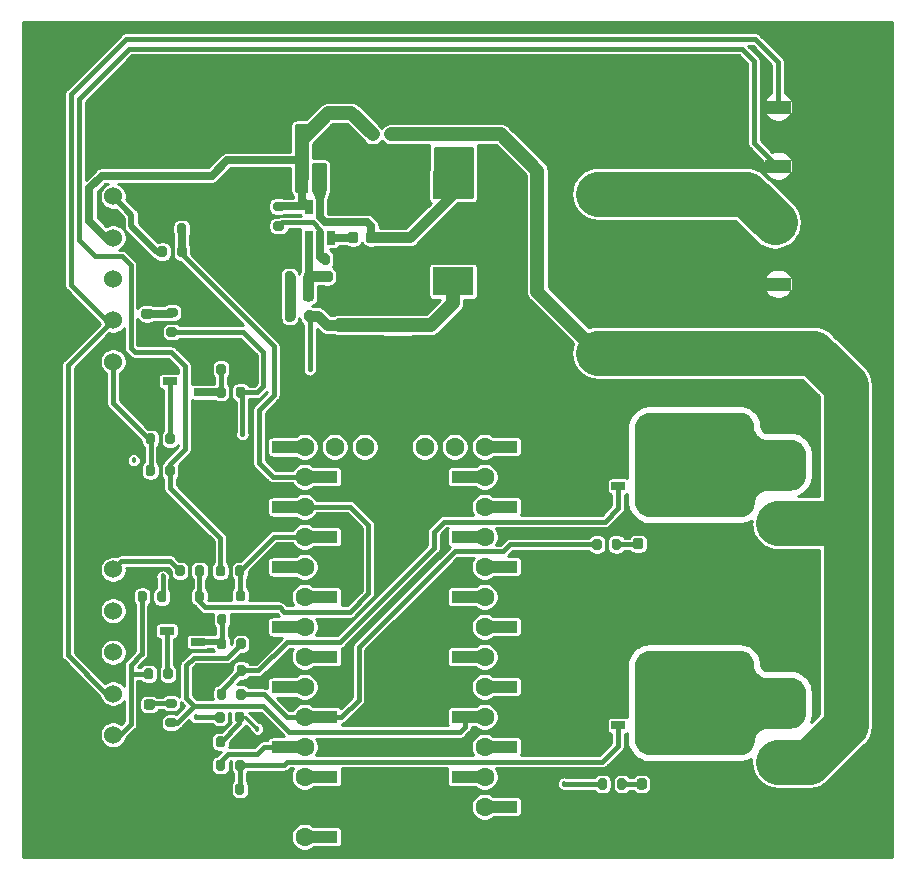
<source format=gbr>
%TF.GenerationSoftware,KiCad,Pcbnew,(5.1.9)-1*%
<<<<<<< HEAD:exports/Gerbers/4runner-Seat-Heat-PCB-Rev02/4runner-seat-heat-F_Cu.gbr
%TF.CreationDate,2022-03-20T14:43:19-04:00*%
=======
%TF.CreationDate,2022-12-24T12:33:20-05:00*%
>>>>>>> better-backligh-control:exports/Gerbers/4runner-Seat-Heat-PCB-Rev03/4runner-seat-heat-F_Cu.gbr
%TF.ProjectId,4runner-seat-heat,3472756e-6e65-4722-9d73-6561742d6865,rev?*%
%TF.SameCoordinates,Original*%
%TF.FileFunction,Copper,L1,Top*%
%TF.FilePolarity,Positive*%
%FSLAX46Y46*%
G04 Gerber Fmt 4.6, Leading zero omitted, Abs format (unit mm)*
<<<<<<< HEAD:exports/Gerbers/4runner-Seat-Heat-PCB-Rev02/4runner-seat-heat-F_Cu.gbr
G04 Created by KiCad (PCBNEW (5.1.9)-1) date 2022-03-20 14:43:19*
=======
G04 Created by KiCad (PCBNEW (5.1.9)-1) date 2022-12-24 12:33:20*
>>>>>>> better-backligh-control:exports/Gerbers/4runner-Seat-Heat-PCB-Rev03/4runner-seat-heat-F_Cu.gbr
%MOMM*%
%LPD*%
G01*
G04 APERTURE LIST*
%TA.AperFunction,ComponentPad*%
%ADD10C,1.800000*%
%TD*%
%TA.AperFunction,SMDPad,CuDef*%
%ADD11R,2.286000X1.016000*%
%TD*%
%TA.AperFunction,ComponentPad*%
%ADD12C,1.600000*%
%TD*%
%TA.AperFunction,ComponentPad*%
%ADD13R,1.600000X1.600000*%
%TD*%
%TA.AperFunction,ComponentPad*%
%ADD14C,2.159000*%
%TD*%
%TA.AperFunction,ComponentPad*%
%ADD15C,1.524000*%
%TD*%
%TA.AperFunction,SMDPad,CuDef*%
%ADD16R,0.650000X1.220000*%
%TD*%
%TA.AperFunction,SMDPad,CuDef*%
%ADD17C,0.100000*%
%TD*%
%TA.AperFunction,SMDPad,CuDef*%
%ADD18R,1.150000X0.700000*%
%TD*%
%TA.AperFunction,SMDPad,CuDef*%
%ADD19R,1.220000X0.650000*%
%TD*%
%TA.AperFunction,SMDPad,CuDef*%
%ADD20R,3.400000X2.400000*%
%TD*%
%TA.AperFunction,ViaPad*%
%ADD21C,0.457200*%
%TD*%
%TA.AperFunction,Conductor*%
%ADD22C,0.660400*%
%TD*%
%TA.AperFunction,Conductor*%
%ADD23C,1.143000*%
%TD*%
%TA.AperFunction,Conductor*%
%ADD24C,0.914400*%
%TD*%
%TA.AperFunction,Conductor*%
%ADD25C,0.381000*%
%TD*%
%TA.AperFunction,Conductor*%
%ADD26C,3.810000*%
%TD*%
%TA.AperFunction,Conductor*%
%ADD27C,0.508000*%
%TD*%
%TA.AperFunction,Conductor*%
%ADD28C,0.254000*%
%TD*%
%TA.AperFunction,Conductor*%
%ADD29C,0.100000*%
%TD*%
G04 APERTURE END LIST*
D10*
<<<<<<< HEAD:exports/Gerbers/4runner-Seat-Heat-PCB-Rev02/4runner-seat-heat-F_Cu.gbr
%TO.P,Mount1,1*%
%TO.N,N/C*%
X13309600Y-61711200D03*
%TD*%
%TO.P,Mount4,1*%
%TO.N,N/C*%
X13309600Y-711200D03*
%TD*%
%TO.P,Mount2,1*%
%TO.N,N/C*%
X58470800Y-61711200D03*
%TD*%
%TO.P,Mount3,1*%
%TO.N,N/C*%
X58470800Y-711200D03*
%TD*%
D11*
%TO.P,J9,4*%
%TO.N,DIMMER-GND*%
X64312800Y-2424400D03*
%TO.P,J9,1*%
%TO.N,GND*%
X64312800Y-17424400D03*
%TO.P,J9,3*%
%TO.N,+12-TAIL*%
X64312800Y-7424400D03*
%TO.P,J9,2*%
%TO.N,/12VDC-IGN*%
X64312800Y-12424400D03*
=======
%TO.P,REF\u002A\u002A,4*%
%TO.N,N/C*%
X64312800Y-2322800D03*
%TO.P,REF\u002A\u002A,1*%
X64312800Y-17322800D03*
%TO.P,REF\u002A\u002A,3*%
X64312800Y-7322800D03*
%TO.P,REF\u002A\u002A,2*%
X64312800Y-12322800D03*
>>>>>>> better-backligh-control:exports/Gerbers/4runner-Seat-Heat-PCB-Rev03/4runner-seat-heat-F_Cu.gbr
%TD*%
%TO.P,R24,2*%
%TO.N,Net-(J8-Pad6)*%
%TA.AperFunction,SMDPad,CuDef*%
G36*
G01*
X10875000Y-43525000D02*
X10875000Y-44075000D01*
G75*
G02*
X10675000Y-44275000I-200000J0D01*
G01*
X10275000Y-44275000D01*
G75*
G02*
X10075000Y-44075000I0J200000D01*
G01*
X10075000Y-43525000D01*
G75*
G02*
X10275000Y-43325000I200000J0D01*
G01*
X10675000Y-43325000D01*
G75*
G02*
X10875000Y-43525000I0J-200000D01*
G01*
G37*
%TD.AperFunction*%
%TO.P,R24,1*%
%TO.N,+12-TAIL*%
%TA.AperFunction,SMDPad,CuDef*%
G36*
G01*
X12525000Y-43525000D02*
X12525000Y-44075000D01*
G75*
G02*
X12325000Y-44275000I-200000J0D01*
G01*
X11925000Y-44275000D01*
G75*
G02*
X11725000Y-44075000I0J200000D01*
G01*
X11725000Y-43525000D01*
G75*
G02*
X11925000Y-43325000I200000J0D01*
G01*
X12325000Y-43325000D01*
G75*
G02*
X12525000Y-43525000I0J-200000D01*
G01*
G37*
%TD.AperFunction*%
%TD*%
%TO.P,R23,2*%
%TO.N,Left-Illum*%
%TA.AperFunction,SMDPad,CuDef*%
G36*
G01*
X12261400Y-50617800D02*
X12261400Y-50067800D01*
G75*
G02*
X12461400Y-49867800I200000J0D01*
G01*
X12861400Y-49867800D01*
G75*
G02*
X13061400Y-50067800I0J-200000D01*
G01*
X13061400Y-50617800D01*
G75*
G02*
X12861400Y-50817800I-200000J0D01*
G01*
X12461400Y-50817800D01*
G75*
G02*
X12261400Y-50617800I0J200000D01*
G01*
G37*
%TD.AperFunction*%
%TO.P,R23,1*%
%TO.N,Net-(J8-Pad6)*%
%TA.AperFunction,SMDPad,CuDef*%
G36*
G01*
X10611400Y-50617800D02*
X10611400Y-50067800D01*
G75*
G02*
X10811400Y-49867800I200000J0D01*
G01*
X11211400Y-49867800D01*
G75*
G02*
X11411400Y-50067800I0J-200000D01*
G01*
X11411400Y-50617800D01*
G75*
G02*
X11211400Y-50817800I-200000J0D01*
G01*
X10811400Y-50817800D01*
G75*
G02*
X10611400Y-50617800I0J200000D01*
G01*
G37*
%TD.AperFunction*%
%TD*%
%TO.P,R22,2*%
%TO.N,Net-(J3-Pad6)*%
%TA.AperFunction,SMDPad,CuDef*%
G36*
G01*
X11563800Y-32846600D02*
X11563800Y-33396600D01*
G75*
G02*
X11363800Y-33596600I-200000J0D01*
G01*
X10963800Y-33596600D01*
G75*
G02*
X10763800Y-33396600I0J200000D01*
G01*
X10763800Y-32846600D01*
G75*
G02*
X10963800Y-32646600I200000J0D01*
G01*
X11363800Y-32646600D01*
G75*
G02*
X11563800Y-32846600I0J-200000D01*
G01*
G37*
%TD.AperFunction*%
%TO.P,R22,1*%
%TO.N,+12-TAIL*%
%TA.AperFunction,SMDPad,CuDef*%
G36*
G01*
X13213800Y-32846600D02*
X13213800Y-33396600D01*
G75*
G02*
X13013800Y-33596600I-200000J0D01*
G01*
X12613800Y-33596600D01*
G75*
G02*
X12413800Y-33396600I0J200000D01*
G01*
X12413800Y-32846600D01*
G75*
G02*
X12613800Y-32646600I200000J0D01*
G01*
X13013800Y-32646600D01*
G75*
G02*
X13213800Y-32846600I0J-200000D01*
G01*
G37*
%TD.AperFunction*%
%TD*%
%TO.P,R21,2*%
%TO.N,Right-Illum*%
%TA.AperFunction,SMDPad,CuDef*%
G36*
G01*
X12413800Y-30704200D02*
X12413800Y-30154200D01*
G75*
G02*
X12613800Y-29954200I200000J0D01*
G01*
X13013800Y-29954200D01*
G75*
G02*
X13213800Y-30154200I0J-200000D01*
G01*
X13213800Y-30704200D01*
G75*
G02*
X13013800Y-30904200I-200000J0D01*
G01*
X12613800Y-30904200D01*
G75*
G02*
X12413800Y-30704200I0J200000D01*
G01*
G37*
%TD.AperFunction*%
%TO.P,R21,1*%
%TO.N,Net-(J3-Pad6)*%
%TA.AperFunction,SMDPad,CuDef*%
G36*
G01*
X10763800Y-30704200D02*
X10763800Y-30154200D01*
G75*
G02*
X10963800Y-29954200I200000J0D01*
G01*
X11363800Y-29954200D01*
G75*
G02*
X11563800Y-30154200I0J-200000D01*
G01*
X11563800Y-30704200D01*
G75*
G02*
X11363800Y-30904200I-200000J0D01*
G01*
X10963800Y-30904200D01*
G75*
G02*
X10763800Y-30704200I0J200000D01*
G01*
G37*
%TD.AperFunction*%
%TD*%
D11*
%TO.P,U2,12*%
%TO.N,Net-(U2-Pad12)*%
X41088900Y-31105000D03*
%TO.P,U2,11*%
%TO.N,Net-(U2-Pad11)*%
X37788900Y-33655000D03*
%TO.P,U2,3*%
%TO.N,Left-Illum-3V3*%
X37788900Y-53975000D03*
%TO.P,U2,10*%
%TO.N,Net-(U2-Pad10)*%
X41088900Y-36185000D03*
%TO.P,U2,GND*%
%TO.N,GND*%
X37788900Y-64135000D03*
%TO.P,U2,5*%
%TO.N,Net-(U2-Pad5)*%
X37788900Y-48895000D03*
%TO.P,U2,0*%
%TO.N,Net-(U2-Pad0)*%
X41088900Y-61585000D03*
%TO.P,U2,4*%
%TO.N,Right-Illum-3V3*%
X41088900Y-51425000D03*
%TO.P,U2,8*%
%TO.N,Net-(U2-Pad8)*%
X41088900Y-41265000D03*
%TO.P,U2,9*%
%TO.N,Net-(U2-Pad9)*%
X37788900Y-38735000D03*
%TO.P,U2,7*%
%TO.N,Net-(U2-Pad7)*%
X37788900Y-43815000D03*
%TO.P,U2,1*%
%TO.N,Net-(U2-Pad1)*%
X37788900Y-59055000D03*
%TO.P,U2,6*%
%TO.N,Net-(U2-Pad6)*%
X41088900Y-46345000D03*
%TO.P,U2,2*%
%TO.N,Net-(U2-Pad2)*%
X41088900Y-56505000D03*
%TO.P,U2,14*%
%TO.N,Right-Pot*%
X25888900Y-33665000D03*
%TO.P,U2,16*%
%TO.N,Net-(R19-Pad1)*%
X25888900Y-38745000D03*
%TO.P,U2,18*%
%TO.N,Net-(U2-Pad18)*%
X25888900Y-43825000D03*
%TO.P,U2,20*%
%TO.N,Net-(U2-Pad20)*%
X25888900Y-48905000D03*
%TO.P,U2,22*%
%TO.N,Right-Heat-3V3*%
X25888900Y-53985000D03*
%TO.P,U2,3V3*%
%TO.N,Net-(U2-Pad3V3)*%
X25888900Y-59065000D03*
%TO.P,U2,13*%
%TO.N,Net-(U2-Pad13)*%
X22588900Y-31135000D03*
%TO.P,U2,15*%
%TO.N,Left-Pot*%
X22588900Y-36215000D03*
%TO.P,U2,17*%
%TO.N,Net-(R17-Pad1)*%
X22588900Y-41295000D03*
%TO.P,U2,19*%
%TO.N,Net-(U2-Pad19)*%
X22588900Y-46375000D03*
%TO.P,U2,21*%
%TO.N,Net-(U2-Pad21)*%
X22588900Y-51455000D03*
%TO.P,U2,23*%
%TO.N,Left-Heat-3V3*%
X22588900Y-56535000D03*
%TO.P,U2,AGND*%
%TO.N,GND*%
X22588900Y-61615000D03*
%TO.P,U2,Vin*%
%TO.N,3V3*%
X25888900Y-64145000D03*
D12*
%TO.P,U2,GND*%
%TO.N,GND*%
X31838900Y-31115000D03*
%TO.P,U2,Program*%
%TO.N,Net-(U2-PadProgram)*%
X29298900Y-31115000D03*
%TO.P,U2,A14*%
%TO.N,Net-(U2-PadA14)*%
X26758900Y-31115000D03*
%TO.P,U2,13*%
%TO.N,Net-(U2-Pad13)*%
X24218900Y-31115000D03*
%TO.P,U2,3.3V*%
%TO.N,Net-(U2-Pad3.3V)*%
X34378900Y-31115000D03*
%TO.P,U2,VBat*%
%TO.N,Net-(U2-PadVBat)*%
X36918900Y-31115000D03*
%TO.P,U2,12*%
%TO.N,Net-(U2-Pad12)*%
X39458900Y-31115000D03*
%TO.P,U2,14*%
%TO.N,Right-Pot*%
X24218900Y-33655000D03*
%TO.P,U2,15*%
%TO.N,Left-Pot*%
X24218900Y-36195000D03*
%TO.P,U2,16*%
%TO.N,Net-(R19-Pad1)*%
X24218900Y-38735000D03*
%TO.P,U2,17*%
%TO.N,Net-(R17-Pad1)*%
X24218900Y-41275000D03*
%TO.P,U2,18*%
%TO.N,Net-(U2-Pad18)*%
X24218900Y-43815000D03*
%TO.P,U2,19*%
%TO.N,Net-(U2-Pad19)*%
X24218900Y-46355000D03*
%TO.P,U2,20*%
%TO.N,Net-(U2-Pad20)*%
X24218900Y-48895000D03*
%TO.P,U2,21*%
%TO.N,Net-(U2-Pad21)*%
X24218900Y-51435000D03*
%TO.P,U2,22*%
%TO.N,Right-Heat-3V3*%
X24218900Y-53975000D03*
%TO.P,U2,23*%
%TO.N,Left-Heat-3V3*%
X24218900Y-56515000D03*
%TO.P,U2,3V3*%
%TO.N,Net-(U2-Pad3V3)*%
X24218900Y-59055000D03*
%TO.P,U2,AGND*%
%TO.N,GND*%
X24218900Y-61595000D03*
%TO.P,U2,Vin*%
%TO.N,3V3*%
X24218900Y-64135000D03*
%TO.P,U2,11*%
%TO.N,Net-(U2-Pad11)*%
X39458900Y-33655000D03*
%TO.P,U2,10*%
%TO.N,Net-(U2-Pad10)*%
X39458900Y-36195000D03*
%TO.P,U2,9*%
%TO.N,Net-(U2-Pad9)*%
X39458900Y-38735000D03*
%TO.P,U2,8*%
%TO.N,Net-(U2-Pad8)*%
X39458900Y-41275000D03*
%TO.P,U2,7*%
%TO.N,Net-(U2-Pad7)*%
X39458900Y-43815000D03*
%TO.P,U2,6*%
%TO.N,Net-(U2-Pad6)*%
X39458900Y-46355000D03*
%TO.P,U2,5*%
%TO.N,Net-(U2-Pad5)*%
X39458900Y-48895000D03*
%TO.P,U2,4*%
%TO.N,Right-Illum-3V3*%
X39458900Y-51435000D03*
%TO.P,U2,3*%
%TO.N,Left-Illum-3V3*%
X39458900Y-53975000D03*
%TO.P,U2,2*%
%TO.N,Net-(U2-Pad2)*%
X39458900Y-56515000D03*
%TO.P,U2,1*%
%TO.N,Net-(U2-Pad1)*%
X39458900Y-59055000D03*
%TO.P,U2,0*%
%TO.N,Net-(U2-Pad0)*%
X39458900Y-61595000D03*
D13*
%TO.P,U2,GND*%
%TO.N,GND*%
X39458900Y-64135000D03*
%TD*%
D10*
%TO.P,Left-Heater1,2*%
%TO.N,Net-(Left-Heater1-Pad2)*%
X64312800Y-52785000D03*
%TO.P,Left-Heater1,1*%
%TO.N,+12VDC*%
X64312800Y-57785000D03*
%TD*%
%TO.P,Right-Heater1,2*%
%TO.N,Net-(Q2-Pad3)*%
X64338200Y-32592000D03*
%TO.P,Right-Heater1,1*%
%TO.N,+12VDC*%
X64338200Y-37592000D03*
%TD*%
%TO.P,C7,2*%
%TO.N,/3V3-Boot*%
%TA.AperFunction,SMDPad,CuDef*%
G36*
G01*
X28758000Y-13148500D02*
X28758000Y-13648500D01*
G75*
G02*
X28533000Y-13873500I-225000J0D01*
G01*
X28083000Y-13873500D01*
G75*
G02*
X27858000Y-13648500I0J225000D01*
G01*
X27858000Y-13148500D01*
G75*
G02*
X28083000Y-12923500I225000J0D01*
G01*
X28533000Y-12923500D01*
G75*
G02*
X28758000Y-13148500I0J-225000D01*
G01*
G37*
%TD.AperFunction*%
%TO.P,C7,1*%
%TO.N,Net-(C7-Pad1)*%
%TA.AperFunction,SMDPad,CuDef*%
G36*
G01*
X30308000Y-13148500D02*
X30308000Y-13648500D01*
G75*
G02*
X30083000Y-13873500I-225000J0D01*
G01*
X29633000Y-13873500D01*
G75*
G02*
X29408000Y-13648500I0J225000D01*
G01*
X29408000Y-13148500D01*
G75*
G02*
X29633000Y-12923500I225000J0D01*
G01*
X30083000Y-12923500D01*
G75*
G02*
X30308000Y-13148500I0J-225000D01*
G01*
G37*
%TD.AperFunction*%
%TD*%
%TO.P,C8,1*%
%TO.N,GND*%
%TA.AperFunction,SMDPad,CuDef*%
G36*
G01*
X33154801Y-24363900D02*
X30954799Y-24363900D01*
G75*
G02*
X30704800Y-24113901I0J249999D01*
G01*
X30704800Y-23463899D01*
G75*
G02*
X30954799Y-23213900I249999J0D01*
G01*
X33154801Y-23213900D01*
G75*
G02*
X33404800Y-23463899I0J-249999D01*
G01*
X33404800Y-24113901D01*
G75*
G02*
X33154801Y-24363900I-249999J0D01*
G01*
G37*
%TD.AperFunction*%
%TO.P,C8,2*%
%TO.N,3V3*%
%TA.AperFunction,SMDPad,CuDef*%
G36*
G01*
X33154801Y-21413900D02*
X30954799Y-21413900D01*
G75*
G02*
X30704800Y-21163901I0J249999D01*
G01*
X30704800Y-20513899D01*
G75*
G02*
X30954799Y-20263900I249999J0D01*
G01*
X33154801Y-20263900D01*
G75*
G02*
X33404800Y-20513899I0J-249999D01*
G01*
X33404800Y-21163901D01*
G75*
G02*
X33154801Y-21413900I-249999J0D01*
G01*
G37*
%TD.AperFunction*%
%TD*%
%TO.P,C9,2*%
%TO.N,3V3*%
%TA.AperFunction,SMDPad,CuDef*%
G36*
G01*
X29243201Y-21388500D02*
X27043199Y-21388500D01*
G75*
G02*
X26793200Y-21138501I0J249999D01*
G01*
X26793200Y-20488499D01*
G75*
G02*
X27043199Y-20238500I249999J0D01*
G01*
X29243201Y-20238500D01*
G75*
G02*
X29493200Y-20488499I0J-249999D01*
G01*
X29493200Y-21138501D01*
G75*
G02*
X29243201Y-21388500I-249999J0D01*
G01*
G37*
%TD.AperFunction*%
%TO.P,C9,1*%
%TO.N,GND*%
%TA.AperFunction,SMDPad,CuDef*%
G36*
G01*
X29243201Y-24338500D02*
X27043199Y-24338500D01*
G75*
G02*
X26793200Y-24088501I0J249999D01*
G01*
X26793200Y-23438499D01*
G75*
G02*
X27043199Y-23188500I249999J0D01*
G01*
X29243201Y-23188500D01*
G75*
G02*
X29493200Y-23438499I0J-249999D01*
G01*
X29493200Y-24088501D01*
G75*
G02*
X29243201Y-24338500I-249999J0D01*
G01*
G37*
%TD.AperFunction*%
%TD*%
%TO.P,C10,1*%
%TO.N,+12-Polyfuse*%
%TA.AperFunction,SMDPad,CuDef*%
G36*
G01*
X23400800Y-9431201D02*
X23400800Y-7231199D01*
G75*
G02*
X23650799Y-6981200I249999J0D01*
G01*
X24300801Y-6981200D01*
G75*
G02*
X24550800Y-7231199I0J-249999D01*
G01*
X24550800Y-9431201D01*
G75*
G02*
X24300801Y-9681200I-249999J0D01*
G01*
X23650799Y-9681200D01*
G75*
G02*
X23400800Y-9431201I0J249999D01*
G01*
G37*
%TD.AperFunction*%
%TO.P,C10,2*%
%TO.N,GND*%
%TA.AperFunction,SMDPad,CuDef*%
G36*
G01*
X26350800Y-9431201D02*
X26350800Y-7231199D01*
G75*
G02*
X26600799Y-6981200I249999J0D01*
G01*
X27250801Y-6981200D01*
G75*
G02*
X27500800Y-7231199I0J-249999D01*
G01*
X27500800Y-9431201D01*
G75*
G02*
X27250801Y-9681200I-249999J0D01*
G01*
X26600799Y-9681200D01*
G75*
G02*
X26350800Y-9431201I0J249999D01*
G01*
G37*
%TD.AperFunction*%
%TD*%
%TO.P,C6,2*%
%TO.N,GND*%
%TA.AperFunction,SMDPad,CuDef*%
G36*
G01*
X26338100Y-6205401D02*
X26338100Y-4005399D01*
G75*
G02*
X26588099Y-3755400I249999J0D01*
G01*
X27238101Y-3755400D01*
G75*
G02*
X27488100Y-4005399I0J-249999D01*
G01*
X27488100Y-6205401D01*
G75*
G02*
X27238101Y-6455400I-249999J0D01*
G01*
X26588099Y-6455400D01*
G75*
G02*
X26338100Y-6205401I0J249999D01*
G01*
G37*
%TD.AperFunction*%
%TO.P,C6,1*%
%TO.N,+12-Polyfuse*%
%TA.AperFunction,SMDPad,CuDef*%
G36*
G01*
X23388100Y-6205401D02*
X23388100Y-4005399D01*
G75*
G02*
X23638099Y-3755400I249999J0D01*
G01*
X24288101Y-3755400D01*
G75*
G02*
X24538100Y-4005399I0J-249999D01*
G01*
X24538100Y-6205401D01*
G75*
G02*
X24288101Y-6455400I-249999J0D01*
G01*
X23638099Y-6455400D01*
G75*
G02*
X23388100Y-6205401I0J249999D01*
G01*
G37*
%TD.AperFunction*%
%TD*%
%TO.P,C12,1*%
%TO.N,/3V3-FB*%
%TA.AperFunction,SMDPad,CuDef*%
G36*
G01*
X24999400Y-18088800D02*
X24999400Y-18588800D01*
G75*
G02*
X24774400Y-18813800I-225000J0D01*
G01*
X24324400Y-18813800D01*
G75*
G02*
X24099400Y-18588800I0J225000D01*
G01*
X24099400Y-18088800D01*
G75*
G02*
X24324400Y-17863800I225000J0D01*
G01*
X24774400Y-17863800D01*
G75*
G02*
X24999400Y-18088800I0J-225000D01*
G01*
G37*
%TD.AperFunction*%
%TO.P,C12,2*%
%TO.N,Net-(C12-Pad2)*%
%TA.AperFunction,SMDPad,CuDef*%
G36*
G01*
X23449400Y-18088800D02*
X23449400Y-18588800D01*
G75*
G02*
X23224400Y-18813800I-225000J0D01*
G01*
X22774400Y-18813800D01*
G75*
G02*
X22549400Y-18588800I0J225000D01*
G01*
X22549400Y-18088800D01*
G75*
G02*
X22774400Y-17863800I225000J0D01*
G01*
X23224400Y-17863800D01*
G75*
G02*
X23449400Y-18088800I0J-225000D01*
G01*
G37*
%TD.AperFunction*%
%TD*%
D14*
%TO.P,F1,1*%
%TO.N,/12VDC-IGN*%
X52489100Y-9690100D03*
%TO.P,F1,2*%
%TO.N,+12VDC*%
X52489100Y-23152100D03*
%TO.P,F1,1*%
%TO.N,/12VDC-IGN*%
X49085500Y-9690100D03*
%TO.P,F1,2*%
%TO.N,+12VDC*%
X49085500Y-23152100D03*
%TD*%
%TO.P,F2,1*%
%TO.N,+12-Polyfuse*%
%TA.AperFunction,SMDPad,CuDef*%
G36*
G01*
X29534400Y-4904450D02*
X29534400Y-4391950D01*
G75*
G02*
X29753150Y-4173200I218750J0D01*
G01*
X30190650Y-4173200D01*
G75*
G02*
X30409400Y-4391950I0J-218750D01*
G01*
X30409400Y-4904450D01*
G75*
G02*
X30190650Y-5123200I-218750J0D01*
G01*
X29753150Y-5123200D01*
G75*
G02*
X29534400Y-4904450I0J218750D01*
G01*
G37*
%TD.AperFunction*%
%TO.P,F2,2*%
%TO.N,+12VDC*%
%TA.AperFunction,SMDPad,CuDef*%
G36*
G01*
X31109400Y-4904450D02*
X31109400Y-4391950D01*
G75*
G02*
X31328150Y-4173200I218750J0D01*
G01*
X31765650Y-4173200D01*
G75*
G02*
X31984400Y-4391950I0J-218750D01*
G01*
X31984400Y-4904450D01*
G75*
G02*
X31765650Y-5123200I-218750J0D01*
G01*
X31328150Y-5123200D01*
G75*
G02*
X31109400Y-4904450I0J218750D01*
G01*
G37*
%TD.AperFunction*%
%TD*%
D15*
%TO.P,J3,6*%
%TO.N,Net-(J3-Pad6)*%
X8001000Y-23910000D03*
%TO.P,J3,5*%
%TO.N,DIMMER-GND*%
X8001000Y-20410000D03*
%TO.P,J3,4*%
%TO.N,Net-(J3-Pad4)*%
X8001000Y-16910000D03*
%TO.P,J3,3*%
%TO.N,+12-Polyfuse*%
X8001000Y-13410000D03*
%TO.P,J3,2*%
%TO.N,Net-(J3-Pad2)*%
X8001000Y-9910000D03*
%TO.P,J3,1*%
%TO.N,GND*%
X8001000Y-6410000D03*
%TD*%
%TO.P,J8,1*%
%TO.N,GND*%
X8001000Y-38007600D03*
%TO.P,J8,2*%
%TO.N,Net-(J8-Pad2)*%
X8001000Y-41507600D03*
%TO.P,J8,3*%
%TO.N,+12-Polyfuse*%
X8001000Y-45007600D03*
%TO.P,J8,4*%
%TO.N,Net-(J8-Pad4)*%
X8001000Y-48507600D03*
%TO.P,J8,5*%
%TO.N,DIMMER-GND*%
X8001000Y-52007600D03*
%TO.P,J8,6*%
%TO.N,Net-(J8-Pad6)*%
X8001000Y-55507600D03*
%TD*%
%TO.P,R1,2*%
%TO.N,Left-Heat-3V3*%
%TA.AperFunction,SMDPad,CuDef*%
G36*
G01*
X17507400Y-57802100D02*
X17507400Y-58352100D01*
G75*
G02*
X17307400Y-58552100I-200000J0D01*
G01*
X16907400Y-58552100D01*
G75*
G02*
X16707400Y-58352100I0J200000D01*
G01*
X16707400Y-57802100D01*
G75*
G02*
X16907400Y-57602100I200000J0D01*
G01*
X17307400Y-57602100D01*
G75*
G02*
X17507400Y-57802100I0J-200000D01*
G01*
G37*
%TD.AperFunction*%
%TO.P,R1,1*%
%TO.N,Net-(Q1-Pad1)*%
%TA.AperFunction,SMDPad,CuDef*%
G36*
G01*
X19157400Y-57802100D02*
X19157400Y-58352100D01*
G75*
G02*
X18957400Y-58552100I-200000J0D01*
G01*
X18557400Y-58552100D01*
G75*
G02*
X18357400Y-58352100I0J200000D01*
G01*
X18357400Y-57802100D01*
G75*
G02*
X18557400Y-57602100I200000J0D01*
G01*
X18957400Y-57602100D01*
G75*
G02*
X19157400Y-57802100I0J-200000D01*
G01*
G37*
%TD.AperFunction*%
%TD*%
%TO.P,R3,1*%
%TO.N,Net-(D1-Pad2)*%
%TA.AperFunction,SMDPad,CuDef*%
G36*
G01*
X51478900Y-59389600D02*
X51478900Y-59939600D01*
G75*
G02*
X51278900Y-60139600I-200000J0D01*
G01*
X50878900Y-60139600D01*
G75*
G02*
X50678900Y-59939600I0J200000D01*
G01*
X50678900Y-59389600D01*
G75*
G02*
X50878900Y-59189600I200000J0D01*
G01*
X51278900Y-59189600D01*
G75*
G02*
X51478900Y-59389600I0J-200000D01*
G01*
G37*
%TD.AperFunction*%
%TO.P,R3,2*%
%TO.N,Left-Heat-3V3*%
%TA.AperFunction,SMDPad,CuDef*%
G36*
G01*
X49828900Y-59389600D02*
X49828900Y-59939600D01*
G75*
G02*
X49628900Y-60139600I-200000J0D01*
G01*
X49228900Y-60139600D01*
G75*
G02*
X49028900Y-59939600I0J200000D01*
G01*
X49028900Y-59389600D01*
G75*
G02*
X49228900Y-59189600I200000J0D01*
G01*
X49628900Y-59189600D01*
G75*
G02*
X49828900Y-59389600I0J-200000D01*
G01*
G37*
%TD.AperFunction*%
%TD*%
%TO.P,R2,2*%
%TO.N,Net-(Q1-Pad1)*%
%TA.AperFunction,SMDPad,CuDef*%
G36*
G01*
X18332000Y-60384100D02*
X18332000Y-59834100D01*
G75*
G02*
X18532000Y-59634100I200000J0D01*
G01*
X18932000Y-59634100D01*
G75*
G02*
X19132000Y-59834100I0J-200000D01*
G01*
X19132000Y-60384100D01*
G75*
G02*
X18932000Y-60584100I-200000J0D01*
G01*
X18532000Y-60584100D01*
G75*
G02*
X18332000Y-60384100I0J200000D01*
G01*
G37*
%TD.AperFunction*%
%TO.P,R2,1*%
%TO.N,GND*%
%TA.AperFunction,SMDPad,CuDef*%
G36*
G01*
X16682000Y-60384100D02*
X16682000Y-59834100D01*
G75*
G02*
X16882000Y-59634100I200000J0D01*
G01*
X17282000Y-59634100D01*
G75*
G02*
X17482000Y-59834100I0J-200000D01*
G01*
X17482000Y-60384100D01*
G75*
G02*
X17282000Y-60584100I-200000J0D01*
G01*
X16882000Y-60584100D01*
G75*
G02*
X16682000Y-60384100I0J200000D01*
G01*
G37*
%TD.AperFunction*%
%TD*%
%TO.P,R9,1*%
%TO.N,Right-Pot*%
%TA.AperFunction,SMDPad,CuDef*%
G36*
G01*
X14229800Y-14317300D02*
X14229800Y-14867300D01*
G75*
G02*
X14029800Y-15067300I-200000J0D01*
G01*
X13629800Y-15067300D01*
G75*
G02*
X13429800Y-14867300I0J200000D01*
G01*
X13429800Y-14317300D01*
G75*
G02*
X13629800Y-14117300I200000J0D01*
G01*
X14029800Y-14117300D01*
G75*
G02*
X14229800Y-14317300I0J-200000D01*
G01*
G37*
%TD.AperFunction*%
%TO.P,R9,2*%
%TO.N,Net-(J3-Pad2)*%
%TA.AperFunction,SMDPad,CuDef*%
G36*
G01*
X12579800Y-14317300D02*
X12579800Y-14867300D01*
G75*
G02*
X12379800Y-15067300I-200000J0D01*
G01*
X11979800Y-15067300D01*
G75*
G02*
X11779800Y-14867300I0J200000D01*
G01*
X11779800Y-14317300D01*
G75*
G02*
X11979800Y-14117300I200000J0D01*
G01*
X12379800Y-14117300D01*
G75*
G02*
X12579800Y-14317300I0J-200000D01*
G01*
G37*
%TD.AperFunction*%
%TD*%
%TO.P,R12,2*%
%TO.N,GND*%
%TA.AperFunction,SMDPad,CuDef*%
G36*
G01*
X12567100Y-12412300D02*
X12567100Y-12962300D01*
G75*
G02*
X12367100Y-13162300I-200000J0D01*
G01*
X11967100Y-13162300D01*
G75*
G02*
X11767100Y-12962300I0J200000D01*
G01*
X11767100Y-12412300D01*
G75*
G02*
X11967100Y-12212300I200000J0D01*
G01*
X12367100Y-12212300D01*
G75*
G02*
X12567100Y-12412300I0J-200000D01*
G01*
G37*
%TD.AperFunction*%
%TO.P,R12,1*%
%TO.N,Right-Pot*%
%TA.AperFunction,SMDPad,CuDef*%
G36*
G01*
X14217100Y-12412300D02*
X14217100Y-12962300D01*
G75*
G02*
X14017100Y-13162300I-200000J0D01*
G01*
X13617100Y-13162300D01*
G75*
G02*
X13417100Y-12962300I0J200000D01*
G01*
X13417100Y-12412300D01*
G75*
G02*
X13617100Y-12212300I200000J0D01*
G01*
X14017100Y-12212300D01*
G75*
G02*
X14217100Y-12412300I0J-200000D01*
G01*
G37*
%TD.AperFunction*%
%TD*%
%TO.P,R4,1*%
%TO.N,Net-(Q2-Pad1)*%
%TA.AperFunction,SMDPad,CuDef*%
G36*
G01*
X16796300Y-52345000D02*
X16796300Y-51795000D01*
G75*
G02*
X16996300Y-51595000I200000J0D01*
G01*
X17396300Y-51595000D01*
G75*
G02*
X17596300Y-51795000I0J-200000D01*
G01*
X17596300Y-52345000D01*
G75*
G02*
X17396300Y-52545000I-200000J0D01*
G01*
X16996300Y-52545000D01*
G75*
G02*
X16796300Y-52345000I0J200000D01*
G01*
G37*
%TD.AperFunction*%
%TO.P,R4,2*%
%TO.N,Right-Heat-3V3*%
%TA.AperFunction,SMDPad,CuDef*%
G36*
G01*
X18446300Y-52345000D02*
X18446300Y-51795000D01*
G75*
G02*
X18646300Y-51595000I200000J0D01*
G01*
X19046300Y-51595000D01*
G75*
G02*
X19246300Y-51795000I0J-200000D01*
G01*
X19246300Y-52345000D01*
G75*
G02*
X19046300Y-52545000I-200000J0D01*
G01*
X18646300Y-52545000D01*
G75*
G02*
X18446300Y-52345000I0J200000D01*
G01*
G37*
%TD.AperFunction*%
%TD*%
%TO.P,R7,2*%
%TO.N,Right-Heat-3V3*%
%TA.AperFunction,SMDPad,CuDef*%
G36*
G01*
X49371700Y-39107700D02*
X49371700Y-39657700D01*
G75*
G02*
X49171700Y-39857700I-200000J0D01*
G01*
X48771700Y-39857700D01*
G75*
G02*
X48571700Y-39657700I0J200000D01*
G01*
X48571700Y-39107700D01*
G75*
G02*
X48771700Y-38907700I200000J0D01*
G01*
X49171700Y-38907700D01*
G75*
G02*
X49371700Y-39107700I0J-200000D01*
G01*
G37*
%TD.AperFunction*%
%TO.P,R7,1*%
%TO.N,Net-(D2-Pad2)*%
%TA.AperFunction,SMDPad,CuDef*%
G36*
G01*
X51021700Y-39107700D02*
X51021700Y-39657700D01*
G75*
G02*
X50821700Y-39857700I-200000J0D01*
G01*
X50421700Y-39857700D01*
G75*
G02*
X50221700Y-39657700I0J200000D01*
G01*
X50221700Y-39107700D01*
G75*
G02*
X50421700Y-38907700I200000J0D01*
G01*
X50821700Y-38907700D01*
G75*
G02*
X51021700Y-39107700I0J-200000D01*
G01*
G37*
%TD.AperFunction*%
%TD*%
%TO.P,R5,1*%
%TO.N,GND*%
%TA.AperFunction,SMDPad,CuDef*%
G36*
G01*
X16821700Y-50325700D02*
X16821700Y-49775700D01*
G75*
G02*
X17021700Y-49575700I200000J0D01*
G01*
X17421700Y-49575700D01*
G75*
G02*
X17621700Y-49775700I0J-200000D01*
G01*
X17621700Y-50325700D01*
G75*
G02*
X17421700Y-50525700I-200000J0D01*
G01*
X17021700Y-50525700D01*
G75*
G02*
X16821700Y-50325700I0J200000D01*
G01*
G37*
%TD.AperFunction*%
%TO.P,R5,2*%
%TO.N,Net-(Q2-Pad1)*%
%TA.AperFunction,SMDPad,CuDef*%
G36*
G01*
X18471700Y-50325700D02*
X18471700Y-49775700D01*
G75*
G02*
X18671700Y-49575700I200000J0D01*
G01*
X19071700Y-49575700D01*
G75*
G02*
X19271700Y-49775700I0J-200000D01*
G01*
X19271700Y-50325700D01*
G75*
G02*
X19071700Y-50525700I-200000J0D01*
G01*
X18671700Y-50525700D01*
G75*
G02*
X18471700Y-50325700I0J200000D01*
G01*
G37*
%TD.AperFunction*%
%TD*%
%TO.P,R6,2*%
%TO.N,Net-(J8-Pad2)*%
%TA.AperFunction,SMDPad,CuDef*%
G36*
G01*
X14078400Y-41342900D02*
X14078400Y-41892900D01*
G75*
G02*
X13878400Y-42092900I-200000J0D01*
G01*
X13478400Y-42092900D01*
G75*
G02*
X13278400Y-41892900I0J200000D01*
G01*
X13278400Y-41342900D01*
G75*
G02*
X13478400Y-41142900I200000J0D01*
G01*
X13878400Y-41142900D01*
G75*
G02*
X14078400Y-41342900I0J-200000D01*
G01*
G37*
%TD.AperFunction*%
%TO.P,R6,1*%
%TO.N,Left-Pot*%
%TA.AperFunction,SMDPad,CuDef*%
G36*
G01*
X15728400Y-41342900D02*
X15728400Y-41892900D01*
G75*
G02*
X15528400Y-42092900I-200000J0D01*
G01*
X15128400Y-42092900D01*
G75*
G02*
X14928400Y-41892900I0J200000D01*
G01*
X14928400Y-41342900D01*
G75*
G02*
X15128400Y-41142900I200000J0D01*
G01*
X15528400Y-41142900D01*
G75*
G02*
X15728400Y-41342900I0J-200000D01*
G01*
G37*
%TD.AperFunction*%
%TD*%
%TO.P,R8,1*%
%TO.N,Left-Pot*%
%TA.AperFunction,SMDPad,CuDef*%
G36*
G01*
X15703000Y-43514600D02*
X15703000Y-44064600D01*
G75*
G02*
X15503000Y-44264600I-200000J0D01*
G01*
X15103000Y-44264600D01*
G75*
G02*
X14903000Y-44064600I0J200000D01*
G01*
X14903000Y-43514600D01*
G75*
G02*
X15103000Y-43314600I200000J0D01*
G01*
X15503000Y-43314600D01*
G75*
G02*
X15703000Y-43514600I0J-200000D01*
G01*
G37*
%TD.AperFunction*%
%TO.P,R8,2*%
%TO.N,GND*%
%TA.AperFunction,SMDPad,CuDef*%
G36*
G01*
X14053000Y-43514600D02*
X14053000Y-44064600D01*
G75*
G02*
X13853000Y-44264600I-200000J0D01*
G01*
X13453000Y-44264600D01*
G75*
G02*
X13253000Y-44064600I0J200000D01*
G01*
X13253000Y-43514600D01*
G75*
G02*
X13453000Y-43314600I200000J0D01*
G01*
X13853000Y-43314600D01*
G75*
G02*
X14053000Y-43514600I0J-200000D01*
G01*
G37*
%TD.AperFunction*%
%TD*%
%TO.P,R11,1*%
%TO.N,Net-(Q4-Pad1)*%
%TA.AperFunction,SMDPad,CuDef*%
G36*
G01*
X16745500Y-26779900D02*
X16745500Y-26229900D01*
G75*
G02*
X16945500Y-26029900I200000J0D01*
G01*
X17345500Y-26029900D01*
G75*
G02*
X17545500Y-26229900I0J-200000D01*
G01*
X17545500Y-26779900D01*
G75*
G02*
X17345500Y-26979900I-200000J0D01*
G01*
X16945500Y-26979900D01*
G75*
G02*
X16745500Y-26779900I0J200000D01*
G01*
G37*
%TD.AperFunction*%
%TO.P,R11,2*%
%TO.N,Right-Illum-3V3*%
%TA.AperFunction,SMDPad,CuDef*%
G36*
G01*
X18395500Y-26779900D02*
X18395500Y-26229900D01*
G75*
G02*
X18595500Y-26029900I200000J0D01*
G01*
X18995500Y-26029900D01*
G75*
G02*
X19195500Y-26229900I0J-200000D01*
G01*
X19195500Y-26779900D01*
G75*
G02*
X18995500Y-26979900I-200000J0D01*
G01*
X18595500Y-26979900D01*
G75*
G02*
X18395500Y-26779900I0J200000D01*
G01*
G37*
%TD.AperFunction*%
%TD*%
%TO.P,R10,2*%
%TO.N,Left-Illum-3V3*%
%TA.AperFunction,SMDPad,CuDef*%
G36*
G01*
X18446300Y-48065100D02*
X18446300Y-47515100D01*
G75*
G02*
X18646300Y-47315100I200000J0D01*
G01*
X19046300Y-47315100D01*
G75*
G02*
X19246300Y-47515100I0J-200000D01*
G01*
X19246300Y-48065100D01*
G75*
G02*
X19046300Y-48265100I-200000J0D01*
G01*
X18646300Y-48265100D01*
G75*
G02*
X18446300Y-48065100I0J200000D01*
G01*
G37*
%TD.AperFunction*%
%TO.P,R10,1*%
%TO.N,Net-(Q3-Pad1)*%
%TA.AperFunction,SMDPad,CuDef*%
G36*
G01*
X16796300Y-48065100D02*
X16796300Y-47515100D01*
G75*
G02*
X16996300Y-47315100I200000J0D01*
G01*
X17396300Y-47315100D01*
G75*
G02*
X17596300Y-47515100I0J-200000D01*
G01*
X17596300Y-48065100D01*
G75*
G02*
X17396300Y-48265100I-200000J0D01*
G01*
X16996300Y-48265100D01*
G75*
G02*
X16796300Y-48065100I0J200000D01*
G01*
G37*
%TD.AperFunction*%
%TD*%
%TO.P,R16,1*%
%TO.N,Net-(D3-Pad2)*%
%TA.AperFunction,SMDPad,CuDef*%
G36*
G01*
X12717100Y-19349000D02*
X13267100Y-19349000D01*
G75*
G02*
X13467100Y-19549000I0J-200000D01*
G01*
X13467100Y-19949000D01*
G75*
G02*
X13267100Y-20149000I-200000J0D01*
G01*
X12717100Y-20149000D01*
G75*
G02*
X12517100Y-19949000I0J200000D01*
G01*
X12517100Y-19549000D01*
G75*
G02*
X12717100Y-19349000I200000J0D01*
G01*
G37*
%TD.AperFunction*%
%TO.P,R16,2*%
%TO.N,Right-Illum-3V3*%
%TA.AperFunction,SMDPad,CuDef*%
G36*
G01*
X12717100Y-20999000D02*
X13267100Y-20999000D01*
G75*
G02*
X13467100Y-21199000I0J-200000D01*
G01*
X13467100Y-21599000D01*
G75*
G02*
X13267100Y-21799000I-200000J0D01*
G01*
X12717100Y-21799000D01*
G75*
G02*
X12517100Y-21599000I0J200000D01*
G01*
X12517100Y-21199000D01*
G75*
G02*
X12717100Y-20999000I200000J0D01*
G01*
G37*
%TD.AperFunction*%
%TD*%
%TO.P,R15,2*%
%TO.N,Left-Illum-3V3*%
%TA.AperFunction,SMDPad,CuDef*%
G36*
G01*
X12628200Y-54082500D02*
X13178200Y-54082500D01*
G75*
G02*
X13378200Y-54282500I0J-200000D01*
G01*
X13378200Y-54682500D01*
G75*
G02*
X13178200Y-54882500I-200000J0D01*
G01*
X12628200Y-54882500D01*
G75*
G02*
X12428200Y-54682500I0J200000D01*
G01*
X12428200Y-54282500D01*
G75*
G02*
X12628200Y-54082500I200000J0D01*
G01*
G37*
%TD.AperFunction*%
%TO.P,R15,1*%
%TO.N,Net-(D4-Pad2)*%
%TA.AperFunction,SMDPad,CuDef*%
G36*
G01*
X12628200Y-52432500D02*
X13178200Y-52432500D01*
G75*
G02*
X13378200Y-52632500I0J-200000D01*
G01*
X13378200Y-53032500D01*
G75*
G02*
X13178200Y-53232500I-200000J0D01*
G01*
X12628200Y-53232500D01*
G75*
G02*
X12428200Y-53032500I0J200000D01*
G01*
X12428200Y-52632500D01*
G75*
G02*
X12628200Y-52432500I200000J0D01*
G01*
G37*
%TD.AperFunction*%
%TD*%
%TO.P,R14,2*%
%TO.N,Net-(Q4-Pad1)*%
%TA.AperFunction,SMDPad,CuDef*%
G36*
G01*
X17545500Y-24286800D02*
X17545500Y-24836800D01*
G75*
G02*
X17345500Y-25036800I-200000J0D01*
G01*
X16945500Y-25036800D01*
G75*
G02*
X16745500Y-24836800I0J200000D01*
G01*
X16745500Y-24286800D01*
G75*
G02*
X16945500Y-24086800I200000J0D01*
G01*
X17345500Y-24086800D01*
G75*
G02*
X17545500Y-24286800I0J-200000D01*
G01*
G37*
%TD.AperFunction*%
%TO.P,R14,1*%
%TO.N,GND*%
%TA.AperFunction,SMDPad,CuDef*%
G36*
G01*
X19195500Y-24286800D02*
X19195500Y-24836800D01*
G75*
G02*
X18995500Y-25036800I-200000J0D01*
G01*
X18595500Y-25036800D01*
G75*
G02*
X18395500Y-24836800I0J200000D01*
G01*
X18395500Y-24286800D01*
G75*
G02*
X18595500Y-24086800I200000J0D01*
G01*
X18995500Y-24086800D01*
G75*
G02*
X19195500Y-24286800I0J-200000D01*
G01*
G37*
%TD.AperFunction*%
%TD*%
%TO.P,R13,2*%
%TO.N,Net-(Q3-Pad1)*%
%TA.AperFunction,SMDPad,CuDef*%
G36*
G01*
X17609000Y-45445000D02*
X17609000Y-45995000D01*
G75*
G02*
X17409000Y-46195000I-200000J0D01*
G01*
X17009000Y-46195000D01*
G75*
G02*
X16809000Y-45995000I0J200000D01*
G01*
X16809000Y-45445000D01*
G75*
G02*
X17009000Y-45245000I200000J0D01*
G01*
X17409000Y-45245000D01*
G75*
G02*
X17609000Y-45445000I0J-200000D01*
G01*
G37*
%TD.AperFunction*%
%TO.P,R13,1*%
%TO.N,GND*%
%TA.AperFunction,SMDPad,CuDef*%
G36*
G01*
X19259000Y-45445000D02*
X19259000Y-45995000D01*
G75*
G02*
X19059000Y-46195000I-200000J0D01*
G01*
X18659000Y-46195000D01*
G75*
G02*
X18459000Y-45995000I0J200000D01*
G01*
X18459000Y-45445000D01*
G75*
G02*
X18659000Y-45245000I200000J0D01*
G01*
X19059000Y-45245000D01*
G75*
G02*
X19259000Y-45445000I0J-200000D01*
G01*
G37*
%TD.AperFunction*%
%TD*%
%TO.P,R34,1*%
%TO.N,3V3*%
%TA.AperFunction,SMDPad,CuDef*%
G36*
G01*
X25012100Y-19765600D02*
X25012100Y-20315600D01*
G75*
G02*
X24812100Y-20515600I-200000J0D01*
G01*
X24412100Y-20515600D01*
G75*
G02*
X24212100Y-20315600I0J200000D01*
G01*
X24212100Y-19765600D01*
G75*
G02*
X24412100Y-19565600I200000J0D01*
G01*
X24812100Y-19565600D01*
G75*
G02*
X25012100Y-19765600I0J-200000D01*
G01*
G37*
%TD.AperFunction*%
%TO.P,R34,2*%
%TO.N,Net-(C12-Pad2)*%
%TA.AperFunction,SMDPad,CuDef*%
G36*
G01*
X23362100Y-19765600D02*
X23362100Y-20315600D01*
G75*
G02*
X23162100Y-20515600I-200000J0D01*
G01*
X22762100Y-20515600D01*
G75*
G02*
X22562100Y-20315600I0J200000D01*
G01*
X22562100Y-19765600D01*
G75*
G02*
X22762100Y-19565600I200000J0D01*
G01*
X23162100Y-19565600D01*
G75*
G02*
X23362100Y-19765600I0J-200000D01*
G01*
G37*
%TD.AperFunction*%
%TD*%
%TO.P,R35,1*%
%TO.N,+12-Polyfuse*%
%TA.AperFunction,SMDPad,CuDef*%
G36*
G01*
X21746800Y-10370100D02*
X22296800Y-10370100D01*
G75*
G02*
X22496800Y-10570100I0J-200000D01*
G01*
X22496800Y-10970100D01*
G75*
G02*
X22296800Y-11170100I-200000J0D01*
G01*
X21746800Y-11170100D01*
G75*
G02*
X21546800Y-10970100I0J200000D01*
G01*
X21546800Y-10570100D01*
G75*
G02*
X21746800Y-10370100I200000J0D01*
G01*
G37*
%TD.AperFunction*%
%TO.P,R35,2*%
%TO.N,/3V3-EN*%
%TA.AperFunction,SMDPad,CuDef*%
G36*
G01*
X21746800Y-12020100D02*
X22296800Y-12020100D01*
G75*
G02*
X22496800Y-12220100I0J-200000D01*
G01*
X22496800Y-12620100D01*
G75*
G02*
X22296800Y-12820100I-200000J0D01*
G01*
X21746800Y-12820100D01*
G75*
G02*
X21546800Y-12620100I0J200000D01*
G01*
X21546800Y-12220100D01*
G75*
G02*
X21746800Y-12020100I200000J0D01*
G01*
G37*
%TD.AperFunction*%
%TD*%
%TO.P,R36,2*%
%TO.N,/3V3-FB*%
%TA.AperFunction,SMDPad,CuDef*%
G36*
G01*
X24199400Y-16988200D02*
X24199400Y-16438200D01*
G75*
G02*
X24399400Y-16238200I200000J0D01*
G01*
X24799400Y-16238200D01*
G75*
G02*
X24999400Y-16438200I0J-200000D01*
G01*
X24999400Y-16988200D01*
G75*
G02*
X24799400Y-17188200I-200000J0D01*
G01*
X24399400Y-17188200D01*
G75*
G02*
X24199400Y-16988200I0J200000D01*
G01*
G37*
%TD.AperFunction*%
%TO.P,R36,1*%
%TO.N,Net-(C12-Pad2)*%
%TA.AperFunction,SMDPad,CuDef*%
G36*
G01*
X22549400Y-16988200D02*
X22549400Y-16438200D01*
G75*
G02*
X22749400Y-16238200I200000J0D01*
G01*
X23149400Y-16238200D01*
G75*
G02*
X23349400Y-16438200I0J-200000D01*
G01*
X23349400Y-16988200D01*
G75*
G02*
X23149400Y-17188200I-200000J0D01*
G01*
X22749400Y-17188200D01*
G75*
G02*
X22549400Y-16988200I0J200000D01*
G01*
G37*
%TD.AperFunction*%
%TD*%
%TO.P,R37,2*%
%TO.N,GND*%
%TA.AperFunction,SMDPad,CuDef*%
G36*
G01*
X27209300Y-15502300D02*
X27209300Y-14952300D01*
G75*
G02*
X27409300Y-14752300I200000J0D01*
G01*
X27809300Y-14752300D01*
G75*
G02*
X28009300Y-14952300I0J-200000D01*
G01*
X28009300Y-15502300D01*
G75*
G02*
X27809300Y-15702300I-200000J0D01*
G01*
X27409300Y-15702300D01*
G75*
G02*
X27209300Y-15502300I0J200000D01*
G01*
G37*
%TD.AperFunction*%
%TO.P,R37,1*%
%TO.N,/3V3-EN*%
%TA.AperFunction,SMDPad,CuDef*%
G36*
G01*
X25559300Y-15502300D02*
X25559300Y-14952300D01*
G75*
G02*
X25759300Y-14752300I200000J0D01*
G01*
X26159300Y-14752300D01*
G75*
G02*
X26359300Y-14952300I0J-200000D01*
G01*
X26359300Y-15502300D01*
G75*
G02*
X26159300Y-15702300I-200000J0D01*
G01*
X25759300Y-15702300D01*
G75*
G02*
X25559300Y-15502300I0J200000D01*
G01*
G37*
%TD.AperFunction*%
%TD*%
%TO.P,R38,1*%
%TO.N,/3V3-FB*%
%TA.AperFunction,SMDPad,CuDef*%
G36*
G01*
X25625600Y-16938000D02*
X25625600Y-16463000D01*
G75*
G02*
X25863100Y-16225500I237500J0D01*
G01*
X26363100Y-16225500D01*
G75*
G02*
X26600600Y-16463000I0J-237500D01*
G01*
X26600600Y-16938000D01*
G75*
G02*
X26363100Y-17175500I-237500J0D01*
G01*
X25863100Y-17175500D01*
G75*
G02*
X25625600Y-16938000I0J237500D01*
G01*
G37*
%TD.AperFunction*%
%TO.P,R38,2*%
%TO.N,GND*%
%TA.AperFunction,SMDPad,CuDef*%
G36*
G01*
X27450600Y-16938000D02*
X27450600Y-16463000D01*
G75*
G02*
X27688100Y-16225500I237500J0D01*
G01*
X28188100Y-16225500D01*
G75*
G02*
X28425600Y-16463000I0J-237500D01*
G01*
X28425600Y-16938000D01*
G75*
G02*
X28188100Y-17175500I-237500J0D01*
G01*
X27688100Y-17175500D01*
G75*
G02*
X27450600Y-16938000I0J237500D01*
G01*
G37*
%TD.AperFunction*%
%TD*%
%TO.P,R17,1*%
%TO.N,Net-(R17-Pad1)*%
%TA.AperFunction,SMDPad,CuDef*%
G36*
G01*
X19106600Y-53738100D02*
X19106600Y-54288100D01*
G75*
G02*
X18906600Y-54488100I-200000J0D01*
G01*
X18506600Y-54488100D01*
G75*
G02*
X18306600Y-54288100I0J200000D01*
G01*
X18306600Y-53738100D01*
G75*
G02*
X18506600Y-53538100I200000J0D01*
G01*
X18906600Y-53538100D01*
G75*
G02*
X19106600Y-53738100I0J-200000D01*
G01*
G37*
%TD.AperFunction*%
%TO.P,R17,2*%
%TO.N,+12VDC*%
%TA.AperFunction,SMDPad,CuDef*%
G36*
G01*
X17456600Y-53738100D02*
X17456600Y-54288100D01*
G75*
G02*
X17256600Y-54488100I-200000J0D01*
G01*
X16856600Y-54488100D01*
G75*
G02*
X16656600Y-54288100I0J200000D01*
G01*
X16656600Y-53738100D01*
G75*
G02*
X16856600Y-53538100I200000J0D01*
G01*
X17256600Y-53538100D01*
G75*
G02*
X17456600Y-53738100I0J-200000D01*
G01*
G37*
%TD.AperFunction*%
%TD*%
%TO.P,R19,2*%
%TO.N,+12-TAIL*%
%TA.AperFunction,SMDPad,CuDef*%
G36*
G01*
X17482000Y-41342900D02*
X17482000Y-41892900D01*
G75*
G02*
X17282000Y-42092900I-200000J0D01*
G01*
X16882000Y-42092900D01*
G75*
G02*
X16682000Y-41892900I0J200000D01*
G01*
X16682000Y-41342900D01*
G75*
G02*
X16882000Y-41142900I200000J0D01*
G01*
X17282000Y-41142900D01*
G75*
G02*
X17482000Y-41342900I0J-200000D01*
G01*
G37*
%TD.AperFunction*%
%TO.P,R19,1*%
%TO.N,Net-(R19-Pad1)*%
%TA.AperFunction,SMDPad,CuDef*%
G36*
G01*
X19132000Y-41342900D02*
X19132000Y-41892900D01*
G75*
G02*
X18932000Y-42092900I-200000J0D01*
G01*
X18532000Y-42092900D01*
G75*
G02*
X18332000Y-41892900I0J200000D01*
G01*
X18332000Y-41342900D01*
G75*
G02*
X18532000Y-41142900I200000J0D01*
G01*
X18932000Y-41142900D01*
G75*
G02*
X19132000Y-41342900I0J-200000D01*
G01*
G37*
%TD.AperFunction*%
%TD*%
%TO.P,R18,1*%
%TO.N,GND*%
%TA.AperFunction,SMDPad,CuDef*%
G36*
G01*
X19157400Y-55820900D02*
X19157400Y-56370900D01*
G75*
G02*
X18957400Y-56570900I-200000J0D01*
G01*
X18557400Y-56570900D01*
G75*
G02*
X18357400Y-56370900I0J200000D01*
G01*
X18357400Y-55820900D01*
G75*
G02*
X18557400Y-55620900I200000J0D01*
G01*
X18957400Y-55620900D01*
G75*
G02*
X19157400Y-55820900I0J-200000D01*
G01*
G37*
%TD.AperFunction*%
%TO.P,R18,2*%
%TO.N,Net-(R17-Pad1)*%
%TA.AperFunction,SMDPad,CuDef*%
G36*
G01*
X17507400Y-55820900D02*
X17507400Y-56370900D01*
G75*
G02*
X17307400Y-56570900I-200000J0D01*
G01*
X16907400Y-56570900D01*
G75*
G02*
X16707400Y-56370900I0J200000D01*
G01*
X16707400Y-55820900D01*
G75*
G02*
X16907400Y-55620900I200000J0D01*
G01*
X17307400Y-55620900D01*
G75*
G02*
X17507400Y-55820900I0J-200000D01*
G01*
G37*
%TD.AperFunction*%
%TD*%
%TO.P,R20,1*%
%TO.N,GND*%
%TA.AperFunction,SMDPad,CuDef*%
G36*
G01*
X16732800Y-44001100D02*
X16732800Y-43451100D01*
G75*
G02*
X16932800Y-43251100I200000J0D01*
G01*
X17332800Y-43251100D01*
G75*
G02*
X17532800Y-43451100I0J-200000D01*
G01*
X17532800Y-44001100D01*
G75*
G02*
X17332800Y-44201100I-200000J0D01*
G01*
X16932800Y-44201100D01*
G75*
G02*
X16732800Y-44001100I0J200000D01*
G01*
G37*
%TD.AperFunction*%
%TO.P,R20,2*%
%TO.N,Net-(R19-Pad1)*%
%TA.AperFunction,SMDPad,CuDef*%
G36*
G01*
X18382800Y-44001100D02*
X18382800Y-43451100D01*
G75*
G02*
X18582800Y-43251100I200000J0D01*
G01*
X18982800Y-43251100D01*
G75*
G02*
X19182800Y-43451100I0J-200000D01*
G01*
X19182800Y-44001100D01*
G75*
G02*
X18982800Y-44201100I-200000J0D01*
G01*
X18582800Y-44201100D01*
G75*
G02*
X18382800Y-44001100I0J200000D01*
G01*
G37*
%TD.AperFunction*%
%TD*%
D16*
%TO.P,U1,2*%
%TO.N,Net-(C7-Pad1)*%
X25512800Y-10793100D03*
%TO.P,U1,1*%
%TO.N,GND*%
X26462800Y-10793100D03*
%TO.P,U1,6*%
%TO.N,/3V3-Boot*%
X26462800Y-13413100D03*
%TO.P,U1,3*%
%TO.N,+12-Polyfuse*%
X24562800Y-10793100D03*
%TO.P,U1,5*%
%TO.N,/3V3-EN*%
X25512800Y-13413100D03*
%TO.P,U1,4*%
%TO.N,/3V3-FB*%
X24562800Y-13413100D03*
%TD*%
%TO.P,D1,2*%
%TO.N,Net-(D1-Pad2)*%
%TA.AperFunction,SMDPad,CuDef*%
G36*
G01*
X53205900Y-59408350D02*
X53205900Y-59920850D01*
G75*
G02*
X52987150Y-60139600I-218750J0D01*
G01*
X52549650Y-60139600D01*
G75*
G02*
X52330900Y-59920850I0J218750D01*
G01*
X52330900Y-59408350D01*
G75*
G02*
X52549650Y-59189600I218750J0D01*
G01*
X52987150Y-59189600D01*
G75*
G02*
X53205900Y-59408350I0J-218750D01*
G01*
G37*
%TD.AperFunction*%
%TO.P,D1,1*%
%TO.N,GND*%
%TA.AperFunction,SMDPad,CuDef*%
G36*
G01*
X54780900Y-59408350D02*
X54780900Y-59920850D01*
G75*
G02*
X54562150Y-60139600I-218750J0D01*
G01*
X54124650Y-60139600D01*
G75*
G02*
X53905900Y-59920850I0J218750D01*
G01*
X53905900Y-59408350D01*
G75*
G02*
X54124650Y-59189600I218750J0D01*
G01*
X54562150Y-59189600D01*
G75*
G02*
X54780900Y-59408350I0J-218750D01*
G01*
G37*
%TD.AperFunction*%
%TD*%
%TO.P,D2,1*%
%TO.N,GND*%
%TA.AperFunction,SMDPad,CuDef*%
G36*
G01*
X54463400Y-39062950D02*
X54463400Y-39575450D01*
G75*
G02*
X54244650Y-39794200I-218750J0D01*
G01*
X53807150Y-39794200D01*
G75*
G02*
X53588400Y-39575450I0J218750D01*
G01*
X53588400Y-39062950D01*
G75*
G02*
X53807150Y-38844200I218750J0D01*
G01*
X54244650Y-38844200D01*
G75*
G02*
X54463400Y-39062950I0J-218750D01*
G01*
G37*
%TD.AperFunction*%
%TO.P,D2,2*%
%TO.N,Net-(D2-Pad2)*%
%TA.AperFunction,SMDPad,CuDef*%
G36*
G01*
X52888400Y-39062950D02*
X52888400Y-39575450D01*
G75*
G02*
X52669650Y-39794200I-218750J0D01*
G01*
X52232150Y-39794200D01*
G75*
G02*
X52013400Y-39575450I0J218750D01*
G01*
X52013400Y-39062950D01*
G75*
G02*
X52232150Y-38844200I218750J0D01*
G01*
X52669650Y-38844200D01*
G75*
G02*
X52888400Y-39062950I0J-218750D01*
G01*
G37*
%TD.AperFunction*%
%TD*%
%TO.P,D3,1*%
%TO.N,GND*%
%TA.AperFunction,SMDPad,CuDef*%
G36*
G01*
X11127450Y-21875200D02*
X10614950Y-21875200D01*
G75*
G02*
X10396200Y-21656450I0J218750D01*
G01*
X10396200Y-21218950D01*
G75*
G02*
X10614950Y-21000200I218750J0D01*
G01*
X11127450Y-21000200D01*
G75*
G02*
X11346200Y-21218950I0J-218750D01*
G01*
X11346200Y-21656450D01*
G75*
G02*
X11127450Y-21875200I-218750J0D01*
G01*
G37*
%TD.AperFunction*%
%TO.P,D3,2*%
%TO.N,Net-(D3-Pad2)*%
%TA.AperFunction,SMDPad,CuDef*%
G36*
G01*
X11127450Y-20300200D02*
X10614950Y-20300200D01*
G75*
G02*
X10396200Y-20081450I0J218750D01*
G01*
X10396200Y-19643950D01*
G75*
G02*
X10614950Y-19425200I218750J0D01*
G01*
X11127450Y-19425200D01*
G75*
G02*
X11346200Y-19643950I0J-218750D01*
G01*
X11346200Y-20081450D01*
G75*
G02*
X11127450Y-20300200I-218750J0D01*
G01*
G37*
%TD.AperFunction*%
%TD*%
%TO.P,D4,2*%
%TO.N,Net-(D4-Pad2)*%
%TA.AperFunction,SMDPad,CuDef*%
G36*
G01*
X11343350Y-53371000D02*
X10830850Y-53371000D01*
G75*
G02*
X10612100Y-53152250I0J218750D01*
G01*
X10612100Y-52714750D01*
G75*
G02*
X10830850Y-52496000I218750J0D01*
G01*
X11343350Y-52496000D01*
G75*
G02*
X11562100Y-52714750I0J-218750D01*
G01*
X11562100Y-53152250D01*
G75*
G02*
X11343350Y-53371000I-218750J0D01*
G01*
G37*
%TD.AperFunction*%
%TO.P,D4,1*%
%TO.N,GND*%
%TA.AperFunction,SMDPad,CuDef*%
G36*
G01*
X11343350Y-54946000D02*
X10830850Y-54946000D01*
G75*
G02*
X10612100Y-54727250I0J218750D01*
G01*
X10612100Y-54289750D01*
G75*
G02*
X10830850Y-54071000I218750J0D01*
G01*
X11343350Y-54071000D01*
G75*
G02*
X11562100Y-54289750I0J-218750D01*
G01*
X11562100Y-54727250D01*
G75*
G02*
X11343350Y-54946000I-218750J0D01*
G01*
G37*
%TD.AperFunction*%
%TD*%
%TA.AperFunction,SMDPad,CuDef*%
D17*
%TO.P,Q1,3*%
%TO.N,Net-(Left-Heater1-Pad2)*%
G36*
X57018300Y-55135000D02*
G01*
X55468300Y-55135000D01*
X55468300Y-54885000D01*
X52393300Y-54885000D01*
X52393300Y-50685000D01*
X55468300Y-50685000D01*
X55468300Y-50435000D01*
X57018300Y-50435000D01*
X57018300Y-55135000D01*
G37*
%TD.AperFunction*%
D18*
%TO.P,Q1,2*%
%TO.N,GND*%
X50773300Y-52145000D03*
%TO.P,Q1,1*%
%TO.N,Net-(Q1-Pad1)*%
X50773300Y-54695000D03*
%TO.P,Q1,2*%
%TO.N,GND*%
X50773300Y-50875000D03*
X50773300Y-53425000D03*
%TD*%
%TO.P,Q2,2*%
%TO.N,GND*%
X50773300Y-33164700D03*
X50773300Y-30614700D03*
%TO.P,Q2,1*%
%TO.N,Net-(Q2-Pad1)*%
X50773300Y-34434700D03*
%TO.P,Q2,2*%
%TO.N,GND*%
X50773300Y-31884700D03*
%TA.AperFunction,SMDPad,CuDef*%
D17*
%TO.P,Q2,3*%
%TO.N,Net-(Q2-Pad3)*%
G36*
X57018300Y-34874700D02*
G01*
X55468300Y-34874700D01*
X55468300Y-34624700D01*
X52393300Y-34624700D01*
X52393300Y-30424700D01*
X55468300Y-30424700D01*
X55468300Y-30174700D01*
X57018300Y-30174700D01*
X57018300Y-34874700D01*
G37*
%TD.AperFunction*%
%TD*%
D19*
%TO.P,Q4,2*%
%TO.N,GND*%
X15419700Y-24615100D03*
%TO.P,Q4,1*%
%TO.N,Net-(Q4-Pad1)*%
X15419700Y-26515100D03*
%TO.P,Q4,3*%
%TO.N,Right-Illum*%
X12799700Y-25565100D03*
%TD*%
%TO.P,Q3,3*%
%TO.N,Left-Illum*%
X12558400Y-46685200D03*
%TO.P,Q3,1*%
%TO.N,Net-(Q3-Pad1)*%
X15178400Y-47635200D03*
%TO.P,Q3,2*%
%TO.N,GND*%
X15178400Y-45735200D03*
%TD*%
D20*
%TO.P,L1,1*%
%TO.N,Net-(C7-Pad1)*%
X36791900Y-8917500D03*
%TO.P,L1,2*%
%TO.N,3V3*%
X36791900Y-17117500D03*
%TD*%
D21*
%TO.N,GND*%
X73468400Y-51762592D03*
X73468400Y-25569984D03*
X73468400Y4049100D03*
X73468400Y-15747756D03*
X73468400Y-45214440D03*
X73468400Y-61584820D03*
X73468400Y-58310744D03*
X73468400Y-9199604D03*
X73468400Y-19021832D03*
X73468400Y-48488516D03*
X73468400Y-32118136D03*
X73468400Y-5925528D03*
X73468400Y622624D03*
X73468400Y-55036668D03*
X73468400Y-38666288D03*
X73468400Y-2651452D03*
X73468400Y-35392212D03*
X73468400Y-41940364D03*
X73468400Y-12473680D03*
X73468400Y-64858900D03*
X73468400Y-22295908D03*
X73468400Y-28844060D03*
X54432200Y-14109700D03*
X54432200Y-19519900D03*
X41948100Y-54419500D03*
X45554900Y-54419500D03*
X43751500Y-50812700D03*
X43751500Y-54419500D03*
X47358300Y-56222900D03*
X41948100Y-52616100D03*
X43751500Y-56222900D03*
X43751500Y-52616100D03*
X45554900Y-52616100D03*
X49161700Y-52616100D03*
X41948100Y-49009300D03*
X49161700Y-56222900D03*
X49161700Y-54419500D03*
X45554900Y-50812700D03*
X47358300Y-49009300D03*
X49161700Y-50812700D03*
X43751500Y-49009300D03*
X45554900Y-56222900D03*
X47358300Y-50812700D03*
X47358300Y-52616100D03*
X45554900Y-49009300D03*
X49161700Y-49009300D03*
X47358300Y-54419500D03*
X41960800Y-28854400D03*
X47371000Y-32461200D03*
X45567600Y-32461200D03*
X49174400Y-32461200D03*
X43764200Y-34264600D03*
X45567600Y-34264600D03*
X47371000Y-34264600D03*
X41960800Y-34264600D03*
X45567600Y-36068000D03*
X49174400Y-34264600D03*
X47371000Y-36068000D03*
X49174400Y-36068000D03*
X43764200Y-36068000D03*
X45567600Y-30657800D03*
X47371000Y-28854400D03*
X49174400Y-30657800D03*
X43764200Y-28854400D03*
X45567600Y-28854400D03*
X43764200Y-30657800D03*
X47371000Y-30657800D03*
X41960800Y-32461200D03*
X43764200Y-32461200D03*
X49174400Y-28854400D03*
X29298900Y-10706100D03*
X54432200Y-17716500D03*
X58039000Y-17716500D03*
X56235600Y-14109700D03*
X56235600Y-17716500D03*
X59842400Y-19519900D03*
X54432200Y-15913100D03*
X56235600Y-19519900D03*
X56235600Y-15913100D03*
X58039000Y-15913100D03*
X61645800Y-15913100D03*
X54432200Y-12306300D03*
X61645800Y-19519900D03*
X61645800Y-17716500D03*
X58039000Y-14109700D03*
X59842400Y-12306300D03*
X56235600Y-12306300D03*
X58039000Y-19519900D03*
X59842400Y-14109700D03*
X59842400Y-15913100D03*
X58039000Y-12306300D03*
X59842400Y-17716500D03*
X67094100Y-10477500D03*
X68897500Y-10477500D03*
X61683900Y-14084300D03*
X67094100Y-14084300D03*
X63487300Y-15887700D03*
X68897500Y-14084300D03*
X67094100Y-12280900D03*
X68897500Y-12280900D03*
X65290700Y-15887700D03*
X67094100Y-15887700D03*
X68897500Y-8674100D03*
X67094100Y-8674100D03*
X68897500Y-15887700D03*
X65290700Y-14684300D03*
X63487300Y-14684300D03*
X1168400Y4049100D03*
X4454763Y4049100D03*
X7741126Y4049100D03*
X11027489Y4049100D03*
X14313852Y4049100D03*
X17600215Y4049100D03*
X20886578Y4049100D03*
X24172941Y4049100D03*
X27459304Y4049100D03*
X30745667Y4049100D03*
X34032030Y4049100D03*
X37318393Y4049100D03*
X40604756Y4049100D03*
X43891119Y4049100D03*
X47177482Y4049100D03*
X50463845Y4049100D03*
X53750208Y4049100D03*
X57036571Y4049100D03*
X60322934Y4049100D03*
X63609297Y4049100D03*
X66895660Y4049100D03*
X70182023Y4049100D03*
X66760420Y-64884300D03*
X70038751Y-64884300D03*
X57353200Y-64871600D03*
X60452000Y-64871600D03*
X7750462Y-64884300D03*
X41275000Y-64871600D03*
X17585455Y-64884300D03*
X50368765Y-64884300D03*
X33977110Y-64884300D03*
X37223700Y-65176400D03*
X63482089Y-64884300D03*
X4472131Y-64884300D03*
X1168400Y-64858900D03*
X43812103Y-64884300D03*
X11130393Y-64884300D03*
X14408724Y-64884300D03*
X20863786Y-64884300D03*
X30698779Y-64884300D03*
X47090434Y-64884300D03*
X53647096Y-64884300D03*
X27825700Y-64884300D03*
X1168400Y-55036668D03*
X1168400Y-58310744D03*
X1168400Y-5925528D03*
X1168400Y-38666288D03*
X1168400Y-15747756D03*
X1168400Y-48488516D03*
X1168400Y-32118136D03*
X1168400Y-35392212D03*
X1168400Y-61584820D03*
X1168400Y-2651452D03*
X1168400Y622624D03*
X1168400Y-41940364D03*
X1168400Y-9199604D03*
X1168400Y-12473680D03*
X1168400Y-19021832D03*
X1168400Y-22295908D03*
X1168400Y-28844060D03*
X1168400Y-45214440D03*
X1168400Y-51762592D03*
X1168400Y-25569984D03*
X8255000Y-4216400D03*
X17094200Y-3162300D03*
X21386800Y-4216400D03*
X23914100Y-2832100D03*
X19646900Y-5537200D03*
X10502900Y-7226300D03*
X5950000Y-7750000D03*
X10756900Y-10109200D03*
X13030200Y-10883900D03*
X18808700Y-8445500D03*
X21691600Y-8534400D03*
X33934400Y-3073400D03*
X39509700Y-3073400D03*
X44399200Y-3340100D03*
X50215800Y-3797300D03*
X54241700Y-5194300D03*
X45859700Y-8394700D03*
X45834300Y-14312900D03*
X50317400Y-17195800D03*
X66000000Y100000D03*
X66611500Y-5626100D03*
X70637400Y-3568700D03*
X71729600Y-12611100D03*
X70827900Y-20066000D03*
X65544700Y-19761200D03*
X51816000Y-13347700D03*
X43840400Y-23787100D03*
X36855400Y-25577800D03*
X40284400Y-20955000D03*
X24117300Y-27508200D03*
X30607000Y-27139900D03*
X10820400Y-17335500D03*
X14414500Y-17602200D03*
X16675100Y-19723100D03*
X9969500Y-24206200D03*
X15214600Y-22821900D03*
X7797800Y-29032200D03*
X11000000Y-26850000D03*
%TO.N,Net-(J3-Pad6)*%
X9753600Y-32258000D03*
%TO.N,GND*%
X16052800Y-28498800D03*
X11500000Y-35700000D03*
X17145000Y-32753300D03*
X16205200Y-37045900D03*
X19532600Y-36220400D03*
X27076400Y-41033700D03*
X44462700Y-38442900D03*
X56934100Y-38214300D03*
X45567600Y-43827700D03*
X57759600Y-44132500D03*
X51777900Y-44361100D03*
X56540400Y-58928000D03*
X44234100Y-60286900D03*
X47790100Y-62280800D03*
X26847800Y-61112400D03*
X35496500Y-59690000D03*
X12598400Y-56743600D03*
X20269200Y-61315600D03*
X16052800Y-54965600D03*
X20447000Y-46850300D03*
X26619200Y-51612800D03*
X27825700Y-49847500D03*
X43400000Y-38544500D03*
X21742400Y-49834800D03*
X20408900Y-48323500D03*
X26797000Y-46291500D03*
X20701000Y-42938700D03*
X22504400Y-39903400D03*
X19215100Y-38315900D03*
X27889200Y-37541200D03*
X11899900Y-40043100D03*
X9700000Y-42200000D03*
X8850000Y-46700000D03*
X64655700Y-43180000D03*
X64452500Y-47866300D03*
X69608700Y-61264800D03*
X41579800Y-59728100D03*
X36728400Y-56476900D03*
X35737800Y-46062900D03*
X34239200Y-35496500D03*
X29349700Y-33261300D03*
X43408600Y-44005500D03*
X31800000Y-54000000D03*
X31445200Y-48526700D03*
X41071800Y-12763500D03*
X18643600Y-15201900D03*
X19697700Y-18262600D03*
X31318200Y-40563800D03*
X37503100Y-50292000D03*
X19862800Y-56083200D03*
X29972000Y-18491200D03*
%TO.N,3V3*%
X24663400Y-24574500D03*
%TO.N,+12VDC*%
X14986000Y-54013100D03*
%TO.N,Left-Heat-3V3*%
X46177200Y-59639200D03*
%TO.N,Right-Illum-3V3*%
X18948400Y-30060900D03*
%TO.N,Net-(Left-Heater1-Pad2)*%
X53517800Y-49174400D03*
X58928000Y-52781200D03*
X60731400Y-52781200D03*
X58928000Y-54584600D03*
X57124600Y-56388000D03*
X60731400Y-54584600D03*
X53517800Y-56388000D03*
X58928000Y-56388000D03*
X60731400Y-56388000D03*
X55321200Y-56388000D03*
X58928000Y-49174400D03*
X60731400Y-50977800D03*
X55321200Y-49174400D03*
X57124600Y-49174400D03*
X58928000Y-50977800D03*
X60731400Y-49174400D03*
%TO.N,Net-(C7-Pad1)*%
X35928300Y-6134100D03*
X37630100Y-6134100D03*
X36779200Y-6134100D03*
X35928300Y-6896100D03*
X37630100Y-6896100D03*
X36779200Y-6896100D03*
X25488900Y-7454900D03*
X25488900Y-8305800D03*
X25488900Y-9156700D03*
%TO.N,Net-(R17-Pad1)*%
X20200000Y-55000000D03*
%TO.N,Net-(Q2-Pad3)*%
X53530500Y-29019500D03*
X55333900Y-29019500D03*
X57137300Y-29019500D03*
X58940700Y-29019500D03*
X60744100Y-29019500D03*
X58940700Y-30822900D03*
X60744100Y-30822900D03*
X58940700Y-32626300D03*
X60744100Y-32626300D03*
X58940700Y-34429700D03*
X60744100Y-34429700D03*
X53530500Y-36233100D03*
X55333900Y-36233100D03*
X57137300Y-36233100D03*
X58940700Y-36233100D03*
X60744100Y-36233100D03*
%TO.N,+12-TAIL*%
X12900000Y-34600000D03*
X12200000Y-42100000D03*
%TD*%
D22*
%TO.N,/3V3-Boot*%
X28293400Y-13413100D02*
X28308000Y-13398500D01*
X26462800Y-13413100D02*
X28293400Y-13413100D01*
%TO.N,GND*%
X26462800Y-10793100D02*
X26462800Y-10633900D01*
X26925800Y-10170900D02*
X26925800Y-8331200D01*
X26462800Y-10633900D02*
X26925800Y-10170900D01*
D23*
X26925800Y-5118100D02*
X26913100Y-5105400D01*
X26925800Y-8331200D02*
X26925800Y-5118100D01*
D22*
X28716500Y-10170900D02*
X28727400Y-10160000D01*
X26925800Y-10170900D02*
X28716500Y-10170900D01*
D23*
%TO.N,3V3*%
X28143200Y-20813500D02*
X34901400Y-20813500D01*
X36791900Y-18923000D02*
X36791900Y-17117500D01*
X34901400Y-20813500D02*
X36791900Y-18923000D01*
D24*
X24612100Y-20040600D02*
X25336500Y-20040600D01*
X26109400Y-20813500D02*
X28143200Y-20813500D01*
X25336500Y-20040600D02*
X26109400Y-20813500D01*
D25*
X24663400Y-20091900D02*
X24612100Y-20040600D01*
X24663400Y-24574500D02*
X24663400Y-20091900D01*
D22*
%TO.N,+12-Polyfuse*%
X24539800Y-10770100D02*
X24562800Y-10793100D01*
X22021800Y-10770100D02*
X24539800Y-10770100D01*
X24562800Y-10793100D02*
X24509100Y-10793100D01*
X23975800Y-10259800D02*
X23975800Y-8331200D01*
X24509100Y-10793100D02*
X23975800Y-10259800D01*
D23*
X23975800Y-5118100D02*
X23963100Y-5105400D01*
X23975800Y-8331200D02*
X23975800Y-6830800D01*
X23975800Y-6830800D02*
X23975800Y-5118100D01*
X28181211Y-2857511D02*
X26210989Y-2857511D01*
X26210989Y-2857511D02*
X23963100Y-5105400D01*
X29971900Y-4648200D02*
X28181211Y-2857511D01*
D22*
X5981700Y-11965700D02*
X7426000Y-13410000D01*
X7426000Y-13410000D02*
X8001000Y-13410000D01*
X5981700Y-9218300D02*
X5981700Y-11965700D01*
X7050000Y-8150000D02*
X5981700Y-9218300D01*
X16361000Y-8150000D02*
X7050000Y-8150000D01*
X17680200Y-6830800D02*
X16361000Y-8150000D01*
X23975800Y-6830800D02*
X17680200Y-6830800D01*
D24*
%TO.N,/3V3-FB*%
X24549400Y-18338800D02*
X24549400Y-16763200D01*
D22*
X24562800Y-16676600D02*
X24599400Y-16713200D01*
X24562800Y-13413100D02*
X24562800Y-16676600D01*
D24*
X24612100Y-16700500D02*
X24599400Y-16713200D01*
X26113100Y-16700500D02*
X24612100Y-16700500D01*
D25*
%TO.N,Net-(D1-Pad2)*%
X51078900Y-59664600D02*
X52768400Y-59664600D01*
%TO.N,Net-(D2-Pad2)*%
X52387400Y-39382700D02*
X52450900Y-39319200D01*
X50621700Y-39382700D02*
X52387400Y-39382700D01*
D22*
%TO.N,Net-(D3-Pad2)*%
X12878400Y-19862700D02*
X12992100Y-19749000D01*
X10871200Y-19862700D02*
X12878400Y-19862700D01*
D25*
%TO.N,Net-(D4-Pad2)*%
X11188100Y-52832500D02*
X11087100Y-52933500D01*
X12903200Y-52832500D02*
X11188100Y-52832500D01*
D26*
%TO.N,+12VDC*%
X49085500Y-23152100D02*
X67297300Y-23152100D01*
X67297300Y-23152100D02*
X70027800Y-25882600D01*
X66954400Y-57785000D02*
X64312800Y-57785000D01*
X70027800Y-54711600D02*
X66954400Y-57785000D01*
X69532500Y-37592000D02*
X70027800Y-38087300D01*
X64338200Y-37592000D02*
X69532500Y-37592000D01*
X70027800Y-38087300D02*
X70027800Y-54711600D01*
X70027800Y-25882600D02*
X70027800Y-38087300D01*
D23*
X31546900Y-4648200D02*
X40843200Y-4648200D01*
X40843200Y-4648200D02*
X43929300Y-7734300D01*
X43929300Y-17995900D02*
X49085500Y-23152100D01*
X43929300Y-7734300D02*
X43929300Y-17995900D01*
D25*
X17056600Y-54013100D02*
X14986000Y-54013100D01*
D26*
%TO.N,/12VDC-IGN*%
X61578500Y-9690100D02*
X64010499Y-12122099D01*
X49085500Y-9690100D02*
X61578500Y-9690100D01*
D25*
%TO.N,Right-Illum*%
X12825000Y-30418000D02*
X12813800Y-30429200D01*
X12825000Y-25590400D02*
X12825000Y-30418000D01*
X12799700Y-25565100D02*
X12825000Y-25590400D01*
D22*
%TO.N,Net-(J3-Pad2)*%
X12179800Y-14592300D02*
X11861800Y-14592300D01*
D27*
X12179800Y-14592300D02*
X11692300Y-14592300D01*
X11692300Y-14592300D02*
X9550000Y-12450000D01*
X9550000Y-11459000D02*
X8001000Y-9910000D01*
X9550000Y-12450000D02*
X9550000Y-11459000D01*
D25*
%TO.N,Net-(J8-Pad2)*%
X8708600Y-40800000D02*
X8001000Y-41507600D01*
X12860500Y-40800000D02*
X8708600Y-40800000D01*
X13678400Y-41617900D02*
X12860500Y-40800000D01*
%TO.N,Left-Illum*%
X12558400Y-46685200D02*
X12558400Y-46788700D01*
X12558400Y-46685200D02*
X12558400Y-49133400D01*
X12558400Y-50239800D02*
X12661400Y-50342800D01*
X12558400Y-49133400D02*
X12558400Y-50239800D01*
%TO.N,Net-(Q1-Pad1)*%
X18732000Y-58102500D02*
X18757400Y-58077100D01*
X18732000Y-60109100D02*
X18732000Y-58102500D01*
X49403000Y-57785000D02*
X50773300Y-56414700D01*
X22745700Y-57785000D02*
X49403000Y-57785000D01*
X50773300Y-56414700D02*
X50773300Y-54695000D01*
X22453600Y-58077100D02*
X22745700Y-57785000D01*
X18757400Y-58077100D02*
X22453600Y-58077100D01*
%TO.N,Net-(Q2-Pad1)*%
X17196300Y-51726100D02*
X18871700Y-50050700D01*
X17196300Y-52070000D02*
X17196300Y-51726100D01*
X50773300Y-36323300D02*
X50773300Y-34434700D01*
X49644300Y-37452300D02*
X50773300Y-36323300D01*
X36017200Y-37452300D02*
X49644300Y-37452300D01*
X35166300Y-39700200D02*
X35166300Y-38303200D01*
X27228800Y-47637700D02*
X35166300Y-39700200D01*
X22720300Y-47637700D02*
X27228800Y-47637700D01*
X35166300Y-38303200D02*
X36017200Y-37452300D01*
X20307300Y-50050700D02*
X22720300Y-47637700D01*
X18871700Y-50050700D02*
X20307300Y-50050700D01*
%TO.N,Net-(Q3-Pad1)*%
X17209000Y-47777400D02*
X17196300Y-47790100D01*
X17209000Y-45720000D02*
X17209000Y-47777400D01*
X17041400Y-47635200D02*
X17196300Y-47790100D01*
D27*
X15178400Y-47635200D02*
X17041400Y-47635200D01*
D22*
%TO.N,Net-(Q4-Pad1)*%
X15429900Y-26504900D02*
X15419700Y-26515100D01*
X17145500Y-26504900D02*
X15429900Y-26504900D01*
D25*
X17145500Y-26504900D02*
X17145500Y-24561800D01*
%TO.N,Left-Heat-3V3*%
X17107400Y-58077100D02*
X17107400Y-57759100D01*
X17107400Y-57759100D02*
X17729200Y-57137300D01*
X17729200Y-57137300D02*
X20180300Y-57137300D01*
X20782600Y-56535000D02*
X22588900Y-56535000D01*
X20180300Y-57137300D02*
X20782600Y-56535000D01*
X46202600Y-59664600D02*
X46177200Y-59639200D01*
X49428900Y-59664600D02*
X46202600Y-59664600D01*
D22*
%TO.N,Right-Pot*%
X13817100Y-14579600D02*
X13829800Y-14592300D01*
X13817100Y-12687300D02*
X13817100Y-14579600D01*
D25*
X13829800Y-14592300D02*
X13829800Y-14807700D01*
X13829800Y-14807700D02*
X21615400Y-22593300D01*
X21615400Y-22593300D02*
X21615400Y-26746200D01*
X21615400Y-26746200D02*
X20358100Y-28003500D01*
X20358100Y-28003500D02*
X20358100Y-32461200D01*
X21551900Y-33655000D02*
X24218900Y-33655000D01*
X20358100Y-32461200D02*
X21551900Y-33655000D01*
%TO.N,Right-Heat-3V3*%
X27345800Y-53985000D02*
X25888900Y-53985000D01*
X28790900Y-48107600D02*
X28790900Y-52539900D01*
X36918900Y-39979600D02*
X28790900Y-48107600D01*
X41008300Y-39979600D02*
X36918900Y-39979600D01*
X28790900Y-52539900D02*
X27345800Y-53985000D01*
X41605200Y-39382700D02*
X41008300Y-39979600D01*
X48971700Y-39382700D02*
X41605200Y-39382700D01*
X22694900Y-53975000D02*
X24218900Y-53975000D01*
X20789900Y-52070000D02*
X22694900Y-53975000D01*
X18846300Y-52070000D02*
X20789900Y-52070000D01*
%TO.N,Left-Pot*%
X15303000Y-41643300D02*
X15328400Y-41617900D01*
X15303000Y-43789600D02*
X15303000Y-41643300D01*
X28079700Y-36195000D02*
X24218900Y-36195000D01*
X29629100Y-37744400D02*
X28079700Y-36195000D01*
X29629100Y-43535600D02*
X29629100Y-37744400D01*
X28067000Y-45097700D02*
X29629100Y-43535600D01*
X22110700Y-44704000D02*
X22504400Y-45097700D01*
X22504400Y-45097700D02*
X28067000Y-45097700D01*
X15798800Y-44704000D02*
X22110700Y-44704000D01*
X15303000Y-44208200D02*
X15798800Y-44704000D01*
X15303000Y-43789600D02*
X15303000Y-44208200D01*
%TO.N,Right-Illum-3V3*%
X12992100Y-21399000D02*
X19011400Y-21399000D01*
X19011400Y-21399000D02*
X20739100Y-23126700D01*
X20739100Y-23126700D02*
X20739100Y-25946100D01*
X20180300Y-26504900D02*
X18795500Y-26504900D01*
X20739100Y-25946100D02*
X20180300Y-26504900D01*
X18948400Y-26657800D02*
X18795500Y-26504900D01*
X18948400Y-30060900D02*
X18948400Y-26657800D01*
%TO.N,Left-Illum-3V3*%
X14820900Y-48971200D02*
X17665200Y-48971200D01*
X14198600Y-49593500D02*
X14820900Y-48971200D01*
X14198600Y-52209700D02*
X14198600Y-49593500D01*
X17665200Y-48971200D02*
X18846300Y-47790100D01*
X14198600Y-52400200D02*
X14859000Y-53060600D01*
X22927328Y-55257700D02*
X37395200Y-55257700D01*
X14198600Y-52209700D02*
X14198600Y-52400200D01*
X14859000Y-53060600D02*
X20730228Y-53060600D01*
X20730228Y-53060600D02*
X22927328Y-55257700D01*
X37395200Y-55257700D02*
X37788900Y-54864000D01*
X37788900Y-54864000D02*
X37788900Y-53975000D01*
X13437100Y-54482500D02*
X14859000Y-53060600D01*
X12903200Y-54482500D02*
X13437100Y-54482500D01*
D22*
%TO.N,/3V3-EN*%
X25959300Y-15227300D02*
X25730200Y-15227300D01*
X25512800Y-15009900D02*
X25512800Y-13413100D01*
X25730200Y-15227300D02*
X25512800Y-15009900D01*
D25*
X25512800Y-12725198D02*
X25512800Y-13413100D01*
X24916102Y-12128500D02*
X25512800Y-12725198D01*
X22313400Y-12128500D02*
X24916102Y-12128500D01*
X22021800Y-12420100D02*
X22313400Y-12128500D01*
D24*
%TO.N,Net-(C7-Pad1)*%
X29858000Y-13398500D02*
X33108900Y-13398500D01*
X36791900Y-9715500D02*
X36791900Y-8917500D01*
X33108900Y-13398500D02*
X36791900Y-9715500D01*
D22*
X25512800Y-10793100D02*
X25512800Y-11695200D01*
X25512800Y-11695200D02*
X25908000Y-12090400D01*
X25908000Y-12090400D02*
X29489400Y-12090400D01*
X29858000Y-12459000D02*
X29858000Y-13398500D01*
X29489400Y-12090400D02*
X29858000Y-12459000D01*
D24*
%TO.N,Net-(C12-Pad2)*%
X22962100Y-16725900D02*
X22949400Y-16713200D01*
X22962100Y-20040600D02*
X22962100Y-16725900D01*
D25*
%TO.N,Net-(R17-Pad1)*%
X18706600Y-54496700D02*
X17107400Y-56095900D01*
X18706600Y-54013100D02*
X18706600Y-54496700D01*
D28*
X19213100Y-54013100D02*
X20200000Y-55000000D01*
X18706600Y-54013100D02*
X19213100Y-54013100D01*
D25*
%TO.N,Net-(R19-Pad1)*%
X18732000Y-43675300D02*
X18782800Y-43726100D01*
X18732000Y-41617900D02*
X18732000Y-43675300D01*
X21614900Y-38735000D02*
X24218900Y-38735000D01*
X18732000Y-41617900D02*
X21614900Y-38735000D01*
%TO.N,Net-(J3-Pad6)*%
X8001000Y-27401000D02*
X8001000Y-24485000D01*
X11175000Y-30429200D02*
X11029200Y-30429200D01*
X11175000Y-33110400D02*
X11175000Y-30429200D01*
X11029200Y-30429200D02*
X8001000Y-27401000D01*
X11163800Y-33121600D02*
X11175000Y-33110400D01*
%TO.N,DIMMER-GND*%
X4200000Y-24211000D02*
X8001000Y-20410000D01*
X4200000Y-48781600D02*
X4200000Y-24211000D01*
X7426000Y-52007600D02*
X8001000Y-52007600D01*
X4200000Y-48781600D02*
X7426000Y-52007600D01*
X7426000Y-20410000D02*
X8001000Y-20410000D01*
X4450000Y-17434000D02*
X7426000Y-20410000D01*
X4450000Y-1239600D02*
X4450000Y-17434000D01*
X9093200Y3403600D02*
X4450000Y-1239600D01*
X10714391Y3403600D02*
X9093200Y3403600D01*
X10716592Y3401399D02*
X10714391Y3403600D01*
X11338386Y3401399D02*
X10716592Y3401399D01*
X11340587Y3403600D02*
X11338386Y3401399D01*
X14000754Y3403600D02*
X11340587Y3403600D01*
X14002955Y3401399D02*
X14000754Y3403600D01*
X14624749Y3401399D02*
X14002955Y3401399D01*
X14626950Y3403600D02*
X14624749Y3401399D01*
X40915653Y3401399D02*
X40293859Y3401399D01*
X44204217Y3403600D02*
X44202016Y3401399D01*
X44202016Y3401399D02*
X43580222Y3401399D01*
X46866585Y3401399D02*
X46864384Y3403600D01*
X50150747Y3403600D02*
X47490580Y3403600D01*
X46864384Y3403600D02*
X44204217Y3403600D01*
X37005295Y3403600D02*
X34345128Y3403600D01*
X50152948Y3401399D02*
X50150747Y3403600D01*
X47488379Y3401399D02*
X46866585Y3401399D01*
X50774742Y3401399D02*
X50152948Y3401399D01*
X50776943Y3403600D02*
X50774742Y3401399D01*
X54061105Y3401399D02*
X53439311Y3401399D01*
X53437110Y3403600D02*
X50776943Y3403600D01*
X53439311Y3401399D02*
X53437110Y3403600D01*
X64312800Y-2424400D02*
X64312800Y1473200D01*
X47490580Y3403600D02*
X47488379Y3401399D01*
X56723473Y3403600D02*
X54063306Y3403600D01*
X54063306Y3403600D02*
X54061105Y3401399D01*
X43580222Y3401399D02*
X43578021Y3403600D01*
X40917854Y3403600D02*
X40915653Y3401399D01*
X64312800Y1473200D02*
X62382400Y3403600D01*
X56725674Y3401399D02*
X56723473Y3403600D01*
X43578021Y3403600D02*
X40917854Y3403600D01*
X62382400Y3403600D02*
X60636032Y3403600D01*
X60636032Y3403600D02*
X60633831Y3401399D01*
X60633831Y3401399D02*
X60012037Y3401399D01*
X20573480Y3403600D02*
X17913313Y3403600D01*
X60012037Y3401399D02*
X60009836Y3403600D01*
X60009836Y3403600D02*
X57349669Y3403600D01*
X57347468Y3401399D02*
X56725674Y3401399D01*
X57349669Y3403600D02*
X57347468Y3401399D01*
X40293859Y3401399D02*
X40291658Y3403600D01*
X40291658Y3403600D02*
X37631491Y3403600D01*
X37631491Y3403600D02*
X37629290Y3401399D01*
X37629290Y3401399D02*
X37007496Y3401399D01*
X37007496Y3401399D02*
X37005295Y3403600D01*
X20575681Y3401399D02*
X20573480Y3403600D01*
X34345128Y3403600D02*
X34342927Y3401399D01*
X34342927Y3401399D02*
X33721133Y3401399D01*
X33721133Y3401399D02*
X33718932Y3403600D01*
X33718932Y3403600D02*
X31058765Y3403600D01*
X31058765Y3403600D02*
X31056564Y3401399D01*
X31056564Y3401399D02*
X30434770Y3401399D01*
X30434770Y3401399D02*
X30432569Y3403600D01*
X30432569Y3403600D02*
X27772402Y3403600D01*
X27772402Y3403600D02*
X27770201Y3401399D01*
X17289318Y3401399D02*
X17287117Y3403600D01*
X27770201Y3401399D02*
X27148407Y3401399D01*
X27148407Y3401399D02*
X27146206Y3403600D01*
X27146206Y3403600D02*
X24486039Y3403600D01*
X24486039Y3403600D02*
X24483838Y3401399D01*
X24483838Y3401399D02*
X23862044Y3401399D01*
X23862044Y3401399D02*
X23859843Y3403600D01*
X17913313Y3403600D02*
X17911112Y3401399D01*
X23859843Y3403600D02*
X21199676Y3403600D01*
X21199676Y3403600D02*
X21197475Y3401399D01*
X21197475Y3401399D02*
X20575681Y3401399D01*
X17911112Y3401399D02*
X17289318Y3401399D01*
X17287117Y3403600D02*
X14626950Y3403600D01*
%TO.N,Net-(J8-Pad6)*%
X8576000Y-55507600D02*
X8001000Y-55507600D01*
X9500000Y-54583600D02*
X8576000Y-55507600D01*
X9500400Y-50342800D02*
X9500000Y-50343200D01*
X11011400Y-50342800D02*
X9500400Y-50342800D01*
X9500000Y-50343200D02*
X9500000Y-54583600D01*
X9500000Y-49600000D02*
X9500000Y-50343200D01*
X10400000Y-48700000D02*
X9500000Y-49600000D01*
X10414000Y-48700000D02*
X10400000Y-48700000D01*
X10414000Y-43861000D02*
X10414000Y-48700000D01*
X10475000Y-43800000D02*
X10414000Y-43861000D01*
%TO.N,+12-TAIL*%
X12200000Y-43725000D02*
X12125000Y-43800000D01*
X12200000Y-42100000D02*
X12200000Y-43725000D01*
X17082000Y-38856402D02*
X17082000Y-41617900D01*
X12825000Y-34599402D02*
X17082000Y-38856402D01*
X14100000Y-31300000D02*
X12825000Y-32575000D01*
X14100000Y-24300000D02*
X14100000Y-31300000D01*
X64312800Y-7424400D02*
X62280800Y-5392400D01*
X62280800Y1524000D02*
X61214000Y2590800D01*
X61214000Y2590800D02*
X9347200Y2590800D01*
X9347200Y2590800D02*
X5100000Y-1656400D01*
X62280800Y-5392400D02*
X62280800Y1524000D01*
X9500000Y-15750000D02*
X9500000Y-22778102D01*
X5100000Y-13600000D02*
X6500000Y-15000000D01*
X9500000Y-22778102D02*
X9821898Y-23100000D01*
X12825000Y-32575000D02*
X12825000Y-34599402D01*
X5100000Y-1656400D02*
X5100000Y-13600000D01*
X6500000Y-15000000D02*
X8750000Y-15000000D01*
X12900000Y-23100000D02*
X14100000Y-24300000D01*
X8750000Y-15000000D02*
X9500000Y-15750000D01*
X9821898Y-23100000D02*
X12900000Y-23100000D01*
%TD*%
D28*
%TO.N,Net-(Left-Heater1-Pad2)*%
X61290215Y-48534003D02*
X61479510Y-48591421D01*
X61653970Y-48684666D01*
X61806891Y-48810153D01*
X61932389Y-48963057D01*
X62025649Y-49137507D01*
X62083089Y-49326806D01*
X62103723Y-49536110D01*
X62103727Y-49536155D01*
X62125621Y-49757432D01*
X62130516Y-49781935D01*
X62195311Y-49994642D01*
X62204908Y-50017712D01*
X62310095Y-50213616D01*
X62324022Y-50234360D01*
X62465528Y-50405879D01*
X62483249Y-50423495D01*
X62655599Y-50563988D01*
X62676425Y-50577793D01*
X62872946Y-50681824D01*
X62896072Y-50691285D01*
X63109157Y-50754825D01*
X63133687Y-50759575D01*
X63355089Y-50780166D01*
X63367586Y-50780710D01*
X65327408Y-50769350D01*
X65531916Y-50786090D01*
X65724991Y-50836750D01*
X65906301Y-50920240D01*
X66070307Y-51034008D01*
X66212016Y-51174591D01*
X66327096Y-51337691D01*
X66412031Y-51518326D01*
X66464231Y-51710987D01*
X66482603Y-51915349D01*
X66486419Y-53656935D01*
X66469106Y-53860437D01*
X66418225Y-54052486D01*
X66334834Y-54232835D01*
X66221473Y-54395991D01*
X66081547Y-54537054D01*
X65919306Y-54651739D01*
X65739650Y-54736584D01*
X65548014Y-54789020D01*
X65344654Y-54807981D01*
X63424261Y-54819330D01*
X63412158Y-54819980D01*
X63191911Y-54842386D01*
X63168166Y-54847122D01*
X62956174Y-54910921D01*
X62933759Y-54920077D01*
X62737727Y-55022949D01*
X62717457Y-55036193D01*
X62544513Y-55174400D01*
X62527125Y-55191250D01*
X62383553Y-55359767D01*
X62369678Y-55379611D01*
X62260698Y-55572314D01*
X62250843Y-55594431D01*
X62180416Y-55804314D01*
X62174936Y-55827899D01*
X62145622Y-56047334D01*
X62145623Y-56047334D01*
X62117916Y-56254152D01*
X62055193Y-56440390D01*
X61958144Y-56611259D01*
X61830317Y-56760512D01*
X61676399Y-56882677D01*
X61502024Y-56973284D01*
X61313580Y-57029010D01*
X61111886Y-57048400D01*
X53421748Y-57048400D01*
X53217805Y-57030557D01*
X53025435Y-56979012D01*
X52844940Y-56894845D01*
X52681810Y-56780620D01*
X52540980Y-56639790D01*
X52426755Y-56476660D01*
X52342588Y-56296165D01*
X52291043Y-56103795D01*
X52273200Y-55899852D01*
X52273200Y-49662548D01*
X52291043Y-49458605D01*
X52342588Y-49266235D01*
X52426755Y-49085740D01*
X52540980Y-48922610D01*
X52681810Y-48781780D01*
X52844940Y-48667555D01*
X53025435Y-48583388D01*
X53217805Y-48531843D01*
X53421748Y-48514000D01*
X61087106Y-48514000D01*
X61290215Y-48534003D01*
%TA.AperFunction,Conductor*%
D29*
G36*
X61290215Y-48534003D02*
G01*
X61479510Y-48591421D01*
X61653970Y-48684666D01*
X61806891Y-48810153D01*
X61932389Y-48963057D01*
X62025649Y-49137507D01*
X62083089Y-49326806D01*
X62103723Y-49536110D01*
X62103727Y-49536155D01*
X62125621Y-49757432D01*
X62130516Y-49781935D01*
X62195311Y-49994642D01*
X62204908Y-50017712D01*
X62310095Y-50213616D01*
X62324022Y-50234360D01*
X62465528Y-50405879D01*
X62483249Y-50423495D01*
X62655599Y-50563988D01*
X62676425Y-50577793D01*
X62872946Y-50681824D01*
X62896072Y-50691285D01*
X63109157Y-50754825D01*
X63133687Y-50759575D01*
X63355089Y-50780166D01*
X63367586Y-50780710D01*
X65327408Y-50769350D01*
X65531916Y-50786090D01*
X65724991Y-50836750D01*
X65906301Y-50920240D01*
X66070307Y-51034008D01*
X66212016Y-51174591D01*
X66327096Y-51337691D01*
X66412031Y-51518326D01*
X66464231Y-51710987D01*
X66482603Y-51915349D01*
X66486419Y-53656935D01*
X66469106Y-53860437D01*
X66418225Y-54052486D01*
X66334834Y-54232835D01*
X66221473Y-54395991D01*
X66081547Y-54537054D01*
X65919306Y-54651739D01*
X65739650Y-54736584D01*
X65548014Y-54789020D01*
X65344654Y-54807981D01*
X63424261Y-54819330D01*
X63412158Y-54819980D01*
X63191911Y-54842386D01*
X63168166Y-54847122D01*
X62956174Y-54910921D01*
X62933759Y-54920077D01*
X62737727Y-55022949D01*
X62717457Y-55036193D01*
X62544513Y-55174400D01*
X62527125Y-55191250D01*
X62383553Y-55359767D01*
X62369678Y-55379611D01*
X62260698Y-55572314D01*
X62250843Y-55594431D01*
X62180416Y-55804314D01*
X62174936Y-55827899D01*
X62145622Y-56047334D01*
X62145623Y-56047334D01*
X62117916Y-56254152D01*
X62055193Y-56440390D01*
X61958144Y-56611259D01*
X61830317Y-56760512D01*
X61676399Y-56882677D01*
X61502024Y-56973284D01*
X61313580Y-57029010D01*
X61111886Y-57048400D01*
X53421748Y-57048400D01*
X53217805Y-57030557D01*
X53025435Y-56979012D01*
X52844940Y-56894845D01*
X52681810Y-56780620D01*
X52540980Y-56639790D01*
X52426755Y-56476660D01*
X52342588Y-56296165D01*
X52291043Y-56103795D01*
X52273200Y-55899852D01*
X52273200Y-49662548D01*
X52291043Y-49458605D01*
X52342588Y-49266235D01*
X52426755Y-49085740D01*
X52540980Y-48922610D01*
X52681810Y-48781780D01*
X52844940Y-48667555D01*
X53025435Y-48583388D01*
X53217805Y-48531843D01*
X53421748Y-48514000D01*
X61087106Y-48514000D01*
X61290215Y-48534003D01*
G37*
%TD.AperFunction*%
%TD*%
D28*
%TO.N,Net-(C7-Pad1)*%
X25879449Y-7149367D02*
X25919843Y-7176357D01*
X25946833Y-7216751D01*
X25958800Y-7276910D01*
X25958800Y-9251362D01*
X25951282Y-9304303D01*
X25719863Y-10102701D01*
X25716104Y-10120201D01*
X25706062Y-10190913D01*
X25704800Y-10208769D01*
X25704800Y-11087290D01*
X25692833Y-11147449D01*
X25665843Y-11187843D01*
X25625449Y-11214833D01*
X25565290Y-11226800D01*
X25437910Y-11226800D01*
X25377751Y-11214833D01*
X25337357Y-11187843D01*
X25310367Y-11147449D01*
X25298400Y-11087290D01*
X25298400Y-10246682D01*
X25296139Y-10222824D01*
X25278211Y-10129089D01*
X25271508Y-10106080D01*
X24968906Y-9343973D01*
X24955500Y-9273881D01*
X24955500Y-7276910D01*
X24967467Y-7216751D01*
X24994457Y-7176357D01*
X25034851Y-7149367D01*
X25095010Y-7137400D01*
X25819290Y-7137400D01*
X25879449Y-7149367D01*
%TA.AperFunction,Conductor*%
D29*
G36*
X25879449Y-7149367D02*
G01*
X25919843Y-7176357D01*
X25946833Y-7216751D01*
X25958800Y-7276910D01*
X25958800Y-9251362D01*
X25951282Y-9304303D01*
X25719863Y-10102701D01*
X25716104Y-10120201D01*
X25706062Y-10190913D01*
X25704800Y-10208769D01*
X25704800Y-11087290D01*
X25692833Y-11147449D01*
X25665843Y-11187843D01*
X25625449Y-11214833D01*
X25565290Y-11226800D01*
X25437910Y-11226800D01*
X25377751Y-11214833D01*
X25337357Y-11187843D01*
X25310367Y-11147449D01*
X25298400Y-11087290D01*
X25298400Y-10246682D01*
X25296139Y-10222824D01*
X25278211Y-10129089D01*
X25271508Y-10106080D01*
X24968906Y-9343973D01*
X24955500Y-9273881D01*
X24955500Y-7276910D01*
X24967467Y-7216751D01*
X24994457Y-7176357D01*
X25034851Y-7149367D01*
X25095010Y-7137400D01*
X25819290Y-7137400D01*
X25879449Y-7149367D01*
G37*
%TD.AperFunction*%
%TD*%
D28*
%TO.N,Net-(C7-Pad1)*%
X38401267Y-5794733D02*
X38404800Y-5807918D01*
X38404800Y-9940082D01*
X38401267Y-9953267D01*
X38388082Y-9956800D01*
X35271918Y-9956800D01*
X35258733Y-9953267D01*
X35255200Y-9940082D01*
X35255200Y-5807918D01*
X35258733Y-5794733D01*
X35271918Y-5791200D01*
X38388082Y-5791200D01*
X38401267Y-5794733D01*
%TA.AperFunction,Conductor*%
D29*
G36*
X38401267Y-5794733D02*
G01*
X38404800Y-5807918D01*
X38404800Y-9940082D01*
X38401267Y-9953267D01*
X38388082Y-9956800D01*
X35271918Y-9956800D01*
X35258733Y-9953267D01*
X35255200Y-9940082D01*
X35255200Y-5807918D01*
X35258733Y-5794733D01*
X35271918Y-5791200D01*
X38388082Y-5791200D01*
X38401267Y-5794733D01*
G37*
%TD.AperFunction*%
%TD*%
D28*
%TO.N,GND*%
X73991001Y-65812000D02*
X406000Y-65812000D01*
X406000Y-64018682D01*
X23037900Y-64018682D01*
X23037900Y-64251318D01*
X23083286Y-64479485D01*
X23172312Y-64694413D01*
X23301558Y-64887843D01*
X23466057Y-65052342D01*
X23659487Y-65181588D01*
X23874415Y-65270614D01*
X24102582Y-65316000D01*
X24335218Y-65316000D01*
X24563385Y-65270614D01*
X24778313Y-65181588D01*
X24971743Y-65052342D01*
X24988242Y-65035843D01*
X27031900Y-65035843D01*
X27106589Y-65028487D01*
X27178408Y-65006701D01*
X27244596Y-64971322D01*
X27302611Y-64923711D01*
X27350222Y-64865696D01*
X27385601Y-64799508D01*
X27407387Y-64727689D01*
X27414743Y-64653000D01*
X27414743Y-63637000D01*
X27407387Y-63562311D01*
X27385601Y-63490492D01*
X27350222Y-63424304D01*
X27302611Y-63366289D01*
X27244596Y-63318678D01*
X27178408Y-63283299D01*
X27106589Y-63261513D01*
X27031900Y-63254157D01*
X25008242Y-63254157D01*
X24971743Y-63217658D01*
X24778313Y-63088412D01*
X24563385Y-62999386D01*
X24335218Y-62954000D01*
X24102582Y-62954000D01*
X23874415Y-62999386D01*
X23659487Y-63088412D01*
X23466057Y-63217658D01*
X23301558Y-63382157D01*
X23172312Y-63575587D01*
X23083286Y-63790515D01*
X23037900Y-64018682D01*
X406000Y-64018682D01*
X406000Y-61478682D01*
X38277900Y-61478682D01*
X38277900Y-61711318D01*
X38323286Y-61939485D01*
X38412312Y-62154413D01*
X38541558Y-62347843D01*
X38706057Y-62512342D01*
X38899487Y-62641588D01*
X39114415Y-62730614D01*
X39342582Y-62776000D01*
X39575218Y-62776000D01*
X39803385Y-62730614D01*
X40018313Y-62641588D01*
X40211743Y-62512342D01*
X40248242Y-62475843D01*
X42231900Y-62475843D01*
X42306589Y-62468487D01*
X42378408Y-62446701D01*
X42444596Y-62411322D01*
X42502611Y-62363711D01*
X42550222Y-62305696D01*
X42585601Y-62239508D01*
X42607387Y-62167689D01*
X42614743Y-62093000D01*
X42614743Y-61077000D01*
X42607387Y-61002311D01*
X42585601Y-60930492D01*
X42550222Y-60864304D01*
X42502611Y-60806289D01*
X42444596Y-60758678D01*
X42378408Y-60723299D01*
X42306589Y-60701513D01*
X42231900Y-60694157D01*
X40228242Y-60694157D01*
X40211743Y-60677658D01*
X40018313Y-60548412D01*
X39803385Y-60459386D01*
X39575218Y-60414000D01*
X39342582Y-60414000D01*
X39114415Y-60459386D01*
X38899487Y-60548412D01*
X38706057Y-60677658D01*
X38541558Y-60842157D01*
X38412312Y-61035587D01*
X38323286Y-61250515D01*
X38277900Y-61478682D01*
X406000Y-61478682D01*
X406000Y-24211000D01*
X3625735Y-24211000D01*
X3628501Y-24239084D01*
X3628500Y-48753526D01*
X3625735Y-48781600D01*
X3635982Y-48885646D01*
X3636769Y-48893633D01*
X3669448Y-49001361D01*
X3722516Y-49100644D01*
X3793933Y-49187667D01*
X3815748Y-49205570D01*
X6889695Y-52279518D01*
X6901925Y-52341001D01*
X6988087Y-52549013D01*
X7113174Y-52736220D01*
X7272380Y-52895426D01*
X7459587Y-53020513D01*
X7667599Y-53106675D01*
X7888424Y-53150600D01*
X8113576Y-53150600D01*
X8334401Y-53106675D01*
X8542413Y-53020513D01*
X8729620Y-52895426D01*
X8888826Y-52736220D01*
X8928501Y-52676842D01*
X8928501Y-54346876D01*
X8685250Y-54590127D01*
X8542413Y-54494687D01*
X8334401Y-54408525D01*
X8113576Y-54364600D01*
X7888424Y-54364600D01*
X7667599Y-54408525D01*
X7459587Y-54494687D01*
X7272380Y-54619774D01*
X7113174Y-54778980D01*
X6988087Y-54966187D01*
X6901925Y-55174199D01*
X6858000Y-55395024D01*
X6858000Y-55620176D01*
X6901925Y-55841001D01*
X6988087Y-56049013D01*
X7113174Y-56236220D01*
X7272380Y-56395426D01*
X7459587Y-56520513D01*
X7667599Y-56606675D01*
X7888424Y-56650600D01*
X8113576Y-56650600D01*
X8334401Y-56606675D01*
X8542413Y-56520513D01*
X8729620Y-56395426D01*
X8888826Y-56236220D01*
X9013913Y-56049013D01*
X9100075Y-55841001D01*
X9112305Y-55779517D01*
X9884257Y-55007566D01*
X9906067Y-54989667D01*
X9977484Y-54902645D01*
X10030552Y-54803362D01*
X10063231Y-54695634D01*
X10071500Y-54611674D01*
X10071500Y-54611673D01*
X10074265Y-54583601D01*
X10071500Y-54555529D01*
X10071500Y-50914300D01*
X10312186Y-50914300D01*
X10326784Y-50941610D01*
X10399268Y-51029932D01*
X10487590Y-51102416D01*
X10588356Y-51156277D01*
X10697693Y-51189444D01*
X10811400Y-51200643D01*
X11211400Y-51200643D01*
X11325107Y-51189444D01*
X11434444Y-51156277D01*
X11535210Y-51102416D01*
X11623532Y-51029932D01*
X11696016Y-50941610D01*
X11749877Y-50840844D01*
X11783044Y-50731507D01*
X11794243Y-50617800D01*
X11794243Y-50067800D01*
X11783044Y-49954093D01*
X11749877Y-49844756D01*
X11696016Y-49743990D01*
X11623532Y-49655668D01*
X11535210Y-49583184D01*
X11434444Y-49529323D01*
X11325107Y-49496156D01*
X11211400Y-49484957D01*
X10811400Y-49484957D01*
X10697693Y-49496156D01*
X10588356Y-49529323D01*
X10487590Y-49583184D01*
X10399268Y-49655668D01*
X10326784Y-49743990D01*
X10312186Y-49771300D01*
X10136922Y-49771300D01*
X10728091Y-49180132D01*
X10733045Y-49177484D01*
X10820067Y-49106067D01*
X10891484Y-49019045D01*
X10944552Y-48919762D01*
X10977231Y-48812034D01*
X10988265Y-48700000D01*
X10985500Y-48671926D01*
X10985500Y-46360200D01*
X11565557Y-46360200D01*
X11565557Y-47010200D01*
X11572913Y-47084889D01*
X11594699Y-47156708D01*
X11630078Y-47222896D01*
X11677689Y-47280911D01*
X11735704Y-47328522D01*
X11801892Y-47363901D01*
X11873711Y-47385687D01*
X11948400Y-47393043D01*
X11986900Y-47393043D01*
X11986901Y-49105317D01*
X11986900Y-49105327D01*
X11986901Y-49731663D01*
X11976784Y-49743990D01*
X11922923Y-49844756D01*
X11889756Y-49954093D01*
X11878557Y-50067800D01*
X11878557Y-50617800D01*
X11889756Y-50731507D01*
X11922923Y-50840844D01*
X11976784Y-50941610D01*
X12049268Y-51029932D01*
X12137590Y-51102416D01*
X12238356Y-51156277D01*
X12347693Y-51189444D01*
X12461400Y-51200643D01*
X12861400Y-51200643D01*
X12975107Y-51189444D01*
X13084444Y-51156277D01*
X13185210Y-51102416D01*
X13273532Y-51029932D01*
X13346016Y-50941610D01*
X13399877Y-50840844D01*
X13433044Y-50731507D01*
X13444243Y-50617800D01*
X13444243Y-50067800D01*
X13433044Y-49954093D01*
X13399877Y-49844756D01*
X13346016Y-49743990D01*
X13273532Y-49655668D01*
X13185210Y-49583184D01*
X13129900Y-49553620D01*
X13129900Y-47393043D01*
X13168400Y-47393043D01*
X13243089Y-47385687D01*
X13314908Y-47363901D01*
X13381096Y-47328522D01*
X13439111Y-47280911D01*
X13486722Y-47222896D01*
X13522101Y-47156708D01*
X13543887Y-47084889D01*
X13551243Y-47010200D01*
X13551243Y-46360200D01*
X13543887Y-46285511D01*
X13522101Y-46213692D01*
X13486722Y-46147504D01*
X13439111Y-46089489D01*
X13381096Y-46041878D01*
X13314908Y-46006499D01*
X13243089Y-45984713D01*
X13168400Y-45977357D01*
X11948400Y-45977357D01*
X11873711Y-45984713D01*
X11801892Y-46006499D01*
X11735704Y-46041878D01*
X11677689Y-46089489D01*
X11630078Y-46147504D01*
X11594699Y-46213692D01*
X11572913Y-46285511D01*
X11565557Y-46360200D01*
X10985500Y-46360200D01*
X10985500Y-44566730D01*
X10998810Y-44559616D01*
X11087132Y-44487132D01*
X11159616Y-44398810D01*
X11213477Y-44298044D01*
X11246644Y-44188707D01*
X11257843Y-44075000D01*
X11257843Y-43525000D01*
X11342157Y-43525000D01*
X11342157Y-44075000D01*
X11353356Y-44188707D01*
X11386523Y-44298044D01*
X11440384Y-44398810D01*
X11512868Y-44487132D01*
X11601190Y-44559616D01*
X11701956Y-44613477D01*
X11811293Y-44646644D01*
X11925000Y-44657843D01*
X12325000Y-44657843D01*
X12438707Y-44646644D01*
X12548044Y-44613477D01*
X12648810Y-44559616D01*
X12737132Y-44487132D01*
X12809616Y-44398810D01*
X12863477Y-44298044D01*
X12896644Y-44188707D01*
X12907843Y-44075000D01*
X12907843Y-43525000D01*
X12896644Y-43411293D01*
X12863477Y-43301956D01*
X12809616Y-43201190D01*
X12771500Y-43154746D01*
X12771500Y-42313240D01*
X12786174Y-42277814D01*
X12809600Y-42160040D01*
X12809600Y-42039960D01*
X12786174Y-41922186D01*
X12740221Y-41811246D01*
X12673508Y-41711402D01*
X12588598Y-41626492D01*
X12488754Y-41559779D01*
X12377814Y-41513826D01*
X12260040Y-41490400D01*
X12139960Y-41490400D01*
X12022186Y-41513826D01*
X11911246Y-41559779D01*
X11811402Y-41626492D01*
X11726492Y-41711402D01*
X11659779Y-41811246D01*
X11613826Y-41922186D01*
X11590400Y-42039960D01*
X11590400Y-42160040D01*
X11613826Y-42277814D01*
X11628500Y-42313240D01*
X11628501Y-43025786D01*
X11601190Y-43040384D01*
X11512868Y-43112868D01*
X11440384Y-43201190D01*
X11386523Y-43301956D01*
X11353356Y-43411293D01*
X11342157Y-43525000D01*
X11257843Y-43525000D01*
X11246644Y-43411293D01*
X11213477Y-43301956D01*
X11159616Y-43201190D01*
X11087132Y-43112868D01*
X10998810Y-43040384D01*
X10898044Y-42986523D01*
X10788707Y-42953356D01*
X10675000Y-42942157D01*
X10275000Y-42942157D01*
X10161293Y-42953356D01*
X10051956Y-42986523D01*
X9951190Y-43040384D01*
X9862868Y-43112868D01*
X9790384Y-43201190D01*
X9736523Y-43301956D01*
X9703356Y-43411293D01*
X9692157Y-43525000D01*
X9692157Y-44075000D01*
X9703356Y-44188707D01*
X9736523Y-44298044D01*
X9790384Y-44398810D01*
X9842500Y-44462314D01*
X9842501Y-48449276D01*
X9115748Y-49176030D01*
X9093933Y-49193933D01*
X9030276Y-49271500D01*
X9022516Y-49280956D01*
X8969448Y-49380239D01*
X8936769Y-49487967D01*
X8925735Y-49600000D01*
X8928500Y-49628074D01*
X8928500Y-50315126D01*
X8925735Y-50343200D01*
X8928500Y-50371274D01*
X8928500Y-51338357D01*
X8888826Y-51278980D01*
X8729620Y-51119774D01*
X8542413Y-50994687D01*
X8334401Y-50908525D01*
X8113576Y-50864600D01*
X7888424Y-50864600D01*
X7667599Y-50908525D01*
X7459587Y-50994687D01*
X7316750Y-51090127D01*
X4771500Y-48544878D01*
X4771500Y-48395024D01*
X6858000Y-48395024D01*
X6858000Y-48620176D01*
X6901925Y-48841001D01*
X6988087Y-49049013D01*
X7113174Y-49236220D01*
X7272380Y-49395426D01*
X7459587Y-49520513D01*
X7667599Y-49606675D01*
X7888424Y-49650600D01*
X8113576Y-49650600D01*
X8334401Y-49606675D01*
X8542413Y-49520513D01*
X8729620Y-49395426D01*
X8888826Y-49236220D01*
X9013913Y-49049013D01*
X9100075Y-48841001D01*
X9144000Y-48620176D01*
X9144000Y-48395024D01*
X9100075Y-48174199D01*
X9013913Y-47966187D01*
X8888826Y-47778980D01*
X8729620Y-47619774D01*
X8542413Y-47494687D01*
X8334401Y-47408525D01*
X8113576Y-47364600D01*
X7888424Y-47364600D01*
X7667599Y-47408525D01*
X7459587Y-47494687D01*
X7272380Y-47619774D01*
X7113174Y-47778980D01*
X6988087Y-47966187D01*
X6901925Y-48174199D01*
X6858000Y-48395024D01*
X4771500Y-48395024D01*
X4771500Y-44895024D01*
X6858000Y-44895024D01*
X6858000Y-45120176D01*
X6901925Y-45341001D01*
X6988087Y-45549013D01*
X7113174Y-45736220D01*
X7272380Y-45895426D01*
X7459587Y-46020513D01*
X7667599Y-46106675D01*
X7888424Y-46150600D01*
X8113576Y-46150600D01*
X8334401Y-46106675D01*
X8542413Y-46020513D01*
X8729620Y-45895426D01*
X8888826Y-45736220D01*
X9013913Y-45549013D01*
X9100075Y-45341001D01*
X9144000Y-45120176D01*
X9144000Y-44895024D01*
X9100075Y-44674199D01*
X9013913Y-44466187D01*
X8888826Y-44278980D01*
X8729620Y-44119774D01*
X8542413Y-43994687D01*
X8334401Y-43908525D01*
X8113576Y-43864600D01*
X7888424Y-43864600D01*
X7667599Y-43908525D01*
X7459587Y-43994687D01*
X7272380Y-44119774D01*
X7113174Y-44278980D01*
X6988087Y-44466187D01*
X6901925Y-44674199D01*
X6858000Y-44895024D01*
X4771500Y-44895024D01*
X4771500Y-41395024D01*
X6858000Y-41395024D01*
X6858000Y-41620176D01*
X6901925Y-41841001D01*
X6988087Y-42049013D01*
X7113174Y-42236220D01*
X7272380Y-42395426D01*
X7459587Y-42520513D01*
X7667599Y-42606675D01*
X7888424Y-42650600D01*
X8113576Y-42650600D01*
X8334401Y-42606675D01*
X8542413Y-42520513D01*
X8729620Y-42395426D01*
X8888826Y-42236220D01*
X9013913Y-42049013D01*
X9100075Y-41841001D01*
X9144000Y-41620176D01*
X9144000Y-41395024D01*
X9139321Y-41371500D01*
X12623778Y-41371500D01*
X12895557Y-41643280D01*
X12895557Y-41892900D01*
X12906756Y-42006607D01*
X12939923Y-42115944D01*
X12993784Y-42216710D01*
X13066268Y-42305032D01*
X13154590Y-42377516D01*
X13255356Y-42431377D01*
X13364693Y-42464544D01*
X13478400Y-42475743D01*
X13878400Y-42475743D01*
X13992107Y-42464544D01*
X14101444Y-42431377D01*
X14202210Y-42377516D01*
X14290532Y-42305032D01*
X14363016Y-42216710D01*
X14416877Y-42115944D01*
X14450044Y-42006607D01*
X14461243Y-41892900D01*
X14461243Y-41342900D01*
X14450044Y-41229193D01*
X14416877Y-41119856D01*
X14363016Y-41019090D01*
X14290532Y-40930768D01*
X14202210Y-40858284D01*
X14101444Y-40804423D01*
X13992107Y-40771256D01*
X13878400Y-40760057D01*
X13628779Y-40760057D01*
X13284470Y-40415748D01*
X13266567Y-40393933D01*
X13179545Y-40322516D01*
X13080262Y-40269448D01*
X12972534Y-40236769D01*
X12888574Y-40228500D01*
X12860500Y-40225735D01*
X12832426Y-40228500D01*
X8736674Y-40228500D01*
X8708600Y-40225735D01*
X8680526Y-40228500D01*
X8596566Y-40236769D01*
X8488838Y-40269448D01*
X8389555Y-40322516D01*
X8302533Y-40393933D01*
X8296710Y-40401028D01*
X8113576Y-40364600D01*
X7888424Y-40364600D01*
X7667599Y-40408525D01*
X7459587Y-40494687D01*
X7272380Y-40619774D01*
X7113174Y-40778980D01*
X6988087Y-40966187D01*
X6901925Y-41174199D01*
X6858000Y-41395024D01*
X4771500Y-41395024D01*
X4771500Y-32197960D01*
X9144000Y-32197960D01*
X9144000Y-32318040D01*
X9167426Y-32435814D01*
X9213379Y-32546754D01*
X9280092Y-32646598D01*
X9365002Y-32731508D01*
X9464846Y-32798221D01*
X9575786Y-32844174D01*
X9693560Y-32867600D01*
X9813640Y-32867600D01*
X9931414Y-32844174D01*
X10042354Y-32798221D01*
X10142198Y-32731508D01*
X10227108Y-32646598D01*
X10293821Y-32546754D01*
X10339774Y-32435814D01*
X10363200Y-32318040D01*
X10363200Y-32197960D01*
X10339774Y-32080186D01*
X10293821Y-31969246D01*
X10227108Y-31869402D01*
X10142198Y-31784492D01*
X10042354Y-31717779D01*
X9931414Y-31671826D01*
X9813640Y-31648400D01*
X9693560Y-31648400D01*
X9575786Y-31671826D01*
X9464846Y-31717779D01*
X9365002Y-31784492D01*
X9280092Y-31869402D01*
X9213379Y-31969246D01*
X9167426Y-32080186D01*
X9144000Y-32197960D01*
X4771500Y-32197960D01*
X4771500Y-24447722D01*
X5421798Y-23797424D01*
X6858000Y-23797424D01*
X6858000Y-24022576D01*
X6901925Y-24243401D01*
X6988087Y-24451413D01*
X7113174Y-24638620D01*
X7272380Y-24797826D01*
X7429501Y-24902810D01*
X7429500Y-27372926D01*
X7426735Y-27401000D01*
X7429500Y-27429073D01*
X7437769Y-27513033D01*
X7470448Y-27620761D01*
X7523516Y-27720044D01*
X7594933Y-27807067D01*
X7616748Y-27824970D01*
X10380957Y-30589180D01*
X10380957Y-30704200D01*
X10392156Y-30817907D01*
X10425323Y-30927244D01*
X10479184Y-31028010D01*
X10551668Y-31116332D01*
X10603501Y-31158870D01*
X10603500Y-32391930D01*
X10551668Y-32434468D01*
X10479184Y-32522790D01*
X10425323Y-32623556D01*
X10392156Y-32732893D01*
X10380957Y-32846600D01*
X10380957Y-33396600D01*
X10392156Y-33510307D01*
X10425323Y-33619644D01*
X10479184Y-33720410D01*
X10551668Y-33808732D01*
X10639990Y-33881216D01*
X10740756Y-33935077D01*
X10850093Y-33968244D01*
X10963800Y-33979443D01*
X11363800Y-33979443D01*
X11477507Y-33968244D01*
X11586844Y-33935077D01*
X11687610Y-33881216D01*
X11775932Y-33808732D01*
X11848416Y-33720410D01*
X11902277Y-33619644D01*
X11935444Y-33510307D01*
X11946643Y-33396600D01*
X11946643Y-32846600D01*
X11935444Y-32732893D01*
X11902277Y-32623556D01*
X11848416Y-32522790D01*
X11775932Y-32434468D01*
X11746500Y-32410314D01*
X11746500Y-31140486D01*
X11775932Y-31116332D01*
X11848416Y-31028010D01*
X11902277Y-30927244D01*
X11935444Y-30817907D01*
X11946643Y-30704200D01*
X11946643Y-30154200D01*
X11935444Y-30040493D01*
X11902277Y-29931156D01*
X11848416Y-29830390D01*
X11775932Y-29742068D01*
X11687610Y-29669584D01*
X11586844Y-29615723D01*
X11477507Y-29582556D01*
X11363800Y-29571357D01*
X10979580Y-29571357D01*
X8572500Y-27164278D01*
X8572500Y-24902810D01*
X8729620Y-24797826D01*
X8888826Y-24638620D01*
X9013913Y-24451413D01*
X9100075Y-24243401D01*
X9144000Y-24022576D01*
X9144000Y-23797424D01*
X9100075Y-23576599D01*
X9013913Y-23368587D01*
X8888826Y-23181380D01*
X8729620Y-23022174D01*
X8542413Y-22897087D01*
X8334401Y-22810925D01*
X8113576Y-22767000D01*
X7888424Y-22767000D01*
X7667599Y-22810925D01*
X7459587Y-22897087D01*
X7272380Y-23022174D01*
X7113174Y-23181380D01*
X6988087Y-23368587D01*
X6901925Y-23576599D01*
X6858000Y-23797424D01*
X5421798Y-23797424D01*
X7703089Y-21516134D01*
X7888424Y-21553000D01*
X8113576Y-21553000D01*
X8334401Y-21509075D01*
X8542413Y-21422913D01*
X8729620Y-21297826D01*
X8888826Y-21138620D01*
X8928501Y-21079242D01*
X8928501Y-22750018D01*
X8925735Y-22778102D01*
X8936769Y-22890135D01*
X8969448Y-22997863D01*
X9022516Y-23097146D01*
X9024858Y-23100000D01*
X9093934Y-23184169D01*
X9115744Y-23202068D01*
X9397928Y-23484252D01*
X9415831Y-23506067D01*
X9502853Y-23577484D01*
X9602136Y-23630552D01*
X9709864Y-23663231D01*
X9793824Y-23671500D01*
X9821898Y-23674265D01*
X9849972Y-23671500D01*
X12663278Y-23671500D01*
X13528500Y-24536723D01*
X13528500Y-24877994D01*
X13484389Y-24864613D01*
X13409700Y-24857257D01*
X12189700Y-24857257D01*
X12115011Y-24864613D01*
X12043192Y-24886399D01*
X11977004Y-24921778D01*
X11918989Y-24969389D01*
X11871378Y-25027404D01*
X11835999Y-25093592D01*
X11814213Y-25165411D01*
X11806857Y-25240100D01*
X11806857Y-25890100D01*
X11814213Y-25964789D01*
X11835999Y-26036608D01*
X11871378Y-26102796D01*
X11918989Y-26160811D01*
X11977004Y-26208422D01*
X12043192Y-26243801D01*
X12115011Y-26265587D01*
X12189700Y-26272943D01*
X12253500Y-26272943D01*
X12253501Y-29699530D01*
X12201668Y-29742068D01*
X12129184Y-29830390D01*
X12075323Y-29931156D01*
X12042156Y-30040493D01*
X12030957Y-30154200D01*
X12030957Y-30704200D01*
X12042156Y-30817907D01*
X12075323Y-30927244D01*
X12129184Y-31028010D01*
X12201668Y-31116332D01*
X12289990Y-31188816D01*
X12390756Y-31242677D01*
X12500093Y-31275844D01*
X12613800Y-31287043D01*
X13013800Y-31287043D01*
X13127507Y-31275844D01*
X13236844Y-31242677D01*
X13337610Y-31188816D01*
X13425932Y-31116332D01*
X13498416Y-31028010D01*
X13528501Y-30971725D01*
X13528501Y-31063276D01*
X12440748Y-32151030D01*
X12418933Y-32168933D01*
X12359430Y-32241439D01*
X12347516Y-32255956D01*
X12294448Y-32355239D01*
X12292869Y-32360445D01*
X12289990Y-32361984D01*
X12201668Y-32434468D01*
X12129184Y-32522790D01*
X12075323Y-32623556D01*
X12042156Y-32732893D01*
X12030957Y-32846600D01*
X12030957Y-33396600D01*
X12042156Y-33510307D01*
X12075323Y-33619644D01*
X12129184Y-33720410D01*
X12201668Y-33808732D01*
X12253501Y-33851270D01*
X12253501Y-34571318D01*
X12250735Y-34599402D01*
X12261769Y-34711435D01*
X12294448Y-34819163D01*
X12347516Y-34918446D01*
X12347517Y-34918447D01*
X12418934Y-35005469D01*
X12440744Y-35023368D01*
X16510500Y-39093125D01*
X16510501Y-40897422D01*
X16469868Y-40930768D01*
X16397384Y-41019090D01*
X16343523Y-41119856D01*
X16310356Y-41229193D01*
X16299157Y-41342900D01*
X16299157Y-41892900D01*
X16310356Y-42006607D01*
X16343523Y-42115944D01*
X16397384Y-42216710D01*
X16469868Y-42305032D01*
X16558190Y-42377516D01*
X16658956Y-42431377D01*
X16768293Y-42464544D01*
X16882000Y-42475743D01*
X17282000Y-42475743D01*
X17395707Y-42464544D01*
X17505044Y-42431377D01*
X17605810Y-42377516D01*
X17694132Y-42305032D01*
X17766616Y-42216710D01*
X17820477Y-42115944D01*
X17853644Y-42006607D01*
X17864843Y-41892900D01*
X17864843Y-41342900D01*
X17853644Y-41229193D01*
X17820477Y-41119856D01*
X17766616Y-41019090D01*
X17694132Y-40930768D01*
X17653500Y-40897422D01*
X17653500Y-38884473D01*
X17656265Y-38856401D01*
X17653051Y-38823772D01*
X17645231Y-38744368D01*
X17612552Y-38636640D01*
X17559484Y-38537357D01*
X17488067Y-38450335D01*
X17466258Y-38432437D01*
X13493665Y-34459844D01*
X13486174Y-34422186D01*
X13440221Y-34311246D01*
X13396500Y-34245812D01*
X13396500Y-33832886D01*
X13425932Y-33808732D01*
X13498416Y-33720410D01*
X13552277Y-33619644D01*
X13585444Y-33510307D01*
X13596643Y-33396600D01*
X13596643Y-32846600D01*
X13585444Y-32732893D01*
X13559815Y-32648407D01*
X14484257Y-31723966D01*
X14506067Y-31706067D01*
X14577484Y-31619045D01*
X14630552Y-31519762D01*
X14663231Y-31412034D01*
X14671500Y-31328074D01*
X14671500Y-31328073D01*
X14674265Y-31300001D01*
X14671500Y-31271929D01*
X14671500Y-27196321D01*
X14735011Y-27215587D01*
X14809700Y-27222943D01*
X15350691Y-27222943D01*
X15419700Y-27229740D01*
X15488709Y-27222943D01*
X16029700Y-27222943D01*
X16099180Y-27216100D01*
X16562695Y-27216100D01*
X16621690Y-27264516D01*
X16722456Y-27318377D01*
X16831793Y-27351544D01*
X16945500Y-27362743D01*
X17345500Y-27362743D01*
X17459207Y-27351544D01*
X17568544Y-27318377D01*
X17669310Y-27264516D01*
X17757632Y-27192032D01*
X17830116Y-27103710D01*
X17883977Y-27002944D01*
X17917144Y-26893607D01*
X17928343Y-26779900D01*
X17928343Y-26229900D01*
X17917144Y-26116193D01*
X17883977Y-26006856D01*
X17830116Y-25906090D01*
X17757632Y-25817768D01*
X17717000Y-25784422D01*
X17717000Y-25282278D01*
X17757632Y-25248932D01*
X17830116Y-25160610D01*
X17883977Y-25059844D01*
X17917144Y-24950507D01*
X17928343Y-24836800D01*
X17928343Y-24286800D01*
X17917144Y-24173093D01*
X17883977Y-24063756D01*
X17830116Y-23962990D01*
X17757632Y-23874668D01*
X17669310Y-23802184D01*
X17568544Y-23748323D01*
X17459207Y-23715156D01*
X17345500Y-23703957D01*
X16945500Y-23703957D01*
X16831793Y-23715156D01*
X16722456Y-23748323D01*
X16621690Y-23802184D01*
X16533368Y-23874668D01*
X16460884Y-23962990D01*
X16407023Y-24063756D01*
X16373856Y-24173093D01*
X16362657Y-24286800D01*
X16362657Y-24836800D01*
X16373856Y-24950507D01*
X16407023Y-25059844D01*
X16460884Y-25160610D01*
X16533368Y-25248932D01*
X16574001Y-25282278D01*
X16574000Y-25784422D01*
X16562695Y-25793700D01*
X15464828Y-25793700D01*
X15429900Y-25790260D01*
X15394972Y-25793700D01*
X15394964Y-25793700D01*
X15290480Y-25803991D01*
X15279713Y-25807257D01*
X14809700Y-25807257D01*
X14735011Y-25814613D01*
X14671500Y-25833879D01*
X14671500Y-24328071D01*
X14674265Y-24299999D01*
X14670161Y-24258333D01*
X14663231Y-24187966D01*
X14630552Y-24080238D01*
X14577484Y-23980955D01*
X14506067Y-23893933D01*
X14484258Y-23876035D01*
X13323970Y-22715748D01*
X13306067Y-22693933D01*
X13219045Y-22622516D01*
X13119762Y-22569448D01*
X13012034Y-22536769D01*
X12928074Y-22528500D01*
X12900000Y-22525735D01*
X12871926Y-22528500D01*
X10071500Y-22528500D01*
X10071500Y-21199000D01*
X12134257Y-21199000D01*
X12134257Y-21599000D01*
X12145456Y-21712707D01*
X12178623Y-21822044D01*
X12232484Y-21922810D01*
X12304968Y-22011132D01*
X12393290Y-22083616D01*
X12494056Y-22137477D01*
X12603393Y-22170644D01*
X12717100Y-22181843D01*
X13267100Y-22181843D01*
X13380807Y-22170644D01*
X13490144Y-22137477D01*
X13590910Y-22083616D01*
X13679232Y-22011132D01*
X13712578Y-21970500D01*
X18774678Y-21970500D01*
X20167600Y-23363424D01*
X20167601Y-25709376D01*
X19943578Y-25933400D01*
X19494714Y-25933400D01*
X19480116Y-25906090D01*
X19407632Y-25817768D01*
X19319310Y-25745284D01*
X19218544Y-25691423D01*
X19109207Y-25658256D01*
X18995500Y-25647057D01*
X18595500Y-25647057D01*
X18481793Y-25658256D01*
X18372456Y-25691423D01*
X18271690Y-25745284D01*
X18183368Y-25817768D01*
X18110884Y-25906090D01*
X18057023Y-26006856D01*
X18023856Y-26116193D01*
X18012657Y-26229900D01*
X18012657Y-26779900D01*
X18023856Y-26893607D01*
X18057023Y-27002944D01*
X18110884Y-27103710D01*
X18183368Y-27192032D01*
X18271690Y-27264516D01*
X18372456Y-27318377D01*
X18376901Y-27319725D01*
X18376900Y-29847660D01*
X18362226Y-29883086D01*
X18338800Y-30000860D01*
X18338800Y-30120940D01*
X18362226Y-30238714D01*
X18408179Y-30349654D01*
X18474892Y-30449498D01*
X18559802Y-30534408D01*
X18659646Y-30601121D01*
X18770586Y-30647074D01*
X18888360Y-30670500D01*
X19008440Y-30670500D01*
X19126214Y-30647074D01*
X19237154Y-30601121D01*
X19336998Y-30534408D01*
X19421908Y-30449498D01*
X19488621Y-30349654D01*
X19534574Y-30238714D01*
X19558000Y-30120940D01*
X19558000Y-30000860D01*
X19534574Y-29883086D01*
X19519900Y-29847660D01*
X19519900Y-27076400D01*
X20152226Y-27076400D01*
X20180300Y-27079165D01*
X20208374Y-27076400D01*
X20292334Y-27068131D01*
X20400062Y-27035452D01*
X20499345Y-26982384D01*
X20586367Y-26910967D01*
X20604270Y-26889152D01*
X21043901Y-26449522D01*
X21043901Y-26509475D01*
X19973848Y-27579530D01*
X19952033Y-27597433D01*
X19918716Y-27638031D01*
X19880616Y-27684456D01*
X19827548Y-27783739D01*
X19794869Y-27891467D01*
X19783835Y-28003500D01*
X19786600Y-28031574D01*
X19786601Y-32433116D01*
X19783835Y-32461200D01*
X19794869Y-32573233D01*
X19827548Y-32680961D01*
X19880616Y-32780244D01*
X19891330Y-32793299D01*
X19952034Y-32867267D01*
X19973844Y-32885166D01*
X21127934Y-34039257D01*
X21145833Y-34061067D01*
X21232855Y-34132484D01*
X21332138Y-34185552D01*
X21439866Y-34218231D01*
X21523826Y-34226500D01*
X21523827Y-34226500D01*
X21551899Y-34229265D01*
X21579971Y-34226500D01*
X23180388Y-34226500D01*
X23301558Y-34407843D01*
X23466057Y-34572342D01*
X23659487Y-34701588D01*
X23874415Y-34790614D01*
X24102582Y-34836000D01*
X24335218Y-34836000D01*
X24563385Y-34790614D01*
X24778313Y-34701588D01*
X24971743Y-34572342D01*
X24988242Y-34555843D01*
X27031900Y-34555843D01*
X27106589Y-34548487D01*
X27178408Y-34526701D01*
X27244596Y-34491322D01*
X27302611Y-34443711D01*
X27350222Y-34385696D01*
X27385601Y-34319508D01*
X27407387Y-34247689D01*
X27414743Y-34173000D01*
X27414743Y-33157000D01*
X27413759Y-33147000D01*
X36263057Y-33147000D01*
X36263057Y-34163000D01*
X36270413Y-34237689D01*
X36292199Y-34309508D01*
X36327578Y-34375696D01*
X36375189Y-34433711D01*
X36433204Y-34481322D01*
X36499392Y-34516701D01*
X36571211Y-34538487D01*
X36645900Y-34545843D01*
X38679558Y-34545843D01*
X38706057Y-34572342D01*
X38899487Y-34701588D01*
X39114415Y-34790614D01*
X39342582Y-34836000D01*
X39575218Y-34836000D01*
X39803385Y-34790614D01*
X40018313Y-34701588D01*
X40211743Y-34572342D01*
X40376242Y-34407843D01*
X40505488Y-34214413D01*
X40594514Y-33999485D01*
X40639900Y-33771318D01*
X40639900Y-33538682D01*
X40594514Y-33310515D01*
X40505488Y-33095587D01*
X40376242Y-32902157D01*
X40211743Y-32737658D01*
X40018313Y-32608412D01*
X39803385Y-32519386D01*
X39575218Y-32474000D01*
X39342582Y-32474000D01*
X39114415Y-32519386D01*
X38899487Y-32608412D01*
X38706057Y-32737658D01*
X38679558Y-32764157D01*
X36645900Y-32764157D01*
X36571211Y-32771513D01*
X36499392Y-32793299D01*
X36433204Y-32828678D01*
X36375189Y-32876289D01*
X36327578Y-32934304D01*
X36292199Y-33000492D01*
X36270413Y-33072311D01*
X36263057Y-33147000D01*
X27413759Y-33147000D01*
X27407387Y-33082311D01*
X27385601Y-33010492D01*
X27350222Y-32944304D01*
X27302611Y-32886289D01*
X27244596Y-32838678D01*
X27178408Y-32803299D01*
X27106589Y-32781513D01*
X27031900Y-32774157D01*
X25008242Y-32774157D01*
X24971743Y-32737658D01*
X24778313Y-32608412D01*
X24563385Y-32519386D01*
X24335218Y-32474000D01*
X24102582Y-32474000D01*
X23874415Y-32519386D01*
X23659487Y-32608412D01*
X23466057Y-32737658D01*
X23301558Y-32902157D01*
X23180388Y-33083500D01*
X21788623Y-33083500D01*
X20929600Y-32224478D01*
X20929600Y-30627000D01*
X21063057Y-30627000D01*
X21063057Y-31643000D01*
X21070413Y-31717689D01*
X21092199Y-31789508D01*
X21127578Y-31855696D01*
X21175189Y-31913711D01*
X21233204Y-31961322D01*
X21299392Y-31996701D01*
X21371211Y-32018487D01*
X21445900Y-32025843D01*
X23459558Y-32025843D01*
X23466057Y-32032342D01*
X23659487Y-32161588D01*
X23874415Y-32250614D01*
X24102582Y-32296000D01*
X24335218Y-32296000D01*
X24563385Y-32250614D01*
X24778313Y-32161588D01*
X24971743Y-32032342D01*
X25136242Y-31867843D01*
X25265488Y-31674413D01*
X25354514Y-31459485D01*
X25399900Y-31231318D01*
X25399900Y-30998682D01*
X25577900Y-30998682D01*
X25577900Y-31231318D01*
X25623286Y-31459485D01*
X25712312Y-31674413D01*
X25841558Y-31867843D01*
X26006057Y-32032342D01*
X26199487Y-32161588D01*
X26414415Y-32250614D01*
X26642582Y-32296000D01*
X26875218Y-32296000D01*
X27103385Y-32250614D01*
X27318313Y-32161588D01*
X27511743Y-32032342D01*
X27676242Y-31867843D01*
X27805488Y-31674413D01*
X27894514Y-31459485D01*
X27939900Y-31231318D01*
X27939900Y-30998682D01*
X28117900Y-30998682D01*
X28117900Y-31231318D01*
X28163286Y-31459485D01*
X28252312Y-31674413D01*
X28381558Y-31867843D01*
X28546057Y-32032342D01*
X28739487Y-32161588D01*
X28954415Y-32250614D01*
X29182582Y-32296000D01*
X29415218Y-32296000D01*
X29643385Y-32250614D01*
X29858313Y-32161588D01*
X30051743Y-32032342D01*
X30216242Y-31867843D01*
X30345488Y-31674413D01*
X30434514Y-31459485D01*
X30479900Y-31231318D01*
X30479900Y-30998682D01*
X33197900Y-30998682D01*
X33197900Y-31231318D01*
X33243286Y-31459485D01*
X33332312Y-31674413D01*
X33461558Y-31867843D01*
X33626057Y-32032342D01*
X33819487Y-32161588D01*
X34034415Y-32250614D01*
X34262582Y-32296000D01*
X34495218Y-32296000D01*
X34723385Y-32250614D01*
X34938313Y-32161588D01*
X35131743Y-32032342D01*
X35296242Y-31867843D01*
X35425488Y-31674413D01*
X35514514Y-31459485D01*
X35559900Y-31231318D01*
X35559900Y-30998682D01*
X35737900Y-30998682D01*
X35737900Y-31231318D01*
X35783286Y-31459485D01*
X35872312Y-31674413D01*
X36001558Y-31867843D01*
X36166057Y-32032342D01*
X36359487Y-32161588D01*
X36574415Y-32250614D01*
X36802582Y-32296000D01*
X37035218Y-32296000D01*
X37263385Y-32250614D01*
X37478313Y-32161588D01*
X37671743Y-32032342D01*
X37836242Y-31867843D01*
X37965488Y-31674413D01*
X38054514Y-31459485D01*
X38099900Y-31231318D01*
X38099900Y-30998682D01*
X38277900Y-30998682D01*
X38277900Y-31231318D01*
X38323286Y-31459485D01*
X38412312Y-31674413D01*
X38541558Y-31867843D01*
X38706057Y-32032342D01*
X38899487Y-32161588D01*
X39114415Y-32250614D01*
X39342582Y-32296000D01*
X39575218Y-32296000D01*
X39803385Y-32250614D01*
X40018313Y-32161588D01*
X40211743Y-32032342D01*
X40248242Y-31995843D01*
X42231900Y-31995843D01*
X42306589Y-31988487D01*
X42378408Y-31966701D01*
X42444596Y-31931322D01*
X42502611Y-31883711D01*
X42550222Y-31825696D01*
X42585601Y-31759508D01*
X42607387Y-31687689D01*
X42614743Y-31613000D01*
X42614743Y-30597000D01*
X42607387Y-30522311D01*
X42585601Y-30450492D01*
X42550222Y-30384304D01*
X42502611Y-30326289D01*
X42444596Y-30278678D01*
X42378408Y-30243299D01*
X42306589Y-30221513D01*
X42231900Y-30214157D01*
X40228242Y-30214157D01*
X40211743Y-30197658D01*
X40018313Y-30068412D01*
X39803385Y-29979386D01*
X39575218Y-29934000D01*
X39342582Y-29934000D01*
X39114415Y-29979386D01*
X38899487Y-30068412D01*
X38706057Y-30197658D01*
X38541558Y-30362157D01*
X38412312Y-30555587D01*
X38323286Y-30770515D01*
X38277900Y-30998682D01*
X38099900Y-30998682D01*
X38054514Y-30770515D01*
X37965488Y-30555587D01*
X37836242Y-30362157D01*
X37671743Y-30197658D01*
X37478313Y-30068412D01*
X37263385Y-29979386D01*
X37035218Y-29934000D01*
X36802582Y-29934000D01*
X36574415Y-29979386D01*
X36359487Y-30068412D01*
X36166057Y-30197658D01*
X36001558Y-30362157D01*
X35872312Y-30555587D01*
X35783286Y-30770515D01*
X35737900Y-30998682D01*
X35559900Y-30998682D01*
X35514514Y-30770515D01*
X35425488Y-30555587D01*
X35296242Y-30362157D01*
X35131743Y-30197658D01*
X34938313Y-30068412D01*
X34723385Y-29979386D01*
X34495218Y-29934000D01*
X34262582Y-29934000D01*
X34034415Y-29979386D01*
X33819487Y-30068412D01*
X33626057Y-30197658D01*
X33461558Y-30362157D01*
X33332312Y-30555587D01*
X33243286Y-30770515D01*
X33197900Y-30998682D01*
X30479900Y-30998682D01*
X30434514Y-30770515D01*
X30345488Y-30555587D01*
X30216242Y-30362157D01*
X30051743Y-30197658D01*
X29858313Y-30068412D01*
X29643385Y-29979386D01*
X29415218Y-29934000D01*
X29182582Y-29934000D01*
X28954415Y-29979386D01*
X28739487Y-30068412D01*
X28546057Y-30197658D01*
X28381558Y-30362157D01*
X28252312Y-30555587D01*
X28163286Y-30770515D01*
X28117900Y-30998682D01*
X27939900Y-30998682D01*
X27894514Y-30770515D01*
X27805488Y-30555587D01*
X27676242Y-30362157D01*
X27511743Y-30197658D01*
X27318313Y-30068412D01*
X27103385Y-29979386D01*
X26875218Y-29934000D01*
X26642582Y-29934000D01*
X26414415Y-29979386D01*
X26199487Y-30068412D01*
X26006057Y-30197658D01*
X25841558Y-30362157D01*
X25712312Y-30555587D01*
X25623286Y-30770515D01*
X25577900Y-30998682D01*
X25399900Y-30998682D01*
X25354514Y-30770515D01*
X25265488Y-30555587D01*
X25136242Y-30362157D01*
X24971743Y-30197658D01*
X24778313Y-30068412D01*
X24563385Y-29979386D01*
X24335218Y-29934000D01*
X24102582Y-29934000D01*
X23874415Y-29979386D01*
X23659487Y-30068412D01*
X23466057Y-30197658D01*
X23419558Y-30244157D01*
X21445900Y-30244157D01*
X21371211Y-30251513D01*
X21299392Y-30273299D01*
X21233204Y-30308678D01*
X21175189Y-30356289D01*
X21127578Y-30414304D01*
X21092199Y-30480492D01*
X21070413Y-30552311D01*
X21063057Y-30627000D01*
X20929600Y-30627000D01*
X20929600Y-28240222D01*
X21999662Y-27170162D01*
X22021467Y-27152267D01*
X22056728Y-27109302D01*
X22092884Y-27065245D01*
X22145952Y-26965962D01*
X22178631Y-26858234D01*
X22189665Y-26746200D01*
X22186900Y-26718126D01*
X22186900Y-22621371D01*
X22189665Y-22593299D01*
X22184097Y-22536769D01*
X22178631Y-22481266D01*
X22145952Y-22373538D01*
X22092884Y-22274255D01*
X22021467Y-22187233D01*
X21999658Y-22169335D01*
X14612643Y-14782321D01*
X14612643Y-14317300D01*
X14601444Y-14203593D01*
X14568277Y-14094256D01*
X14528300Y-14019465D01*
X14528300Y-13236375D01*
X14555577Y-13185344D01*
X14588744Y-13076007D01*
X14599943Y-12962300D01*
X14599943Y-12412300D01*
X14588744Y-12298593D01*
X14555577Y-12189256D01*
X14501716Y-12088490D01*
X14429232Y-12000168D01*
X14340910Y-11927684D01*
X14240144Y-11873823D01*
X14130807Y-11840656D01*
X14017100Y-11829457D01*
X13617100Y-11829457D01*
X13503393Y-11840656D01*
X13394056Y-11873823D01*
X13293290Y-11927684D01*
X13204968Y-12000168D01*
X13132484Y-12088490D01*
X13078623Y-12189256D01*
X13045456Y-12298593D01*
X13034257Y-12412300D01*
X13034257Y-12962300D01*
X13045456Y-13076007D01*
X13078623Y-13185344D01*
X13105900Y-13236376D01*
X13105901Y-14066983D01*
X13091323Y-14094256D01*
X13058156Y-14203593D01*
X13046957Y-14317300D01*
X13046957Y-14867300D01*
X13058156Y-14981007D01*
X13091323Y-15090344D01*
X13145184Y-15191110D01*
X13217668Y-15279432D01*
X13305990Y-15351916D01*
X13406756Y-15405777D01*
X13516093Y-15438944D01*
X13629800Y-15450143D01*
X13664021Y-15450143D01*
X19041585Y-20827708D01*
X19039474Y-20827500D01*
X19011400Y-20824735D01*
X18983326Y-20827500D01*
X13712578Y-20827500D01*
X13679232Y-20786868D01*
X13590910Y-20714384D01*
X13490144Y-20660523D01*
X13380807Y-20627356D01*
X13267100Y-20616157D01*
X12717100Y-20616157D01*
X12603393Y-20627356D01*
X12494056Y-20660523D01*
X12393290Y-20714384D01*
X12304968Y-20786868D01*
X12232484Y-20875190D01*
X12178623Y-20975956D01*
X12145456Y-21085293D01*
X12134257Y-21199000D01*
X10071500Y-21199000D01*
X10071500Y-20334773D01*
X10114744Y-20415677D01*
X10189560Y-20506840D01*
X10280723Y-20581656D01*
X10384730Y-20637249D01*
X10497585Y-20671484D01*
X10614950Y-20683043D01*
X11127450Y-20683043D01*
X11244815Y-20671484D01*
X11357670Y-20637249D01*
X11461677Y-20581656D01*
X11471128Y-20573900D01*
X12843474Y-20573900D01*
X12878400Y-20577340D01*
X12913326Y-20573900D01*
X12913336Y-20573900D01*
X13017820Y-20563609D01*
X13122538Y-20531843D01*
X13267100Y-20531843D01*
X13380807Y-20520644D01*
X13490144Y-20487477D01*
X13590910Y-20433616D01*
X13679232Y-20361132D01*
X13751716Y-20272810D01*
X13805577Y-20172044D01*
X13838744Y-20062707D01*
X13849943Y-19949000D01*
X13849943Y-19549000D01*
X13838744Y-19435293D01*
X13805577Y-19325956D01*
X13751716Y-19225190D01*
X13679232Y-19136868D01*
X13590910Y-19064384D01*
X13490144Y-19010523D01*
X13380807Y-18977356D01*
X13267100Y-18966157D01*
X12717100Y-18966157D01*
X12603393Y-18977356D01*
X12494056Y-19010523D01*
X12393290Y-19064384D01*
X12304968Y-19136868D01*
X12292960Y-19151500D01*
X11471128Y-19151500D01*
X11461677Y-19143744D01*
X11357670Y-19088151D01*
X11244815Y-19053916D01*
X11127450Y-19042357D01*
X10614950Y-19042357D01*
X10497585Y-19053916D01*
X10384730Y-19088151D01*
X10280723Y-19143744D01*
X10189560Y-19218560D01*
X10114744Y-19309723D01*
X10071500Y-19390627D01*
X10071500Y-15778071D01*
X10074265Y-15749999D01*
X10070405Y-15710809D01*
X10063231Y-15637966D01*
X10030552Y-15530238D01*
X9977484Y-15430955D01*
X9906067Y-15343933D01*
X9884258Y-15326035D01*
X9173970Y-14615748D01*
X9156067Y-14593933D01*
X9069045Y-14522516D01*
X8969762Y-14469448D01*
X8862034Y-14436769D01*
X8778074Y-14428500D01*
X8750000Y-14425735D01*
X8721926Y-14428500D01*
X8528925Y-14428500D01*
X8542413Y-14422913D01*
X8729620Y-14297826D01*
X8888826Y-14138620D01*
X9013913Y-13951413D01*
X9100075Y-13743401D01*
X9144000Y-13522576D01*
X9144000Y-13297424D01*
X9100075Y-13076599D01*
X9013913Y-12868587D01*
X8888826Y-12681380D01*
X8729620Y-12522174D01*
X8542413Y-12397087D01*
X8334401Y-12310925D01*
X8113576Y-12267000D01*
X7888424Y-12267000D01*
X7667599Y-12310925D01*
X7459587Y-12397087D01*
X7435182Y-12413394D01*
X6692900Y-11671113D01*
X6692900Y-9512887D01*
X7344589Y-8861200D01*
X7546225Y-8861200D01*
X7459587Y-8897087D01*
X7272380Y-9022174D01*
X7113174Y-9181380D01*
X6988087Y-9368587D01*
X6901925Y-9576599D01*
X6858000Y-9797424D01*
X6858000Y-10022576D01*
X6901925Y-10243401D01*
X6988087Y-10451413D01*
X7113174Y-10638620D01*
X7272380Y-10797826D01*
X7459587Y-10922913D01*
X7667599Y-11009075D01*
X7888424Y-11053000D01*
X8113576Y-11053000D01*
X8224009Y-11031033D01*
X8915001Y-11722026D01*
X8915000Y-12418818D01*
X8911929Y-12450000D01*
X8915000Y-12481181D01*
X8915000Y-12481191D01*
X8924188Y-12574481D01*
X8960498Y-12694179D01*
X9019463Y-12804493D01*
X9098815Y-12901185D01*
X9123050Y-12921074D01*
X11221234Y-15019260D01*
X11241115Y-15043485D01*
X11265339Y-15063365D01*
X11265343Y-15063369D01*
X11337806Y-15122838D01*
X11448120Y-15181802D01*
X11466280Y-15187311D01*
X11512217Y-15211864D01*
X11567668Y-15279432D01*
X11655990Y-15351916D01*
X11756756Y-15405777D01*
X11866093Y-15438944D01*
X11979800Y-15450143D01*
X12379800Y-15450143D01*
X12493507Y-15438944D01*
X12602844Y-15405777D01*
X12703610Y-15351916D01*
X12791932Y-15279432D01*
X12864416Y-15191110D01*
X12918277Y-15090344D01*
X12951444Y-14981007D01*
X12962643Y-14867300D01*
X12962643Y-14317300D01*
X12951444Y-14203593D01*
X12918277Y-14094256D01*
X12864416Y-13993490D01*
X12791932Y-13905168D01*
X12703610Y-13832684D01*
X12602844Y-13778823D01*
X12493507Y-13745656D01*
X12379800Y-13734457D01*
X11979800Y-13734457D01*
X11866093Y-13745656D01*
X11772172Y-13774147D01*
X10185000Y-12186976D01*
X10185000Y-11490189D01*
X10188072Y-11459000D01*
X10184400Y-11421719D01*
X10175812Y-11334518D01*
X10139502Y-11214820D01*
X10127916Y-11193144D01*
X10080538Y-11104506D01*
X10021069Y-11032043D01*
X10021065Y-11032039D01*
X10001185Y-11007815D01*
X9976960Y-10987934D01*
X9122033Y-10133009D01*
X9144000Y-10022576D01*
X9144000Y-9797424D01*
X9100075Y-9576599D01*
X9013913Y-9368587D01*
X8888826Y-9181380D01*
X8729620Y-9022174D01*
X8542413Y-8897087D01*
X8455775Y-8861200D01*
X16326074Y-8861200D01*
X16361000Y-8864640D01*
X16395926Y-8861200D01*
X16395936Y-8861200D01*
X16500420Y-8850909D01*
X16634481Y-8810242D01*
X16758033Y-8744202D01*
X16866327Y-8655327D01*
X16888601Y-8628186D01*
X17974789Y-7542000D01*
X23017957Y-7542000D01*
X23017957Y-9431201D01*
X23030117Y-9554662D01*
X23066129Y-9673379D01*
X23124610Y-9782789D01*
X23203312Y-9878688D01*
X23264600Y-9928986D01*
X23264600Y-10058900D01*
X22570875Y-10058900D01*
X22519844Y-10031623D01*
X22410507Y-9998456D01*
X22296800Y-9987257D01*
X21746800Y-9987257D01*
X21633093Y-9998456D01*
X21523756Y-10031623D01*
X21422990Y-10085484D01*
X21334668Y-10157968D01*
X21262184Y-10246290D01*
X21208323Y-10347056D01*
X21175156Y-10456393D01*
X21163957Y-10570100D01*
X21163957Y-10970100D01*
X21175156Y-11083807D01*
X21208323Y-11193144D01*
X21262184Y-11293910D01*
X21334668Y-11382232D01*
X21422990Y-11454716D01*
X21523756Y-11508577D01*
X21633093Y-11541744D01*
X21746800Y-11552943D01*
X22296800Y-11552943D01*
X22410507Y-11541744D01*
X22519844Y-11508577D01*
X22570875Y-11481300D01*
X23863378Y-11481300D01*
X23884099Y-11549608D01*
X23888050Y-11557000D01*
X22341474Y-11557000D01*
X22313400Y-11554235D01*
X22285326Y-11557000D01*
X22201366Y-11565269D01*
X22093638Y-11597948D01*
X22020096Y-11637257D01*
X21746800Y-11637257D01*
X21633093Y-11648456D01*
X21523756Y-11681623D01*
X21422990Y-11735484D01*
X21334668Y-11807968D01*
X21262184Y-11896290D01*
X21208323Y-11997056D01*
X21175156Y-12106393D01*
X21163957Y-12220100D01*
X21163957Y-12620100D01*
X21175156Y-12733807D01*
X21208323Y-12843144D01*
X21262184Y-12943910D01*
X21334668Y-13032232D01*
X21422990Y-13104716D01*
X21523756Y-13158577D01*
X21633093Y-13191744D01*
X21746800Y-13202943D01*
X22296800Y-13202943D01*
X22410507Y-13191744D01*
X22519844Y-13158577D01*
X22620610Y-13104716D01*
X22708932Y-13032232D01*
X22781416Y-12943910D01*
X22835277Y-12843144D01*
X22868444Y-12733807D01*
X22871774Y-12700000D01*
X23870931Y-12700000D01*
X23862313Y-12728411D01*
X23854957Y-12803100D01*
X23854957Y-13344082D01*
X23851600Y-13378165D01*
X23851601Y-16245887D01*
X23827756Y-16324493D01*
X23826465Y-16337600D01*
X23771259Y-16440883D01*
X23761408Y-16473358D01*
X23740242Y-16403583D01*
X23726257Y-16377418D01*
X23721044Y-16324493D01*
X23687877Y-16215156D01*
X23634016Y-16114390D01*
X23561532Y-16026068D01*
X23473210Y-15953584D01*
X23372444Y-15899723D01*
X23263107Y-15866556D01*
X23149400Y-15855357D01*
X22749400Y-15855357D01*
X22635693Y-15866556D01*
X22526356Y-15899723D01*
X22425590Y-15953584D01*
X22337268Y-16026068D01*
X22264784Y-16114390D01*
X22210923Y-16215156D01*
X22177756Y-16324493D01*
X22171198Y-16391083D01*
X22123329Y-16548885D01*
X22107146Y-16713200D01*
X22123329Y-16877515D01*
X22123901Y-16879400D01*
X22123900Y-20081769D01*
X22136029Y-20204915D01*
X22183898Y-20362717D01*
X22190456Y-20429307D01*
X22223623Y-20538644D01*
X22277484Y-20639410D01*
X22349968Y-20727732D01*
X22438290Y-20800216D01*
X22539056Y-20854077D01*
X22648393Y-20887244D01*
X22762100Y-20898443D01*
X23162100Y-20898443D01*
X23275807Y-20887244D01*
X23385144Y-20854077D01*
X23485910Y-20800216D01*
X23574232Y-20727732D01*
X23646716Y-20639410D01*
X23700577Y-20538644D01*
X23733744Y-20429307D01*
X23740302Y-20362718D01*
X23787100Y-20208447D01*
X23833898Y-20362718D01*
X23840456Y-20429307D01*
X23873623Y-20538644D01*
X23927484Y-20639410D01*
X23999968Y-20727732D01*
X24088290Y-20800216D01*
X24091901Y-20802146D01*
X24091900Y-24361260D01*
X24077226Y-24396686D01*
X24053800Y-24514460D01*
X24053800Y-24634540D01*
X24077226Y-24752314D01*
X24123179Y-24863254D01*
X24189892Y-24963098D01*
X24274802Y-25048008D01*
X24374646Y-25114721D01*
X24485586Y-25160674D01*
X24603360Y-25184100D01*
X24723440Y-25184100D01*
X24841214Y-25160674D01*
X24952154Y-25114721D01*
X25051998Y-25048008D01*
X25136908Y-24963098D01*
X25203621Y-24863254D01*
X25249574Y-24752314D01*
X25273000Y-24634540D01*
X25273000Y-24514460D01*
X25249574Y-24396686D01*
X25234900Y-24361260D01*
X25234900Y-21124394D01*
X25487593Y-21377087D01*
X25513836Y-21409064D01*
X25641468Y-21513809D01*
X25787083Y-21591642D01*
X25945084Y-21639571D01*
X26068230Y-21651700D01*
X26068237Y-21651700D01*
X26109400Y-21655754D01*
X26150563Y-21651700D01*
X26675783Y-21651700D01*
X26691611Y-21664690D01*
X26801021Y-21723171D01*
X26919738Y-21759183D01*
X27043199Y-21771343D01*
X29243201Y-21771343D01*
X29297449Y-21766000D01*
X30770077Y-21766000D01*
X30831338Y-21784583D01*
X30954799Y-21796743D01*
X33154801Y-21796743D01*
X33278262Y-21784583D01*
X33339523Y-21766000D01*
X34854615Y-21766000D01*
X34901400Y-21770608D01*
X34948185Y-21766000D01*
X35088123Y-21752217D01*
X35267669Y-21697752D01*
X35433141Y-21609306D01*
X35578178Y-21490278D01*
X35608007Y-21453931D01*
X37432336Y-19629603D01*
X37468678Y-19599778D01*
X37587706Y-19454741D01*
X37642639Y-19351968D01*
X37676152Y-19289270D01*
X37708462Y-19182757D01*
X37730617Y-19109723D01*
X37744400Y-18969785D01*
X37744400Y-18969784D01*
X37749008Y-18923000D01*
X37744400Y-18876215D01*
X37744400Y-18700343D01*
X38491900Y-18700343D01*
X38566589Y-18692987D01*
X38638408Y-18671201D01*
X38704596Y-18635822D01*
X38762611Y-18588211D01*
X38810222Y-18530196D01*
X38845601Y-18464008D01*
X38867387Y-18392189D01*
X38874743Y-18317500D01*
X38874743Y-15917500D01*
X38867387Y-15842811D01*
X38845601Y-15770992D01*
X38810222Y-15704804D01*
X38762611Y-15646789D01*
X38704596Y-15599178D01*
X38638408Y-15563799D01*
X38566589Y-15542013D01*
X38491900Y-15534657D01*
X35091900Y-15534657D01*
X35017211Y-15542013D01*
X34945392Y-15563799D01*
X34879204Y-15599178D01*
X34821189Y-15646789D01*
X34773578Y-15704804D01*
X34738199Y-15770992D01*
X34716413Y-15842811D01*
X34709057Y-15917500D01*
X34709057Y-18317500D01*
X34716413Y-18392189D01*
X34738199Y-18464008D01*
X34773578Y-18530196D01*
X34821189Y-18588211D01*
X34879204Y-18635822D01*
X34945392Y-18671201D01*
X35017211Y-18692987D01*
X35091900Y-18700343D01*
X35667518Y-18700343D01*
X34506862Y-19861000D01*
X29297449Y-19861000D01*
X29243201Y-19855657D01*
X27043199Y-19855657D01*
X26919738Y-19867817D01*
X26801021Y-19903829D01*
X26691611Y-19962310D01*
X26675783Y-19975300D01*
X26456594Y-19975300D01*
X25958311Y-19477017D01*
X25932064Y-19445036D01*
X25804432Y-19340291D01*
X25658817Y-19262458D01*
X25500816Y-19214529D01*
X25377670Y-19202400D01*
X25377663Y-19202400D01*
X25336500Y-19198346D01*
X25295337Y-19202400D01*
X24953643Y-19202400D01*
X24925807Y-19193956D01*
X24863742Y-19187843D01*
X24892984Y-19184963D01*
X25007011Y-19150374D01*
X25112099Y-19094203D01*
X25204210Y-19018610D01*
X25279803Y-18926499D01*
X25335974Y-18821411D01*
X25370563Y-18707384D01*
X25382243Y-18588800D01*
X25382243Y-18434360D01*
X25387600Y-18379970D01*
X25387600Y-17538700D01*
X25716618Y-17538700D01*
X25742077Y-17546423D01*
X25863100Y-17558343D01*
X26363100Y-17558343D01*
X26484123Y-17546423D01*
X26600495Y-17511122D01*
X26707744Y-17453796D01*
X26801749Y-17376649D01*
X26878896Y-17282644D01*
X26936222Y-17175395D01*
X26971523Y-17059023D01*
X26983443Y-16938000D01*
X26983443Y-16463000D01*
X26971523Y-16341977D01*
X26936222Y-16225605D01*
X26878896Y-16118356D01*
X26801749Y-16024351D01*
X26707744Y-15947204D01*
X26600495Y-15889878D01*
X26593359Y-15887713D01*
X26643916Y-15826110D01*
X26697777Y-15725344D01*
X26730944Y-15616007D01*
X26742143Y-15502300D01*
X26742143Y-14952300D01*
X26730944Y-14838593D01*
X26697777Y-14729256D01*
X26643916Y-14628490D01*
X26571432Y-14540168D01*
X26483110Y-14467684D01*
X26382344Y-14413823D01*
X26356367Y-14405943D01*
X26787800Y-14405943D01*
X26862489Y-14398587D01*
X26934308Y-14376801D01*
X27000496Y-14341422D01*
X27058511Y-14293811D01*
X27106122Y-14235796D01*
X27141501Y-14169608D01*
X27155245Y-14124300D01*
X27709229Y-14124300D01*
X27745301Y-14153903D01*
X27850389Y-14210074D01*
X27964416Y-14244663D01*
X28083000Y-14256343D01*
X28533000Y-14256343D01*
X28651584Y-14244663D01*
X28765611Y-14210074D01*
X28870699Y-14153903D01*
X28962810Y-14078310D01*
X29038403Y-13986199D01*
X29083000Y-13902764D01*
X29127597Y-13986199D01*
X29203190Y-14078310D01*
X29295301Y-14153903D01*
X29400389Y-14210074D01*
X29514416Y-14244663D01*
X29633000Y-14256343D01*
X30083000Y-14256343D01*
X30201584Y-14244663D01*
X30227835Y-14236700D01*
X33067737Y-14236700D01*
X33108900Y-14240754D01*
X33150063Y-14236700D01*
X33150070Y-14236700D01*
X33273216Y-14224571D01*
X33431217Y-14176642D01*
X33576832Y-14098809D01*
X33704464Y-13994064D01*
X33730711Y-13962082D01*
X37192450Y-10500343D01*
X38491900Y-10500343D01*
X38566589Y-10492987D01*
X38638408Y-10471201D01*
X38704596Y-10435822D01*
X38762611Y-10388211D01*
X38810222Y-10330196D01*
X38845601Y-10264008D01*
X38867387Y-10192189D01*
X38871698Y-10148413D01*
X38882802Y-10118911D01*
X38899817Y-10055411D01*
X38912800Y-9956800D01*
X38912800Y-5791200D01*
X38899817Y-5692589D01*
X38882802Y-5629089D01*
X38873165Y-5600700D01*
X40448662Y-5600700D01*
X42976800Y-8128838D01*
X42976801Y-17949105D01*
X42972192Y-17995900D01*
X42990583Y-18182622D01*
X43045049Y-18362169D01*
X43133494Y-18527640D01*
X43157368Y-18556731D01*
X43252523Y-18672678D01*
X43288864Y-18702502D01*
X46939116Y-22352755D01*
X46832577Y-22703966D01*
X46788440Y-23152100D01*
X46832577Y-23600234D01*
X46963293Y-24031147D01*
X47175564Y-24428278D01*
X47461233Y-24776367D01*
X47809322Y-25062036D01*
X48206453Y-25274307D01*
X48637366Y-25405023D01*
X48973205Y-25438100D01*
X66350409Y-25438100D01*
X67741800Y-26829492D01*
X67741801Y-35306000D01*
X65985085Y-35306000D01*
X66067727Y-35275444D01*
X66267430Y-35181132D01*
X66362801Y-35125474D01*
X66543146Y-34997992D01*
X66627436Y-34926652D01*
X66782969Y-34769854D01*
X66853623Y-34684990D01*
X66979640Y-34503619D01*
X67034526Y-34407798D01*
X67127217Y-34207337D01*
X67164671Y-34103456D01*
X67221232Y-33889969D01*
X67240125Y-33781171D01*
X67258846Y-33561113D01*
X67261129Y-33505895D01*
X67257289Y-31753225D01*
X67254740Y-31697759D01*
X67234873Y-31476768D01*
X67215325Y-31367562D01*
X67157299Y-31153401D01*
X67119044Y-31049265D01*
X67024631Y-30848472D01*
X66968834Y-30752583D01*
X66840915Y-30571286D01*
X66769284Y-30486573D01*
X66611765Y-30330306D01*
X66526479Y-30259350D01*
X66344166Y-30132883D01*
X66247833Y-30077854D01*
X66046292Y-29985048D01*
X65941853Y-29947625D01*
X65727235Y-29891312D01*
X65617878Y-29872638D01*
X65396735Y-29854537D01*
X65341251Y-29852431D01*
X63407177Y-29863642D01*
X63279455Y-29851763D01*
X63186672Y-29824096D01*
X63101106Y-29778800D01*
X63026061Y-29717627D01*
X62964450Y-29642948D01*
X62918649Y-29557648D01*
X62890437Y-29465033D01*
X62874724Y-29306226D01*
X62852884Y-29084695D01*
X62828591Y-28962616D01*
X62763890Y-28749386D01*
X62716248Y-28634392D01*
X62611194Y-28437880D01*
X62542034Y-28334388D01*
X62400663Y-28162145D01*
X62312640Y-28074130D01*
X62140384Y-27932776D01*
X62036887Y-27863627D01*
X61840365Y-27758591D01*
X61725362Y-27710959D01*
X61512125Y-27646279D01*
X61390045Y-27621997D01*
X61168288Y-27600157D01*
X61106050Y-27597100D01*
X53428900Y-27597100D01*
X53373556Y-27599516D01*
X53153023Y-27618810D01*
X53044018Y-27638031D01*
X52830185Y-27695327D01*
X52726169Y-27733185D01*
X52525535Y-27826743D01*
X52429678Y-27882087D01*
X52248338Y-28009063D01*
X52163547Y-28080211D01*
X52007011Y-28236747D01*
X51935863Y-28321538D01*
X51808887Y-28502878D01*
X51753543Y-28598735D01*
X51659985Y-28799369D01*
X51622127Y-28903385D01*
X51564831Y-29117218D01*
X51545610Y-29226223D01*
X51526316Y-29446756D01*
X51523900Y-29502100D01*
X51523900Y-33746549D01*
X51494808Y-33730999D01*
X51422989Y-33709213D01*
X51348300Y-33701857D01*
X50198300Y-33701857D01*
X50123611Y-33709213D01*
X50051792Y-33730999D01*
X49985604Y-33766378D01*
X49927589Y-33813989D01*
X49879978Y-33872004D01*
X49844599Y-33938192D01*
X49822813Y-34010011D01*
X49815457Y-34084700D01*
X49815457Y-34784700D01*
X49822813Y-34859389D01*
X49844599Y-34931208D01*
X49879978Y-34997396D01*
X49927589Y-35055411D01*
X49985604Y-35103022D01*
X50051792Y-35138401D01*
X50123611Y-35160187D01*
X50198300Y-35167543D01*
X50201801Y-35167543D01*
X50201800Y-36086577D01*
X49407578Y-36880800D01*
X42563529Y-36880800D01*
X42585601Y-36839508D01*
X42607387Y-36767689D01*
X42614743Y-36693000D01*
X42614743Y-35677000D01*
X42607387Y-35602311D01*
X42585601Y-35530492D01*
X42550222Y-35464304D01*
X42502611Y-35406289D01*
X42444596Y-35358678D01*
X42378408Y-35323299D01*
X42306589Y-35301513D01*
X42231900Y-35294157D01*
X40228242Y-35294157D01*
X40211743Y-35277658D01*
X40018313Y-35148412D01*
X39803385Y-35059386D01*
X39575218Y-35014000D01*
X39342582Y-35014000D01*
X39114415Y-35059386D01*
X38899487Y-35148412D01*
X38706057Y-35277658D01*
X38541558Y-35442157D01*
X38412312Y-35635587D01*
X38323286Y-35850515D01*
X38277900Y-36078682D01*
X38277900Y-36311318D01*
X38323286Y-36539485D01*
X38412312Y-36754413D01*
X38496761Y-36880800D01*
X36045271Y-36880800D01*
X36017199Y-36878035D01*
X35989127Y-36880800D01*
X35989126Y-36880800D01*
X35905166Y-36889069D01*
X35797438Y-36921748D01*
X35698155Y-36974816D01*
X35611133Y-37046233D01*
X35593234Y-37068043D01*
X34782044Y-37879234D01*
X34760234Y-37897133D01*
X34733438Y-37929784D01*
X34688816Y-37984156D01*
X34635748Y-38083439D01*
X34603069Y-38191167D01*
X34592035Y-38303200D01*
X34594801Y-38331284D01*
X34594800Y-39463477D01*
X26992078Y-47066200D01*
X25164067Y-47066200D01*
X25265488Y-46914413D01*
X25354514Y-46699485D01*
X25399900Y-46471318D01*
X25399900Y-46238682D01*
X25354514Y-46010515D01*
X25265488Y-45795587D01*
X25181039Y-45669200D01*
X28038926Y-45669200D01*
X28067000Y-45671965D01*
X28095074Y-45669200D01*
X28179034Y-45660931D01*
X28286762Y-45628252D01*
X28386045Y-45575184D01*
X28473067Y-45503767D01*
X28490970Y-45481952D01*
X30013358Y-43959565D01*
X30035167Y-43941667D01*
X30106584Y-43854645D01*
X30159652Y-43755362D01*
X30192331Y-43647634D01*
X30200600Y-43563674D01*
X30200600Y-43563673D01*
X30203365Y-43535601D01*
X30200600Y-43507527D01*
X30200600Y-37772471D01*
X30203365Y-37744399D01*
X30200600Y-37716326D01*
X30192331Y-37632366D01*
X30159652Y-37524638D01*
X30106584Y-37425355D01*
X30035167Y-37338333D01*
X30013357Y-37320434D01*
X28503670Y-35810748D01*
X28485767Y-35788933D01*
X28398745Y-35717516D01*
X28299462Y-35664448D01*
X28191734Y-35631769D01*
X28107774Y-35623500D01*
X28079700Y-35620735D01*
X28051626Y-35623500D01*
X25257412Y-35623500D01*
X25136242Y-35442157D01*
X24971743Y-35277658D01*
X24778313Y-35148412D01*
X24563385Y-35059386D01*
X24335218Y-35014000D01*
X24102582Y-35014000D01*
X23874415Y-35059386D01*
X23659487Y-35148412D01*
X23466057Y-35277658D01*
X23419558Y-35324157D01*
X21445900Y-35324157D01*
X21371211Y-35331513D01*
X21299392Y-35353299D01*
X21233204Y-35388678D01*
X21175189Y-35436289D01*
X21127578Y-35494304D01*
X21092199Y-35560492D01*
X21070413Y-35632311D01*
X21063057Y-35707000D01*
X21063057Y-36723000D01*
X21070413Y-36797689D01*
X21092199Y-36869508D01*
X21127578Y-36935696D01*
X21175189Y-36993711D01*
X21233204Y-37041322D01*
X21299392Y-37076701D01*
X21371211Y-37098487D01*
X21445900Y-37105843D01*
X23459558Y-37105843D01*
X23466057Y-37112342D01*
X23659487Y-37241588D01*
X23874415Y-37330614D01*
X24102582Y-37376000D01*
X24335218Y-37376000D01*
X24563385Y-37330614D01*
X24778313Y-37241588D01*
X24971743Y-37112342D01*
X25136242Y-36947843D01*
X25257412Y-36766500D01*
X27842978Y-36766500D01*
X29057601Y-37981124D01*
X29057600Y-43298877D01*
X27830278Y-44526200D01*
X27360643Y-44526200D01*
X27385601Y-44479508D01*
X27407387Y-44407689D01*
X27414743Y-44333000D01*
X27414743Y-43317000D01*
X27407387Y-43242311D01*
X27385601Y-43170492D01*
X27350222Y-43104304D01*
X27302611Y-43046289D01*
X27244596Y-42998678D01*
X27178408Y-42963299D01*
X27106589Y-42941513D01*
X27031900Y-42934157D01*
X25008242Y-42934157D01*
X24971743Y-42897658D01*
X24778313Y-42768412D01*
X24563385Y-42679386D01*
X24335218Y-42634000D01*
X24102582Y-42634000D01*
X23874415Y-42679386D01*
X23659487Y-42768412D01*
X23466057Y-42897658D01*
X23301558Y-43062157D01*
X23172312Y-43255587D01*
X23083286Y-43470515D01*
X23037900Y-43698682D01*
X23037900Y-43931318D01*
X23083286Y-44159485D01*
X23172312Y-44374413D01*
X23273733Y-44526200D01*
X22741123Y-44526200D01*
X22534670Y-44319748D01*
X22516767Y-44297933D01*
X22429745Y-44226516D01*
X22330462Y-44173448D01*
X22222734Y-44140769D01*
X22138774Y-44132500D01*
X22110700Y-44129735D01*
X22082626Y-44132500D01*
X19549077Y-44132500D01*
X19554444Y-44114807D01*
X19565643Y-44001100D01*
X19565643Y-43451100D01*
X19554444Y-43337393D01*
X19521277Y-43228056D01*
X19467416Y-43127290D01*
X19394932Y-43038968D01*
X19306610Y-42966484D01*
X19303500Y-42964822D01*
X19303500Y-42338378D01*
X19344132Y-42305032D01*
X19416616Y-42216710D01*
X19470477Y-42115944D01*
X19503644Y-42006607D01*
X19514843Y-41892900D01*
X19514843Y-41643279D01*
X20371122Y-40787000D01*
X21063057Y-40787000D01*
X21063057Y-41803000D01*
X21070413Y-41877689D01*
X21092199Y-41949508D01*
X21127578Y-42015696D01*
X21175189Y-42073711D01*
X21233204Y-42121322D01*
X21299392Y-42156701D01*
X21371211Y-42178487D01*
X21445900Y-42185843D01*
X23459558Y-42185843D01*
X23466057Y-42192342D01*
X23659487Y-42321588D01*
X23874415Y-42410614D01*
X24102582Y-42456000D01*
X24335218Y-42456000D01*
X24563385Y-42410614D01*
X24778313Y-42321588D01*
X24971743Y-42192342D01*
X25136242Y-42027843D01*
X25265488Y-41834413D01*
X25354514Y-41619485D01*
X25399900Y-41391318D01*
X25399900Y-41158682D01*
X25354514Y-40930515D01*
X25265488Y-40715587D01*
X25136242Y-40522157D01*
X24971743Y-40357658D01*
X24778313Y-40228412D01*
X24563385Y-40139386D01*
X24335218Y-40094000D01*
X24102582Y-40094000D01*
X23874415Y-40139386D01*
X23659487Y-40228412D01*
X23466057Y-40357658D01*
X23419558Y-40404157D01*
X21445900Y-40404157D01*
X21371211Y-40411513D01*
X21299392Y-40433299D01*
X21233204Y-40468678D01*
X21175189Y-40516289D01*
X21127578Y-40574304D01*
X21092199Y-40640492D01*
X21070413Y-40712311D01*
X21063057Y-40787000D01*
X20371122Y-40787000D01*
X21851623Y-39306500D01*
X23180388Y-39306500D01*
X23301558Y-39487843D01*
X23466057Y-39652342D01*
X23659487Y-39781588D01*
X23874415Y-39870614D01*
X24102582Y-39916000D01*
X24335218Y-39916000D01*
X24563385Y-39870614D01*
X24778313Y-39781588D01*
X24971743Y-39652342D01*
X24988242Y-39635843D01*
X27031900Y-39635843D01*
X27106589Y-39628487D01*
X27178408Y-39606701D01*
X27244596Y-39571322D01*
X27302611Y-39523711D01*
X27350222Y-39465696D01*
X27385601Y-39399508D01*
X27407387Y-39327689D01*
X27414743Y-39253000D01*
X27414743Y-38237000D01*
X27407387Y-38162311D01*
X27385601Y-38090492D01*
X27350222Y-38024304D01*
X27302611Y-37966289D01*
X27244596Y-37918678D01*
X27178408Y-37883299D01*
X27106589Y-37861513D01*
X27031900Y-37854157D01*
X25008242Y-37854157D01*
X24971743Y-37817658D01*
X24778313Y-37688412D01*
X24563385Y-37599386D01*
X24335218Y-37554000D01*
X24102582Y-37554000D01*
X23874415Y-37599386D01*
X23659487Y-37688412D01*
X23466057Y-37817658D01*
X23301558Y-37982157D01*
X23180388Y-38163500D01*
X21642971Y-38163500D01*
X21614899Y-38160735D01*
X21586827Y-38163500D01*
X21586826Y-38163500D01*
X21502866Y-38171769D01*
X21395138Y-38204448D01*
X21295855Y-38257516D01*
X21208833Y-38328933D01*
X21190934Y-38350743D01*
X18781621Y-40760057D01*
X18532000Y-40760057D01*
X18418293Y-40771256D01*
X18308956Y-40804423D01*
X18208190Y-40858284D01*
X18119868Y-40930768D01*
X18047384Y-41019090D01*
X17993523Y-41119856D01*
X17960356Y-41229193D01*
X17949157Y-41342900D01*
X17949157Y-41892900D01*
X17960356Y-42006607D01*
X17993523Y-42115944D01*
X18047384Y-42216710D01*
X18119868Y-42305032D01*
X18160500Y-42338378D01*
X18160501Y-43051357D01*
X18098184Y-43127290D01*
X18044323Y-43228056D01*
X18011156Y-43337393D01*
X17999957Y-43451100D01*
X17999957Y-44001100D01*
X18011156Y-44114807D01*
X18016523Y-44132500D01*
X16079156Y-44132500D01*
X16085843Y-44064600D01*
X16085843Y-43514600D01*
X16074644Y-43400893D01*
X16041477Y-43291556D01*
X15987616Y-43190790D01*
X15915132Y-43102468D01*
X15874500Y-43069122D01*
X15874500Y-42359223D01*
X15940532Y-42305032D01*
X16013016Y-42216710D01*
X16066877Y-42115944D01*
X16100044Y-42006607D01*
X16111243Y-41892900D01*
X16111243Y-41342900D01*
X16100044Y-41229193D01*
X16066877Y-41119856D01*
X16013016Y-41019090D01*
X15940532Y-40930768D01*
X15852210Y-40858284D01*
X15751444Y-40804423D01*
X15642107Y-40771256D01*
X15528400Y-40760057D01*
X15128400Y-40760057D01*
X15014693Y-40771256D01*
X14905356Y-40804423D01*
X14804590Y-40858284D01*
X14716268Y-40930768D01*
X14643784Y-41019090D01*
X14589923Y-41119856D01*
X14556756Y-41229193D01*
X14545557Y-41342900D01*
X14545557Y-41892900D01*
X14556756Y-42006607D01*
X14589923Y-42115944D01*
X14643784Y-42216710D01*
X14716268Y-42305032D01*
X14731501Y-42317533D01*
X14731500Y-43069122D01*
X14690868Y-43102468D01*
X14618384Y-43190790D01*
X14564523Y-43291556D01*
X14531356Y-43400893D01*
X14520157Y-43514600D01*
X14520157Y-44064600D01*
X14531356Y-44178307D01*
X14564523Y-44287644D01*
X14618384Y-44388410D01*
X14690868Y-44476732D01*
X14779190Y-44549216D01*
X14879956Y-44603077D01*
X14890334Y-44606225D01*
X14896934Y-44614267D01*
X14918743Y-44632166D01*
X15374834Y-45088257D01*
X15392733Y-45110067D01*
X15479755Y-45181484D01*
X15579038Y-45234552D01*
X15686766Y-45267231D01*
X15770726Y-45275500D01*
X15770727Y-45275500D01*
X15798799Y-45278265D01*
X15826871Y-45275500D01*
X16454281Y-45275500D01*
X16437356Y-45331293D01*
X16426157Y-45445000D01*
X16426157Y-45995000D01*
X16437356Y-46108707D01*
X16470523Y-46218044D01*
X16524384Y-46318810D01*
X16596868Y-46407132D01*
X16637500Y-46440478D01*
X16637501Y-47000200D01*
X16011237Y-47000200D01*
X16001096Y-46991878D01*
X15934908Y-46956499D01*
X15863089Y-46934713D01*
X15788400Y-46927357D01*
X14568400Y-46927357D01*
X14493711Y-46934713D01*
X14421892Y-46956499D01*
X14355704Y-46991878D01*
X14297689Y-47039489D01*
X14250078Y-47097504D01*
X14214699Y-47163692D01*
X14192913Y-47235511D01*
X14185557Y-47310200D01*
X14185557Y-47960200D01*
X14192913Y-48034889D01*
X14214699Y-48106708D01*
X14250078Y-48172896D01*
X14297689Y-48230911D01*
X14355704Y-48278522D01*
X14421892Y-48313901D01*
X14493711Y-48335687D01*
X14568400Y-48343043D01*
X15788400Y-48343043D01*
X15863089Y-48335687D01*
X15934908Y-48313901D01*
X16001096Y-48278522D01*
X16011237Y-48270200D01*
X16452380Y-48270200D01*
X16457823Y-48288144D01*
X16511684Y-48388910D01*
X16520539Y-48399700D01*
X14848971Y-48399700D01*
X14820899Y-48396935D01*
X14792827Y-48399700D01*
X14792826Y-48399700D01*
X14708866Y-48407969D01*
X14601138Y-48440648D01*
X14501855Y-48493716D01*
X14414833Y-48565133D01*
X14396934Y-48586943D01*
X13814344Y-49169534D01*
X13792534Y-49187433D01*
X13749816Y-49239485D01*
X13721116Y-49274456D01*
X13668048Y-49373739D01*
X13635369Y-49481467D01*
X13624335Y-49593500D01*
X13627101Y-49621584D01*
X13627100Y-52181626D01*
X13627100Y-52265170D01*
X13590332Y-52220368D01*
X13502010Y-52147884D01*
X13401244Y-52094023D01*
X13291907Y-52060856D01*
X13178200Y-52049657D01*
X12628200Y-52049657D01*
X12514493Y-52060856D01*
X12405156Y-52094023D01*
X12304390Y-52147884D01*
X12216068Y-52220368D01*
X12182722Y-52261000D01*
X11734183Y-52261000D01*
X11677577Y-52214544D01*
X11573570Y-52158951D01*
X11460715Y-52124716D01*
X11343350Y-52113157D01*
X10830850Y-52113157D01*
X10713485Y-52124716D01*
X10600630Y-52158951D01*
X10496623Y-52214544D01*
X10405460Y-52289360D01*
X10330644Y-52380523D01*
X10275051Y-52484530D01*
X10240816Y-52597385D01*
X10229257Y-52714750D01*
X10229257Y-53152250D01*
X10240816Y-53269615D01*
X10275051Y-53382470D01*
X10330644Y-53486477D01*
X10405460Y-53577640D01*
X10496623Y-53652456D01*
X10600630Y-53708049D01*
X10713485Y-53742284D01*
X10830850Y-53753843D01*
X11343350Y-53753843D01*
X11460715Y-53742284D01*
X11573570Y-53708049D01*
X11677577Y-53652456D01*
X11768740Y-53577640D01*
X11843556Y-53486477D01*
X11887641Y-53404000D01*
X12182722Y-53404000D01*
X12216068Y-53444632D01*
X12304390Y-53517116D01*
X12405156Y-53570977D01*
X12514493Y-53604144D01*
X12628200Y-53615343D01*
X13178200Y-53615343D01*
X13291907Y-53604144D01*
X13401244Y-53570977D01*
X13502010Y-53517116D01*
X13590332Y-53444632D01*
X13662816Y-53356310D01*
X13716677Y-53255544D01*
X13749844Y-53146207D01*
X13761043Y-53032500D01*
X13761043Y-52767895D01*
X13792534Y-52806267D01*
X13814344Y-52824166D01*
X14050777Y-53060600D01*
X13375242Y-53736135D01*
X13291907Y-53710856D01*
X13178200Y-53699657D01*
X12628200Y-53699657D01*
X12514493Y-53710856D01*
X12405156Y-53744023D01*
X12304390Y-53797884D01*
X12216068Y-53870368D01*
X12143584Y-53958690D01*
X12089723Y-54059456D01*
X12056556Y-54168793D01*
X12045357Y-54282500D01*
X12045357Y-54682500D01*
X12056556Y-54796207D01*
X12089723Y-54905544D01*
X12143584Y-55006310D01*
X12216068Y-55094632D01*
X12304390Y-55167116D01*
X12405156Y-55220977D01*
X12514493Y-55254144D01*
X12628200Y-55265343D01*
X13178200Y-55265343D01*
X13291907Y-55254144D01*
X13401244Y-55220977D01*
X13502010Y-55167116D01*
X13590332Y-55094632D01*
X13657612Y-55012651D01*
X13756145Y-54959984D01*
X13843167Y-54888567D01*
X13861070Y-54866752D01*
X14439977Y-54287846D01*
X14445779Y-54301854D01*
X14512492Y-54401698D01*
X14597402Y-54486608D01*
X14697246Y-54553321D01*
X14808186Y-54599274D01*
X14925960Y-54622700D01*
X15046040Y-54622700D01*
X15163814Y-54599274D01*
X15199240Y-54584600D01*
X16357386Y-54584600D01*
X16371984Y-54611910D01*
X16444468Y-54700232D01*
X16532790Y-54772716D01*
X16633556Y-54826577D01*
X16742893Y-54859744D01*
X16856600Y-54870943D01*
X17256600Y-54870943D01*
X17370307Y-54859744D01*
X17479644Y-54826577D01*
X17580410Y-54772716D01*
X17668732Y-54700232D01*
X17741216Y-54611910D01*
X17795077Y-54511144D01*
X17828244Y-54401807D01*
X17839443Y-54288100D01*
X17839443Y-53738100D01*
X17829003Y-53632100D01*
X17934197Y-53632100D01*
X17923757Y-53738100D01*
X17923757Y-54288100D01*
X17934956Y-54401807D01*
X17948528Y-54446549D01*
X17157021Y-55238057D01*
X16907400Y-55238057D01*
X16793693Y-55249256D01*
X16684356Y-55282423D01*
X16583590Y-55336284D01*
X16495268Y-55408768D01*
X16422784Y-55497090D01*
X16368923Y-55597856D01*
X16335756Y-55707193D01*
X16324557Y-55820900D01*
X16324557Y-56370900D01*
X16335756Y-56484607D01*
X16368923Y-56593944D01*
X16422784Y-56694710D01*
X16495268Y-56783032D01*
X16583590Y-56855516D01*
X16684356Y-56909377D01*
X16793693Y-56942544D01*
X16907400Y-56953743D01*
X17104534Y-56953743D01*
X16831550Y-57226727D01*
X16793693Y-57230456D01*
X16684356Y-57263623D01*
X16583590Y-57317484D01*
X16495268Y-57389968D01*
X16422784Y-57478290D01*
X16368923Y-57579056D01*
X16335756Y-57688393D01*
X16324557Y-57802100D01*
X16324557Y-58352100D01*
X16335756Y-58465807D01*
X16368923Y-58575144D01*
X16422784Y-58675910D01*
X16495268Y-58764232D01*
X16583590Y-58836716D01*
X16684356Y-58890577D01*
X16793693Y-58923744D01*
X16907400Y-58934943D01*
X17307400Y-58934943D01*
X17421107Y-58923744D01*
X17530444Y-58890577D01*
X17631210Y-58836716D01*
X17719532Y-58764232D01*
X17792016Y-58675910D01*
X17845877Y-58575144D01*
X17879044Y-58465807D01*
X17890243Y-58352100D01*
X17890243Y-57802100D01*
X17888663Y-57786059D01*
X17965923Y-57708800D01*
X17983746Y-57708800D01*
X17974557Y-57802100D01*
X17974557Y-58352100D01*
X17985756Y-58465807D01*
X18018923Y-58575144D01*
X18072784Y-58675910D01*
X18145268Y-58764232D01*
X18160501Y-58776733D01*
X18160500Y-59388622D01*
X18119868Y-59421968D01*
X18047384Y-59510290D01*
X17993523Y-59611056D01*
X17960356Y-59720393D01*
X17949157Y-59834100D01*
X17949157Y-60384100D01*
X17960356Y-60497807D01*
X17993523Y-60607144D01*
X18047384Y-60707910D01*
X18119868Y-60796232D01*
X18208190Y-60868716D01*
X18308956Y-60922577D01*
X18418293Y-60955744D01*
X18532000Y-60966943D01*
X18932000Y-60966943D01*
X19045707Y-60955744D01*
X19155044Y-60922577D01*
X19255810Y-60868716D01*
X19344132Y-60796232D01*
X19416616Y-60707910D01*
X19470477Y-60607144D01*
X19503644Y-60497807D01*
X19514843Y-60384100D01*
X19514843Y-59834100D01*
X19503644Y-59720393D01*
X19470477Y-59611056D01*
X19416616Y-59510290D01*
X19344132Y-59421968D01*
X19303500Y-59388622D01*
X19303500Y-58818423D01*
X19369532Y-58764232D01*
X19442016Y-58675910D01*
X19456614Y-58648600D01*
X22425526Y-58648600D01*
X22453600Y-58651365D01*
X22481674Y-58648600D01*
X22565634Y-58640331D01*
X22673362Y-58607652D01*
X22772645Y-58554584D01*
X22859667Y-58483167D01*
X22877570Y-58461352D01*
X22982422Y-58356500D01*
X23265247Y-58356500D01*
X23172312Y-58495587D01*
X23083286Y-58710515D01*
X23037900Y-58938682D01*
X23037900Y-59171318D01*
X23083286Y-59399485D01*
X23172312Y-59614413D01*
X23301558Y-59807843D01*
X23466057Y-59972342D01*
X23659487Y-60101588D01*
X23874415Y-60190614D01*
X24102582Y-60236000D01*
X24335218Y-60236000D01*
X24563385Y-60190614D01*
X24778313Y-60101588D01*
X24971743Y-59972342D01*
X24988242Y-59955843D01*
X27031900Y-59955843D01*
X27106589Y-59948487D01*
X27178408Y-59926701D01*
X27244596Y-59891322D01*
X27302611Y-59843711D01*
X27350222Y-59785696D01*
X27385601Y-59719508D01*
X27407387Y-59647689D01*
X27414743Y-59573000D01*
X27414743Y-58557000D01*
X27407387Y-58482311D01*
X27385601Y-58410492D01*
X27356741Y-58356500D01*
X36315714Y-58356500D01*
X36292199Y-58400492D01*
X36270413Y-58472311D01*
X36263057Y-58547000D01*
X36263057Y-59563000D01*
X36270413Y-59637689D01*
X36292199Y-59709508D01*
X36327578Y-59775696D01*
X36375189Y-59833711D01*
X36433204Y-59881322D01*
X36499392Y-59916701D01*
X36571211Y-59938487D01*
X36645900Y-59945843D01*
X38679558Y-59945843D01*
X38706057Y-59972342D01*
X38899487Y-60101588D01*
X39114415Y-60190614D01*
X39342582Y-60236000D01*
X39575218Y-60236000D01*
X39803385Y-60190614D01*
X40018313Y-60101588D01*
X40211743Y-59972342D01*
X40376242Y-59807843D01*
X40505488Y-59614413D01*
X40520090Y-59579160D01*
X45567600Y-59579160D01*
X45567600Y-59699240D01*
X45591026Y-59817014D01*
X45636979Y-59927954D01*
X45703692Y-60027798D01*
X45788602Y-60112708D01*
X45888446Y-60179421D01*
X45999386Y-60225374D01*
X46117160Y-60248800D01*
X46237240Y-60248800D01*
X46301089Y-60236100D01*
X48729686Y-60236100D01*
X48744284Y-60263410D01*
X48816768Y-60351732D01*
X48905090Y-60424216D01*
X49005856Y-60478077D01*
X49115193Y-60511244D01*
X49228900Y-60522443D01*
X49628900Y-60522443D01*
X49742607Y-60511244D01*
X49851944Y-60478077D01*
X49952710Y-60424216D01*
X50041032Y-60351732D01*
X50113516Y-60263410D01*
X50167377Y-60162644D01*
X50200544Y-60053307D01*
X50211743Y-59939600D01*
X50211743Y-59389600D01*
X50296057Y-59389600D01*
X50296057Y-59939600D01*
X50307256Y-60053307D01*
X50340423Y-60162644D01*
X50394284Y-60263410D01*
X50466768Y-60351732D01*
X50555090Y-60424216D01*
X50655856Y-60478077D01*
X50765193Y-60511244D01*
X50878900Y-60522443D01*
X51278900Y-60522443D01*
X51392607Y-60511244D01*
X51501944Y-60478077D01*
X51602710Y-60424216D01*
X51691032Y-60351732D01*
X51763516Y-60263410D01*
X51778114Y-60236100D01*
X52039301Y-60236100D01*
X52049444Y-60255077D01*
X52124260Y-60346240D01*
X52215423Y-60421056D01*
X52319430Y-60476649D01*
X52432285Y-60510884D01*
X52549650Y-60522443D01*
X52987150Y-60522443D01*
X53104515Y-60510884D01*
X53217370Y-60476649D01*
X53321377Y-60421056D01*
X53412540Y-60346240D01*
X53487356Y-60255077D01*
X53542949Y-60151070D01*
X53577184Y-60038215D01*
X53588743Y-59920850D01*
X53588743Y-59408350D01*
X53577184Y-59290985D01*
X53542949Y-59178130D01*
X53487356Y-59074123D01*
X53412540Y-58982960D01*
X53321377Y-58908144D01*
X53217370Y-58852551D01*
X53104515Y-58818316D01*
X52987150Y-58806757D01*
X52549650Y-58806757D01*
X52432285Y-58818316D01*
X52319430Y-58852551D01*
X52215423Y-58908144D01*
X52124260Y-58982960D01*
X52049444Y-59074123D01*
X52039301Y-59093100D01*
X51778114Y-59093100D01*
X51763516Y-59065790D01*
X51691032Y-58977468D01*
X51602710Y-58904984D01*
X51501944Y-58851123D01*
X51392607Y-58817956D01*
X51278900Y-58806757D01*
X50878900Y-58806757D01*
X50765193Y-58817956D01*
X50655856Y-58851123D01*
X50555090Y-58904984D01*
X50466768Y-58977468D01*
X50394284Y-59065790D01*
X50340423Y-59166556D01*
X50307256Y-59275893D01*
X50296057Y-59389600D01*
X50211743Y-59389600D01*
X50200544Y-59275893D01*
X50167377Y-59166556D01*
X50113516Y-59065790D01*
X50041032Y-58977468D01*
X49952710Y-58904984D01*
X49851944Y-58851123D01*
X49742607Y-58817956D01*
X49628900Y-58806757D01*
X49228900Y-58806757D01*
X49115193Y-58817956D01*
X49005856Y-58851123D01*
X48905090Y-58904984D01*
X48816768Y-58977468D01*
X48744284Y-59065790D01*
X48729686Y-59093100D01*
X46451761Y-59093100D01*
X46355014Y-59053026D01*
X46237240Y-59029600D01*
X46117160Y-59029600D01*
X45999386Y-59053026D01*
X45888446Y-59098979D01*
X45788602Y-59165692D01*
X45703692Y-59250602D01*
X45636979Y-59350446D01*
X45591026Y-59461386D01*
X45567600Y-59579160D01*
X40520090Y-59579160D01*
X40594514Y-59399485D01*
X40639900Y-59171318D01*
X40639900Y-58938682D01*
X40594514Y-58710515D01*
X40505488Y-58495587D01*
X40412553Y-58356500D01*
X49374926Y-58356500D01*
X49403000Y-58359265D01*
X49431074Y-58356500D01*
X49515034Y-58348231D01*
X49622762Y-58315552D01*
X49722045Y-58262484D01*
X49809067Y-58191067D01*
X49826970Y-58169252D01*
X51157558Y-56838665D01*
X51179367Y-56820767D01*
X51250784Y-56733745D01*
X51303852Y-56634462D01*
X51336531Y-56526734D01*
X51344800Y-56442774D01*
X51344800Y-56442773D01*
X51347565Y-56414700D01*
X51344800Y-56386626D01*
X51344800Y-55427843D01*
X51348300Y-55427843D01*
X51422989Y-55420487D01*
X51494808Y-55398701D01*
X51511200Y-55389939D01*
X51511200Y-55905400D01*
X51513616Y-55960744D01*
X51532910Y-56181277D01*
X51552131Y-56290282D01*
X51609427Y-56504115D01*
X51647285Y-56608131D01*
X51740843Y-56808765D01*
X51796187Y-56904622D01*
X51923163Y-57085962D01*
X51994311Y-57170753D01*
X52150847Y-57327289D01*
X52235638Y-57398437D01*
X52416978Y-57525413D01*
X52512835Y-57580757D01*
X52713469Y-57674315D01*
X52817485Y-57712173D01*
X53031318Y-57769469D01*
X53140323Y-57788690D01*
X53360856Y-57807984D01*
X53416200Y-57810400D01*
X61117975Y-57810400D01*
X61178742Y-57807486D01*
X61398656Y-57786344D01*
X61517961Y-57763191D01*
X61729819Y-57700541D01*
X61842532Y-57655081D01*
X62038568Y-57553219D01*
X62015740Y-57785000D01*
X62059877Y-58233134D01*
X62190593Y-58664047D01*
X62402864Y-59061178D01*
X62688533Y-59409267D01*
X63036622Y-59694936D01*
X63433753Y-59907207D01*
X63864666Y-60037923D01*
X64200505Y-60071000D01*
X66842108Y-60071000D01*
X66954400Y-60082060D01*
X67066692Y-60071000D01*
X67066695Y-60071000D01*
X67402534Y-60037923D01*
X67833447Y-59907207D01*
X68230578Y-59694936D01*
X68578667Y-59409267D01*
X68650258Y-59322033D01*
X71564838Y-56407454D01*
X71652067Y-56335867D01*
X71937736Y-55987778D01*
X72150007Y-55590647D01*
X72280723Y-55159734D01*
X72313800Y-54823895D01*
X72313800Y-54823893D01*
X72324860Y-54711600D01*
X72313800Y-54599308D01*
X72313800Y-38199592D01*
X72324860Y-38087300D01*
X72313800Y-37975005D01*
X72313800Y-25994892D01*
X72324860Y-25882599D01*
X72313800Y-25770305D01*
X72280723Y-25434466D01*
X72150007Y-25003553D01*
X71937736Y-24606422D01*
X71652067Y-24258333D01*
X71564839Y-24186747D01*
X68993158Y-21615067D01*
X68921567Y-21527833D01*
X68573478Y-21242164D01*
X68176347Y-21029893D01*
X67745434Y-20899177D01*
X67409595Y-20866100D01*
X67409592Y-20866100D01*
X67297300Y-20855040D01*
X67185008Y-20866100D01*
X48973205Y-20866100D01*
X48637366Y-20899177D01*
X48286155Y-21005716D01*
X44881800Y-17601362D01*
X44881800Y-17196633D01*
X63031800Y-17196633D01*
X63031800Y-17448967D01*
X63081028Y-17696454D01*
X63177593Y-17929581D01*
X63317782Y-18139390D01*
X63496210Y-18317818D01*
X63706019Y-18458007D01*
X63939146Y-18554572D01*
X64186633Y-18603800D01*
X64438967Y-18603800D01*
X64686454Y-18554572D01*
X64919581Y-18458007D01*
X65129390Y-18317818D01*
X65307818Y-18139390D01*
X65448007Y-17929581D01*
X65544572Y-17696454D01*
X65593800Y-17448967D01*
X65593800Y-17196633D01*
X65544572Y-16949146D01*
X65448007Y-16716019D01*
X65307818Y-16506210D01*
X65129390Y-16327782D01*
X64919581Y-16187593D01*
X64686454Y-16091028D01*
X64438967Y-16041800D01*
X64186633Y-16041800D01*
X63939146Y-16091028D01*
X63706019Y-16187593D01*
X63496210Y-16327782D01*
X63317782Y-16506210D01*
X63177593Y-16716019D01*
X63081028Y-16949146D01*
X63031800Y-17196633D01*
X44881800Y-17196633D01*
X44881800Y-9690100D01*
X46788440Y-9690100D01*
X46832577Y-10138234D01*
X46963293Y-10569147D01*
X47175564Y-10966278D01*
X47461233Y-11314367D01*
X47809322Y-11600036D01*
X48206453Y-11812307D01*
X48637366Y-11943023D01*
X48973205Y-11976100D01*
X60631609Y-11976100D01*
X62473457Y-13817949D01*
X62734320Y-14032034D01*
X63131452Y-14244306D01*
X63562364Y-14375021D01*
X64010499Y-14419159D01*
X64458633Y-14375021D01*
X64889545Y-14244306D01*
X65286677Y-14032034D01*
X65634765Y-13746365D01*
X65920434Y-13398277D01*
X66132706Y-13001145D01*
X66263421Y-12570233D01*
X66307559Y-12122099D01*
X66263421Y-11673964D01*
X66132706Y-11243052D01*
X65920434Y-10845920D01*
X65706349Y-10585057D01*
X63274358Y-8153067D01*
X63202767Y-8065833D01*
X62854678Y-7780164D01*
X62457547Y-7567893D01*
X62026634Y-7437177D01*
X61690795Y-7404100D01*
X61690792Y-7404100D01*
X61578500Y-7393040D01*
X61466208Y-7404100D01*
X48973205Y-7404100D01*
X48637366Y-7437177D01*
X48206453Y-7567893D01*
X47809322Y-7780164D01*
X47461233Y-8065833D01*
X47175564Y-8413922D01*
X46963293Y-8811053D01*
X46832577Y-9241966D01*
X46788440Y-9690100D01*
X44881800Y-9690100D01*
X44881800Y-7781084D01*
X44886408Y-7734299D01*
X44868017Y-7547577D01*
X44863203Y-7531709D01*
X44813552Y-7368031D01*
X44725106Y-7202559D01*
X44606078Y-7057522D01*
X44569731Y-7027693D01*
X41549807Y-4007769D01*
X41519978Y-3971422D01*
X41374941Y-3852394D01*
X41209469Y-3763948D01*
X41029923Y-3709483D01*
X40889985Y-3695700D01*
X40843200Y-3691092D01*
X40796415Y-3695700D01*
X31500115Y-3695700D01*
X31360177Y-3709483D01*
X31180631Y-3763948D01*
X31015159Y-3852394D01*
X30870122Y-3971422D01*
X30759400Y-4106339D01*
X30678501Y-4007763D01*
X28887818Y-2217080D01*
X28857989Y-2180733D01*
X28712952Y-2061705D01*
X28547480Y-1973259D01*
X28367934Y-1918794D01*
X28227996Y-1905011D01*
X28181211Y-1900403D01*
X28134426Y-1905011D01*
X26257773Y-1905011D01*
X26210988Y-1900403D01*
X26024266Y-1918794D01*
X25844720Y-1973259D01*
X25679248Y-2061705D01*
X25534211Y-2180733D01*
X25504386Y-2217075D01*
X24343453Y-3378009D01*
X24288101Y-3372557D01*
X23638099Y-3372557D01*
X23514638Y-3384717D01*
X23395921Y-3420729D01*
X23286511Y-3479210D01*
X23190612Y-3557912D01*
X23111910Y-3653811D01*
X23053429Y-3763221D01*
X23017417Y-3881938D01*
X23005257Y-4005399D01*
X23005257Y-6119600D01*
X17715128Y-6119600D01*
X17680200Y-6116160D01*
X17645271Y-6119600D01*
X17645264Y-6119600D01*
X17540780Y-6129891D01*
X17406719Y-6170558D01*
X17283167Y-6236598D01*
X17202009Y-6303202D01*
X17202004Y-6303207D01*
X17174873Y-6325473D01*
X17152607Y-6352604D01*
X16066413Y-7438800D01*
X7084925Y-7438800D01*
X7049999Y-7435360D01*
X7015073Y-7438800D01*
X7015064Y-7438800D01*
X6910580Y-7449091D01*
X6776519Y-7489758D01*
X6678781Y-7542000D01*
X6652967Y-7555798D01*
X6571808Y-7622403D01*
X6571804Y-7622407D01*
X6544673Y-7644673D01*
X6522407Y-7671804D01*
X5671500Y-8522713D01*
X5671500Y-1893122D01*
X9583923Y2019300D01*
X60977278Y2019300D01*
X61709301Y1287276D01*
X61709300Y-5364326D01*
X61706535Y-5392400D01*
X61709300Y-5420473D01*
X61717569Y-5504433D01*
X61750248Y-5612161D01*
X61803316Y-5711444D01*
X61874733Y-5798467D01*
X61896548Y-5816370D01*
X63072450Y-6992272D01*
X63031800Y-7196633D01*
X63031800Y-7448967D01*
X63081028Y-7696454D01*
X63177593Y-7929581D01*
X63317782Y-8139390D01*
X63496210Y-8317818D01*
X63706019Y-8458007D01*
X63939146Y-8554572D01*
X64186633Y-8603800D01*
X64438967Y-8603800D01*
X64686454Y-8554572D01*
X64919581Y-8458007D01*
X65129390Y-8317818D01*
X65307818Y-8139390D01*
X65448007Y-7929581D01*
X65544572Y-7696454D01*
X65593800Y-7448967D01*
X65593800Y-7196633D01*
X65544572Y-6949146D01*
X65448007Y-6716019D01*
X65307818Y-6506210D01*
X65129390Y-6327782D01*
X64919581Y-6187593D01*
X64686454Y-6091028D01*
X64438967Y-6041800D01*
X64186633Y-6041800D01*
X63939146Y-6091028D01*
X63832023Y-6135400D01*
X62852300Y-5155678D01*
X62852300Y1495927D01*
X62855065Y1524001D01*
X62844031Y1636034D01*
X62811352Y1743762D01*
X62758284Y1843045D01*
X62728557Y1879267D01*
X62686867Y1930067D01*
X62665057Y1947966D01*
X61780922Y2832100D01*
X62145678Y2832100D01*
X63741301Y1236476D01*
X63741300Y-1172979D01*
X63706019Y-1187593D01*
X63496210Y-1327782D01*
X63317782Y-1506210D01*
X63177593Y-1716019D01*
X63081028Y-1949146D01*
X63031800Y-2196633D01*
X63031800Y-2448967D01*
X63081028Y-2696454D01*
X63177593Y-2929581D01*
X63317782Y-3139390D01*
X63496210Y-3317818D01*
X63706019Y-3458007D01*
X63939146Y-3554572D01*
X64186633Y-3603800D01*
X64438967Y-3603800D01*
X64686454Y-3554572D01*
X64919581Y-3458007D01*
X65129390Y-3317818D01*
X65307818Y-3139390D01*
X65448007Y-2929581D01*
X65544572Y-2696454D01*
X65593800Y-2448967D01*
X65593800Y-2196633D01*
X65544572Y-1949146D01*
X65448007Y-1716019D01*
X65307818Y-1506210D01*
X65129390Y-1327782D01*
X64919581Y-1187593D01*
X64884300Y-1172979D01*
X64884300Y1445126D01*
X64887065Y1473200D01*
X64876031Y1585234D01*
X64843352Y1692962D01*
X64790284Y1792245D01*
X64718867Y1879267D01*
X64697057Y1897166D01*
X62806370Y3787852D01*
X62788467Y3809667D01*
X62701445Y3881084D01*
X62602162Y3934152D01*
X62494434Y3966831D01*
X62410474Y3975100D01*
X62382400Y3977865D01*
X62354326Y3975100D01*
X60664106Y3975100D01*
X60636032Y3977865D01*
X60607958Y3975100D01*
X60585610Y3972899D01*
X60060258Y3972899D01*
X60037910Y3975100D01*
X60009836Y3977865D01*
X59981762Y3975100D01*
X57377743Y3975100D01*
X57349669Y3977865D01*
X57321595Y3975100D01*
X57299247Y3972899D01*
X56773895Y3972899D01*
X56751547Y3975100D01*
X56723473Y3977865D01*
X56695399Y3975100D01*
X54091380Y3975100D01*
X54063306Y3977865D01*
X54035232Y3975100D01*
X54012884Y3972899D01*
X53487532Y3972899D01*
X53465184Y3975100D01*
X53437110Y3977865D01*
X53409036Y3975100D01*
X50805017Y3975100D01*
X50776943Y3977865D01*
X50748869Y3975100D01*
X50726521Y3972899D01*
X50201169Y3972899D01*
X50178821Y3975100D01*
X50150747Y3977865D01*
X50122673Y3975100D01*
X47518654Y3975100D01*
X47490580Y3977865D01*
X47462506Y3975100D01*
X47440158Y3972899D01*
X46914806Y3972899D01*
X46892458Y3975100D01*
X46864384Y3977865D01*
X46836310Y3975100D01*
X44232291Y3975100D01*
X44204217Y3977865D01*
X44176143Y3975100D01*
X44153795Y3972899D01*
X43628443Y3972899D01*
X43606095Y3975100D01*
X43578021Y3977865D01*
X43549947Y3975100D01*
X40945928Y3975100D01*
X40917854Y3977865D01*
X40889780Y3975100D01*
X40867432Y3972899D01*
X40342080Y3972899D01*
X40319732Y3975100D01*
X40291658Y3977865D01*
X40263584Y3975100D01*
X37659565Y3975100D01*
X37631491Y3977865D01*
X37603417Y3975100D01*
X37581069Y3972899D01*
X37055717Y3972899D01*
X37033369Y3975100D01*
X37005295Y3977865D01*
X36977221Y3975100D01*
X34373202Y3975100D01*
X34345128Y3977865D01*
X34317054Y3975100D01*
X34294706Y3972899D01*
X33769354Y3972899D01*
X33747006Y3975100D01*
X33718932Y3977865D01*
X33690858Y3975100D01*
X31086839Y3975100D01*
X31058765Y3977865D01*
X31030691Y3975100D01*
X31008343Y3972899D01*
X30482991Y3972899D01*
X30460643Y3975100D01*
X30432569Y3977865D01*
X30404495Y3975100D01*
X27800476Y3975100D01*
X27772402Y3977865D01*
X27744328Y3975100D01*
X27721980Y3972899D01*
X27196628Y3972899D01*
X27174280Y3975100D01*
X27146206Y3977865D01*
X27118132Y3975100D01*
X24514113Y3975100D01*
X24486039Y3977865D01*
X24457965Y3975100D01*
X24435617Y3972899D01*
X23910265Y3972899D01*
X23887917Y3975100D01*
X23859843Y3977865D01*
X23831769Y3975100D01*
X21227750Y3975100D01*
X21199676Y3977865D01*
X21171602Y3975100D01*
X21149254Y3972899D01*
X20623902Y3972899D01*
X20601554Y3975100D01*
X20573480Y3977865D01*
X20545406Y3975100D01*
X17941387Y3975100D01*
X17913313Y3977865D01*
X17885239Y3975100D01*
X17862891Y3972899D01*
X17337539Y3972899D01*
X17315191Y3975100D01*
X17287117Y3977865D01*
X17259043Y3975100D01*
X14655024Y3975100D01*
X14626950Y3977865D01*
X14598876Y3975100D01*
X14576528Y3972899D01*
X14051176Y3972899D01*
X14028828Y3975100D01*
X14000754Y3977865D01*
X13972680Y3975100D01*
X11368661Y3975100D01*
X11340587Y3977865D01*
X11312513Y3975100D01*
X11290165Y3972899D01*
X10764813Y3972899D01*
X10742465Y3975100D01*
X10714391Y3977865D01*
X10686317Y3975100D01*
X9121271Y3975100D01*
X9093199Y3977865D01*
X9065127Y3975100D01*
X9065126Y3975100D01*
X8981166Y3966831D01*
X8873438Y3934152D01*
X8774155Y3881084D01*
X8687133Y3809667D01*
X8669234Y3787857D01*
X4065748Y-815630D01*
X4043933Y-833533D01*
X3972517Y-920555D01*
X3972516Y-920556D01*
X3919448Y-1019839D01*
X3886769Y-1127567D01*
X3875735Y-1239600D01*
X3878500Y-1267674D01*
X3878501Y-17405916D01*
X3875735Y-17434000D01*
X3886769Y-17546033D01*
X3919448Y-17653761D01*
X3972516Y-17753044D01*
X3972517Y-17753045D01*
X4043934Y-17840067D01*
X4065744Y-17857966D01*
X6889695Y-20681918D01*
X6894866Y-20707911D01*
X3815744Y-23787034D01*
X3793934Y-23804933D01*
X3774284Y-23828877D01*
X3722516Y-23891956D01*
X3669448Y-23991239D01*
X3636769Y-24098967D01*
X3625735Y-24211000D01*
X406000Y-24211000D01*
X406000Y4844000D01*
X73991000Y4844000D01*
X73991001Y-65812000D01*
%TA.AperFunction,Conductor*%
D29*
G36*
X73991001Y-65812000D02*
G01*
X406000Y-65812000D01*
X406000Y-64018682D01*
X23037900Y-64018682D01*
X23037900Y-64251318D01*
X23083286Y-64479485D01*
X23172312Y-64694413D01*
X23301558Y-64887843D01*
X23466057Y-65052342D01*
X23659487Y-65181588D01*
X23874415Y-65270614D01*
X24102582Y-65316000D01*
X24335218Y-65316000D01*
X24563385Y-65270614D01*
X24778313Y-65181588D01*
X24971743Y-65052342D01*
X24988242Y-65035843D01*
X27031900Y-65035843D01*
X27106589Y-65028487D01*
X27178408Y-65006701D01*
X27244596Y-64971322D01*
X27302611Y-64923711D01*
X27350222Y-64865696D01*
X27385601Y-64799508D01*
X27407387Y-64727689D01*
X27414743Y-64653000D01*
X27414743Y-63637000D01*
X27407387Y-63562311D01*
X27385601Y-63490492D01*
X27350222Y-63424304D01*
X27302611Y-63366289D01*
X27244596Y-63318678D01*
X27178408Y-63283299D01*
X27106589Y-63261513D01*
X27031900Y-63254157D01*
X25008242Y-63254157D01*
X24971743Y-63217658D01*
X24778313Y-63088412D01*
X24563385Y-62999386D01*
X24335218Y-62954000D01*
X24102582Y-62954000D01*
X23874415Y-62999386D01*
X23659487Y-63088412D01*
X23466057Y-63217658D01*
X23301558Y-63382157D01*
X23172312Y-63575587D01*
X23083286Y-63790515D01*
X23037900Y-64018682D01*
X406000Y-64018682D01*
X406000Y-61478682D01*
X38277900Y-61478682D01*
X38277900Y-61711318D01*
X38323286Y-61939485D01*
X38412312Y-62154413D01*
X38541558Y-62347843D01*
X38706057Y-62512342D01*
X38899487Y-62641588D01*
X39114415Y-62730614D01*
X39342582Y-62776000D01*
X39575218Y-62776000D01*
X39803385Y-62730614D01*
X40018313Y-62641588D01*
X40211743Y-62512342D01*
X40248242Y-62475843D01*
X42231900Y-62475843D01*
X42306589Y-62468487D01*
X42378408Y-62446701D01*
X42444596Y-62411322D01*
X42502611Y-62363711D01*
X42550222Y-62305696D01*
X42585601Y-62239508D01*
X42607387Y-62167689D01*
X42614743Y-62093000D01*
X42614743Y-61077000D01*
X42607387Y-61002311D01*
X42585601Y-60930492D01*
X42550222Y-60864304D01*
X42502611Y-60806289D01*
X42444596Y-60758678D01*
X42378408Y-60723299D01*
X42306589Y-60701513D01*
X42231900Y-60694157D01*
X40228242Y-60694157D01*
X40211743Y-60677658D01*
X40018313Y-60548412D01*
X39803385Y-60459386D01*
X39575218Y-60414000D01*
X39342582Y-60414000D01*
X39114415Y-60459386D01*
X38899487Y-60548412D01*
X38706057Y-60677658D01*
X38541558Y-60842157D01*
X38412312Y-61035587D01*
X38323286Y-61250515D01*
X38277900Y-61478682D01*
X406000Y-61478682D01*
X406000Y-24211000D01*
X3625735Y-24211000D01*
X3628501Y-24239084D01*
X3628500Y-48753526D01*
X3625735Y-48781600D01*
X3635982Y-48885646D01*
X3636769Y-48893633D01*
X3669448Y-49001361D01*
X3722516Y-49100644D01*
X3793933Y-49187667D01*
X3815748Y-49205570D01*
X6889695Y-52279518D01*
X6901925Y-52341001D01*
X6988087Y-52549013D01*
X7113174Y-52736220D01*
X7272380Y-52895426D01*
X7459587Y-53020513D01*
X7667599Y-53106675D01*
X7888424Y-53150600D01*
X8113576Y-53150600D01*
X8334401Y-53106675D01*
X8542413Y-53020513D01*
X8729620Y-52895426D01*
X8888826Y-52736220D01*
X8928501Y-52676842D01*
X8928501Y-54346876D01*
X8685250Y-54590127D01*
X8542413Y-54494687D01*
X8334401Y-54408525D01*
X8113576Y-54364600D01*
X7888424Y-54364600D01*
X7667599Y-54408525D01*
X7459587Y-54494687D01*
X7272380Y-54619774D01*
X7113174Y-54778980D01*
X6988087Y-54966187D01*
X6901925Y-55174199D01*
X6858000Y-55395024D01*
X6858000Y-55620176D01*
X6901925Y-55841001D01*
X6988087Y-56049013D01*
X7113174Y-56236220D01*
X7272380Y-56395426D01*
X7459587Y-56520513D01*
X7667599Y-56606675D01*
X7888424Y-56650600D01*
X8113576Y-56650600D01*
X8334401Y-56606675D01*
X8542413Y-56520513D01*
X8729620Y-56395426D01*
X8888826Y-56236220D01*
X9013913Y-56049013D01*
X9100075Y-55841001D01*
X9112305Y-55779517D01*
X9884257Y-55007566D01*
X9906067Y-54989667D01*
X9977484Y-54902645D01*
X10030552Y-54803362D01*
X10063231Y-54695634D01*
X10071500Y-54611674D01*
X10071500Y-54611673D01*
X10074265Y-54583601D01*
X10071500Y-54555529D01*
X10071500Y-50914300D01*
X10312186Y-50914300D01*
X10326784Y-50941610D01*
X10399268Y-51029932D01*
X10487590Y-51102416D01*
X10588356Y-51156277D01*
X10697693Y-51189444D01*
X10811400Y-51200643D01*
X11211400Y-51200643D01*
X11325107Y-51189444D01*
X11434444Y-51156277D01*
X11535210Y-51102416D01*
X11623532Y-51029932D01*
X11696016Y-50941610D01*
X11749877Y-50840844D01*
X11783044Y-50731507D01*
X11794243Y-50617800D01*
X11794243Y-50067800D01*
X11783044Y-49954093D01*
X11749877Y-49844756D01*
X11696016Y-49743990D01*
X11623532Y-49655668D01*
X11535210Y-49583184D01*
X11434444Y-49529323D01*
X11325107Y-49496156D01*
X11211400Y-49484957D01*
X10811400Y-49484957D01*
X10697693Y-49496156D01*
X10588356Y-49529323D01*
X10487590Y-49583184D01*
X10399268Y-49655668D01*
X10326784Y-49743990D01*
X10312186Y-49771300D01*
X10136922Y-49771300D01*
X10728091Y-49180132D01*
X10733045Y-49177484D01*
X10820067Y-49106067D01*
X10891484Y-49019045D01*
X10944552Y-48919762D01*
X10977231Y-48812034D01*
X10988265Y-48700000D01*
X10985500Y-48671926D01*
X10985500Y-46360200D01*
X11565557Y-46360200D01*
X11565557Y-47010200D01*
X11572913Y-47084889D01*
X11594699Y-47156708D01*
X11630078Y-47222896D01*
X11677689Y-47280911D01*
X11735704Y-47328522D01*
X11801892Y-47363901D01*
X11873711Y-47385687D01*
X11948400Y-47393043D01*
X11986900Y-47393043D01*
X11986901Y-49105317D01*
X11986900Y-49105327D01*
X11986901Y-49731663D01*
X11976784Y-49743990D01*
X11922923Y-49844756D01*
X11889756Y-49954093D01*
X11878557Y-50067800D01*
X11878557Y-50617800D01*
X11889756Y-50731507D01*
X11922923Y-50840844D01*
X11976784Y-50941610D01*
X12049268Y-51029932D01*
X12137590Y-51102416D01*
X12238356Y-51156277D01*
X12347693Y-51189444D01*
X12461400Y-51200643D01*
X12861400Y-51200643D01*
X12975107Y-51189444D01*
X13084444Y-51156277D01*
X13185210Y-51102416D01*
X13273532Y-51029932D01*
X13346016Y-50941610D01*
X13399877Y-50840844D01*
X13433044Y-50731507D01*
X13444243Y-50617800D01*
X13444243Y-50067800D01*
X13433044Y-49954093D01*
X13399877Y-49844756D01*
X13346016Y-49743990D01*
X13273532Y-49655668D01*
X13185210Y-49583184D01*
X13129900Y-49553620D01*
X13129900Y-47393043D01*
X13168400Y-47393043D01*
X13243089Y-47385687D01*
X13314908Y-47363901D01*
X13381096Y-47328522D01*
X13439111Y-47280911D01*
X13486722Y-47222896D01*
X13522101Y-47156708D01*
X13543887Y-47084889D01*
X13551243Y-47010200D01*
X13551243Y-46360200D01*
X13543887Y-46285511D01*
X13522101Y-46213692D01*
X13486722Y-46147504D01*
X13439111Y-46089489D01*
X13381096Y-46041878D01*
X13314908Y-46006499D01*
X13243089Y-45984713D01*
X13168400Y-45977357D01*
X11948400Y-45977357D01*
X11873711Y-45984713D01*
X11801892Y-46006499D01*
X11735704Y-46041878D01*
X11677689Y-46089489D01*
X11630078Y-46147504D01*
X11594699Y-46213692D01*
X11572913Y-46285511D01*
X11565557Y-46360200D01*
X10985500Y-46360200D01*
X10985500Y-44566730D01*
X10998810Y-44559616D01*
X11087132Y-44487132D01*
X11159616Y-44398810D01*
X11213477Y-44298044D01*
X11246644Y-44188707D01*
X11257843Y-44075000D01*
X11257843Y-43525000D01*
X11342157Y-43525000D01*
X11342157Y-44075000D01*
X11353356Y-44188707D01*
X11386523Y-44298044D01*
X11440384Y-44398810D01*
X11512868Y-44487132D01*
X11601190Y-44559616D01*
X11701956Y-44613477D01*
X11811293Y-44646644D01*
X11925000Y-44657843D01*
X12325000Y-44657843D01*
X12438707Y-44646644D01*
X12548044Y-44613477D01*
X12648810Y-44559616D01*
X12737132Y-44487132D01*
X12809616Y-44398810D01*
X12863477Y-44298044D01*
X12896644Y-44188707D01*
X12907843Y-44075000D01*
X12907843Y-43525000D01*
X12896644Y-43411293D01*
X12863477Y-43301956D01*
X12809616Y-43201190D01*
X12771500Y-43154746D01*
X12771500Y-42313240D01*
X12786174Y-42277814D01*
X12809600Y-42160040D01*
X12809600Y-42039960D01*
X12786174Y-41922186D01*
X12740221Y-41811246D01*
X12673508Y-41711402D01*
X12588598Y-41626492D01*
X12488754Y-41559779D01*
X12377814Y-41513826D01*
X12260040Y-41490400D01*
X12139960Y-41490400D01*
X12022186Y-41513826D01*
X11911246Y-41559779D01*
X11811402Y-41626492D01*
X11726492Y-41711402D01*
X11659779Y-41811246D01*
X11613826Y-41922186D01*
X11590400Y-42039960D01*
X11590400Y-42160040D01*
X11613826Y-42277814D01*
X11628500Y-42313240D01*
X11628501Y-43025786D01*
X11601190Y-43040384D01*
X11512868Y-43112868D01*
X11440384Y-43201190D01*
X11386523Y-43301956D01*
X11353356Y-43411293D01*
X11342157Y-43525000D01*
X11257843Y-43525000D01*
X11246644Y-43411293D01*
X11213477Y-43301956D01*
X11159616Y-43201190D01*
X11087132Y-43112868D01*
X10998810Y-43040384D01*
X10898044Y-42986523D01*
X10788707Y-42953356D01*
X10675000Y-42942157D01*
X10275000Y-42942157D01*
X10161293Y-42953356D01*
X10051956Y-42986523D01*
X9951190Y-43040384D01*
X9862868Y-43112868D01*
X9790384Y-43201190D01*
X9736523Y-43301956D01*
X9703356Y-43411293D01*
X9692157Y-43525000D01*
X9692157Y-44075000D01*
X9703356Y-44188707D01*
X9736523Y-44298044D01*
X9790384Y-44398810D01*
X9842500Y-44462314D01*
X9842501Y-48449276D01*
X9115748Y-49176030D01*
X9093933Y-49193933D01*
X9030276Y-49271500D01*
X9022516Y-49280956D01*
X8969448Y-49380239D01*
X8936769Y-49487967D01*
X8925735Y-49600000D01*
X8928500Y-49628074D01*
X8928500Y-50315126D01*
X8925735Y-50343200D01*
X8928500Y-50371274D01*
X8928500Y-51338357D01*
X8888826Y-51278980D01*
X8729620Y-51119774D01*
X8542413Y-50994687D01*
X8334401Y-50908525D01*
X8113576Y-50864600D01*
X7888424Y-50864600D01*
X7667599Y-50908525D01*
X7459587Y-50994687D01*
X7316750Y-51090127D01*
X4771500Y-48544878D01*
X4771500Y-48395024D01*
X6858000Y-48395024D01*
X6858000Y-48620176D01*
X6901925Y-48841001D01*
X6988087Y-49049013D01*
X7113174Y-49236220D01*
X7272380Y-49395426D01*
X7459587Y-49520513D01*
X7667599Y-49606675D01*
X7888424Y-49650600D01*
X8113576Y-49650600D01*
X8334401Y-49606675D01*
X8542413Y-49520513D01*
X8729620Y-49395426D01*
X8888826Y-49236220D01*
X9013913Y-49049013D01*
X9100075Y-48841001D01*
X9144000Y-48620176D01*
X9144000Y-48395024D01*
X9100075Y-48174199D01*
X9013913Y-47966187D01*
X8888826Y-47778980D01*
X8729620Y-47619774D01*
X8542413Y-47494687D01*
X8334401Y-47408525D01*
X8113576Y-47364600D01*
X7888424Y-47364600D01*
X7667599Y-47408525D01*
X7459587Y-47494687D01*
X7272380Y-47619774D01*
X7113174Y-47778980D01*
X6988087Y-47966187D01*
X6901925Y-48174199D01*
X6858000Y-48395024D01*
X4771500Y-48395024D01*
X4771500Y-44895024D01*
X6858000Y-44895024D01*
X6858000Y-45120176D01*
X6901925Y-45341001D01*
X6988087Y-45549013D01*
X7113174Y-45736220D01*
X7272380Y-45895426D01*
X7459587Y-46020513D01*
X7667599Y-46106675D01*
X7888424Y-46150600D01*
X8113576Y-46150600D01*
X8334401Y-46106675D01*
X8542413Y-46020513D01*
X8729620Y-45895426D01*
X8888826Y-45736220D01*
X9013913Y-45549013D01*
X9100075Y-45341001D01*
X9144000Y-45120176D01*
X9144000Y-44895024D01*
X9100075Y-44674199D01*
X9013913Y-44466187D01*
X8888826Y-44278980D01*
X8729620Y-44119774D01*
X8542413Y-43994687D01*
X8334401Y-43908525D01*
X8113576Y-43864600D01*
X7888424Y-43864600D01*
X7667599Y-43908525D01*
X7459587Y-43994687D01*
X7272380Y-44119774D01*
X7113174Y-44278980D01*
X6988087Y-44466187D01*
X6901925Y-44674199D01*
X6858000Y-44895024D01*
X4771500Y-44895024D01*
X4771500Y-41395024D01*
X6858000Y-41395024D01*
X6858000Y-41620176D01*
X6901925Y-41841001D01*
X6988087Y-42049013D01*
X7113174Y-42236220D01*
X7272380Y-42395426D01*
X7459587Y-42520513D01*
X7667599Y-42606675D01*
X7888424Y-42650600D01*
X8113576Y-42650600D01*
X8334401Y-42606675D01*
X8542413Y-42520513D01*
X8729620Y-42395426D01*
X8888826Y-42236220D01*
X9013913Y-42049013D01*
X9100075Y-41841001D01*
X9144000Y-41620176D01*
X9144000Y-41395024D01*
X9139321Y-41371500D01*
X12623778Y-41371500D01*
X12895557Y-41643280D01*
X12895557Y-41892900D01*
X12906756Y-42006607D01*
X12939923Y-42115944D01*
X12993784Y-42216710D01*
X13066268Y-42305032D01*
X13154590Y-42377516D01*
X13255356Y-42431377D01*
X13364693Y-42464544D01*
X13478400Y-42475743D01*
X13878400Y-42475743D01*
X13992107Y-42464544D01*
X14101444Y-42431377D01*
X14202210Y-42377516D01*
X14290532Y-42305032D01*
X14363016Y-42216710D01*
X14416877Y-42115944D01*
X14450044Y-42006607D01*
X14461243Y-41892900D01*
X14461243Y-41342900D01*
X14450044Y-41229193D01*
X14416877Y-41119856D01*
X14363016Y-41019090D01*
X14290532Y-40930768D01*
X14202210Y-40858284D01*
X14101444Y-40804423D01*
X13992107Y-40771256D01*
X13878400Y-40760057D01*
X13628779Y-40760057D01*
X13284470Y-40415748D01*
X13266567Y-40393933D01*
X13179545Y-40322516D01*
X13080262Y-40269448D01*
X12972534Y-40236769D01*
X12888574Y-40228500D01*
X12860500Y-40225735D01*
X12832426Y-40228500D01*
X8736674Y-40228500D01*
X8708600Y-40225735D01*
X8680526Y-40228500D01*
X8596566Y-40236769D01*
X8488838Y-40269448D01*
X8389555Y-40322516D01*
X8302533Y-40393933D01*
X8296710Y-40401028D01*
X8113576Y-40364600D01*
X7888424Y-40364600D01*
X7667599Y-40408525D01*
X7459587Y-40494687D01*
X7272380Y-40619774D01*
X7113174Y-40778980D01*
X6988087Y-40966187D01*
X6901925Y-41174199D01*
X6858000Y-41395024D01*
X4771500Y-41395024D01*
X4771500Y-32197960D01*
X9144000Y-32197960D01*
X9144000Y-32318040D01*
X9167426Y-32435814D01*
X9213379Y-32546754D01*
X9280092Y-32646598D01*
X9365002Y-32731508D01*
X9464846Y-32798221D01*
X9575786Y-32844174D01*
X9693560Y-32867600D01*
X9813640Y-32867600D01*
X9931414Y-32844174D01*
X10042354Y-32798221D01*
X10142198Y-32731508D01*
X10227108Y-32646598D01*
X10293821Y-32546754D01*
X10339774Y-32435814D01*
X10363200Y-32318040D01*
X10363200Y-32197960D01*
X10339774Y-32080186D01*
X10293821Y-31969246D01*
X10227108Y-31869402D01*
X10142198Y-31784492D01*
X10042354Y-31717779D01*
X9931414Y-31671826D01*
X9813640Y-31648400D01*
X9693560Y-31648400D01*
X9575786Y-31671826D01*
X9464846Y-31717779D01*
X9365002Y-31784492D01*
X9280092Y-31869402D01*
X9213379Y-31969246D01*
X9167426Y-32080186D01*
X9144000Y-32197960D01*
X4771500Y-32197960D01*
X4771500Y-24447722D01*
X5421798Y-23797424D01*
X6858000Y-23797424D01*
X6858000Y-24022576D01*
X6901925Y-24243401D01*
X6988087Y-24451413D01*
X7113174Y-24638620D01*
X7272380Y-24797826D01*
X7429501Y-24902810D01*
X7429500Y-27372926D01*
X7426735Y-27401000D01*
X7429500Y-27429073D01*
X7437769Y-27513033D01*
X7470448Y-27620761D01*
X7523516Y-27720044D01*
X7594933Y-27807067D01*
X7616748Y-27824970D01*
X10380957Y-30589180D01*
X10380957Y-30704200D01*
X10392156Y-30817907D01*
X10425323Y-30927244D01*
X10479184Y-31028010D01*
X10551668Y-31116332D01*
X10603501Y-31158870D01*
X10603500Y-32391930D01*
X10551668Y-32434468D01*
X10479184Y-32522790D01*
X10425323Y-32623556D01*
X10392156Y-32732893D01*
X10380957Y-32846600D01*
X10380957Y-33396600D01*
X10392156Y-33510307D01*
X10425323Y-33619644D01*
X10479184Y-33720410D01*
X10551668Y-33808732D01*
X10639990Y-33881216D01*
X10740756Y-33935077D01*
X10850093Y-33968244D01*
X10963800Y-33979443D01*
X11363800Y-33979443D01*
X11477507Y-33968244D01*
X11586844Y-33935077D01*
X11687610Y-33881216D01*
X11775932Y-33808732D01*
X11848416Y-33720410D01*
X11902277Y-33619644D01*
X11935444Y-33510307D01*
X11946643Y-33396600D01*
X11946643Y-32846600D01*
X11935444Y-32732893D01*
X11902277Y-32623556D01*
X11848416Y-32522790D01*
X11775932Y-32434468D01*
X11746500Y-32410314D01*
X11746500Y-31140486D01*
X11775932Y-31116332D01*
X11848416Y-31028010D01*
X11902277Y-30927244D01*
X11935444Y-30817907D01*
X11946643Y-30704200D01*
X11946643Y-30154200D01*
X11935444Y-30040493D01*
X11902277Y-29931156D01*
X11848416Y-29830390D01*
X11775932Y-29742068D01*
X11687610Y-29669584D01*
X11586844Y-29615723D01*
X11477507Y-29582556D01*
X11363800Y-29571357D01*
X10979580Y-29571357D01*
X8572500Y-27164278D01*
X8572500Y-24902810D01*
X8729620Y-24797826D01*
X8888826Y-24638620D01*
X9013913Y-24451413D01*
X9100075Y-24243401D01*
X9144000Y-24022576D01*
X9144000Y-23797424D01*
X9100075Y-23576599D01*
X9013913Y-23368587D01*
X8888826Y-23181380D01*
X8729620Y-23022174D01*
X8542413Y-22897087D01*
X8334401Y-22810925D01*
X8113576Y-22767000D01*
X7888424Y-22767000D01*
X7667599Y-22810925D01*
X7459587Y-22897087D01*
X7272380Y-23022174D01*
X7113174Y-23181380D01*
X6988087Y-23368587D01*
X6901925Y-23576599D01*
X6858000Y-23797424D01*
X5421798Y-23797424D01*
X7703089Y-21516134D01*
X7888424Y-21553000D01*
X8113576Y-21553000D01*
X8334401Y-21509075D01*
X8542413Y-21422913D01*
X8729620Y-21297826D01*
X8888826Y-21138620D01*
X8928501Y-21079242D01*
X8928501Y-22750018D01*
X8925735Y-22778102D01*
X8936769Y-22890135D01*
X8969448Y-22997863D01*
X9022516Y-23097146D01*
X9024858Y-23100000D01*
X9093934Y-23184169D01*
X9115744Y-23202068D01*
X9397928Y-23484252D01*
X9415831Y-23506067D01*
X9502853Y-23577484D01*
X9602136Y-23630552D01*
X9709864Y-23663231D01*
X9793824Y-23671500D01*
X9821898Y-23674265D01*
X9849972Y-23671500D01*
X12663278Y-23671500D01*
X13528500Y-24536723D01*
X13528500Y-24877994D01*
X13484389Y-24864613D01*
X13409700Y-24857257D01*
X12189700Y-24857257D01*
X12115011Y-24864613D01*
X12043192Y-24886399D01*
X11977004Y-24921778D01*
X11918989Y-24969389D01*
X11871378Y-25027404D01*
X11835999Y-25093592D01*
X11814213Y-25165411D01*
X11806857Y-25240100D01*
X11806857Y-25890100D01*
X11814213Y-25964789D01*
X11835999Y-26036608D01*
X11871378Y-26102796D01*
X11918989Y-26160811D01*
X11977004Y-26208422D01*
X12043192Y-26243801D01*
X12115011Y-26265587D01*
X12189700Y-26272943D01*
X12253500Y-26272943D01*
X12253501Y-29699530D01*
X12201668Y-29742068D01*
X12129184Y-29830390D01*
X12075323Y-29931156D01*
X12042156Y-30040493D01*
X12030957Y-30154200D01*
X12030957Y-30704200D01*
X12042156Y-30817907D01*
X12075323Y-30927244D01*
X12129184Y-31028010D01*
X12201668Y-31116332D01*
X12289990Y-31188816D01*
X12390756Y-31242677D01*
X12500093Y-31275844D01*
X12613800Y-31287043D01*
X13013800Y-31287043D01*
X13127507Y-31275844D01*
X13236844Y-31242677D01*
X13337610Y-31188816D01*
X13425932Y-31116332D01*
X13498416Y-31028010D01*
X13528501Y-30971725D01*
X13528501Y-31063276D01*
X12440748Y-32151030D01*
X12418933Y-32168933D01*
X12359430Y-32241439D01*
X12347516Y-32255956D01*
X12294448Y-32355239D01*
X12292869Y-32360445D01*
X12289990Y-32361984D01*
X12201668Y-32434468D01*
X12129184Y-32522790D01*
X12075323Y-32623556D01*
X12042156Y-32732893D01*
X12030957Y-32846600D01*
X12030957Y-33396600D01*
X12042156Y-33510307D01*
X12075323Y-33619644D01*
X12129184Y-33720410D01*
X12201668Y-33808732D01*
X12253501Y-33851270D01*
X12253501Y-34571318D01*
X12250735Y-34599402D01*
X12261769Y-34711435D01*
X12294448Y-34819163D01*
X12347516Y-34918446D01*
X12347517Y-34918447D01*
X12418934Y-35005469D01*
X12440744Y-35023368D01*
X16510500Y-39093125D01*
X16510501Y-40897422D01*
X16469868Y-40930768D01*
X16397384Y-41019090D01*
X16343523Y-41119856D01*
X16310356Y-41229193D01*
X16299157Y-41342900D01*
X16299157Y-41892900D01*
X16310356Y-42006607D01*
X16343523Y-42115944D01*
X16397384Y-42216710D01*
X16469868Y-42305032D01*
X16558190Y-42377516D01*
X16658956Y-42431377D01*
X16768293Y-42464544D01*
X16882000Y-42475743D01*
X17282000Y-42475743D01*
X17395707Y-42464544D01*
X17505044Y-42431377D01*
X17605810Y-42377516D01*
X17694132Y-42305032D01*
X17766616Y-42216710D01*
X17820477Y-42115944D01*
X17853644Y-42006607D01*
X17864843Y-41892900D01*
X17864843Y-41342900D01*
X17853644Y-41229193D01*
X17820477Y-41119856D01*
X17766616Y-41019090D01*
X17694132Y-40930768D01*
X17653500Y-40897422D01*
X17653500Y-38884473D01*
X17656265Y-38856401D01*
X17653051Y-38823772D01*
X17645231Y-38744368D01*
X17612552Y-38636640D01*
X17559484Y-38537357D01*
X17488067Y-38450335D01*
X17466258Y-38432437D01*
X13493665Y-34459844D01*
X13486174Y-34422186D01*
X13440221Y-34311246D01*
X13396500Y-34245812D01*
X13396500Y-33832886D01*
X13425932Y-33808732D01*
X13498416Y-33720410D01*
X13552277Y-33619644D01*
X13585444Y-33510307D01*
X13596643Y-33396600D01*
X13596643Y-32846600D01*
X13585444Y-32732893D01*
X13559815Y-32648407D01*
X14484257Y-31723966D01*
X14506067Y-31706067D01*
X14577484Y-31619045D01*
X14630552Y-31519762D01*
X14663231Y-31412034D01*
X14671500Y-31328074D01*
X14671500Y-31328073D01*
X14674265Y-31300001D01*
X14671500Y-31271929D01*
X14671500Y-27196321D01*
X14735011Y-27215587D01*
X14809700Y-27222943D01*
X15350691Y-27222943D01*
X15419700Y-27229740D01*
X15488709Y-27222943D01*
X16029700Y-27222943D01*
X16099180Y-27216100D01*
X16562695Y-27216100D01*
X16621690Y-27264516D01*
X16722456Y-27318377D01*
X16831793Y-27351544D01*
X16945500Y-27362743D01*
X17345500Y-27362743D01*
X17459207Y-27351544D01*
X17568544Y-27318377D01*
X17669310Y-27264516D01*
X17757632Y-27192032D01*
X17830116Y-27103710D01*
X17883977Y-27002944D01*
X17917144Y-26893607D01*
X17928343Y-26779900D01*
X17928343Y-26229900D01*
X17917144Y-26116193D01*
X17883977Y-26006856D01*
X17830116Y-25906090D01*
X17757632Y-25817768D01*
X17717000Y-25784422D01*
X17717000Y-25282278D01*
X17757632Y-25248932D01*
X17830116Y-25160610D01*
X17883977Y-25059844D01*
X17917144Y-24950507D01*
X17928343Y-24836800D01*
X17928343Y-24286800D01*
X17917144Y-24173093D01*
X17883977Y-24063756D01*
X17830116Y-23962990D01*
X17757632Y-23874668D01*
X17669310Y-23802184D01*
X17568544Y-23748323D01*
X17459207Y-23715156D01*
X17345500Y-23703957D01*
X16945500Y-23703957D01*
X16831793Y-23715156D01*
X16722456Y-23748323D01*
X16621690Y-23802184D01*
X16533368Y-23874668D01*
X16460884Y-23962990D01*
X16407023Y-24063756D01*
X16373856Y-24173093D01*
X16362657Y-24286800D01*
X16362657Y-24836800D01*
X16373856Y-24950507D01*
X16407023Y-25059844D01*
X16460884Y-25160610D01*
X16533368Y-25248932D01*
X16574001Y-25282278D01*
X16574000Y-25784422D01*
X16562695Y-25793700D01*
X15464828Y-25793700D01*
X15429900Y-25790260D01*
X15394972Y-25793700D01*
X15394964Y-25793700D01*
X15290480Y-25803991D01*
X15279713Y-25807257D01*
X14809700Y-25807257D01*
X14735011Y-25814613D01*
X14671500Y-25833879D01*
X14671500Y-24328071D01*
X14674265Y-24299999D01*
X14670161Y-24258333D01*
X14663231Y-24187966D01*
X14630552Y-24080238D01*
X14577484Y-23980955D01*
X14506067Y-23893933D01*
X14484258Y-23876035D01*
X13323970Y-22715748D01*
X13306067Y-22693933D01*
X13219045Y-22622516D01*
X13119762Y-22569448D01*
X13012034Y-22536769D01*
X12928074Y-22528500D01*
X12900000Y-22525735D01*
X12871926Y-22528500D01*
X10071500Y-22528500D01*
X10071500Y-21199000D01*
X12134257Y-21199000D01*
X12134257Y-21599000D01*
X12145456Y-21712707D01*
X12178623Y-21822044D01*
X12232484Y-21922810D01*
X12304968Y-22011132D01*
X12393290Y-22083616D01*
X12494056Y-22137477D01*
X12603393Y-22170644D01*
X12717100Y-22181843D01*
X13267100Y-22181843D01*
X13380807Y-22170644D01*
X13490144Y-22137477D01*
X13590910Y-22083616D01*
X13679232Y-22011132D01*
X13712578Y-21970500D01*
X18774678Y-21970500D01*
X20167600Y-23363424D01*
X20167601Y-25709376D01*
X19943578Y-25933400D01*
X19494714Y-25933400D01*
X19480116Y-25906090D01*
X19407632Y-25817768D01*
X19319310Y-25745284D01*
X19218544Y-25691423D01*
X19109207Y-25658256D01*
X18995500Y-25647057D01*
X18595500Y-25647057D01*
X18481793Y-25658256D01*
X18372456Y-25691423D01*
X18271690Y-25745284D01*
X18183368Y-25817768D01*
X18110884Y-25906090D01*
X18057023Y-26006856D01*
X18023856Y-26116193D01*
X18012657Y-26229900D01*
X18012657Y-26779900D01*
X18023856Y-26893607D01*
X18057023Y-27002944D01*
X18110884Y-27103710D01*
X18183368Y-27192032D01*
X18271690Y-27264516D01*
X18372456Y-27318377D01*
X18376901Y-27319725D01*
X18376900Y-29847660D01*
X18362226Y-29883086D01*
X18338800Y-30000860D01*
X18338800Y-30120940D01*
X18362226Y-30238714D01*
X18408179Y-30349654D01*
X18474892Y-30449498D01*
X18559802Y-30534408D01*
X18659646Y-30601121D01*
X18770586Y-30647074D01*
X18888360Y-30670500D01*
X19008440Y-30670500D01*
X19126214Y-30647074D01*
X19237154Y-30601121D01*
X19336998Y-30534408D01*
X19421908Y-30449498D01*
X19488621Y-30349654D01*
X19534574Y-30238714D01*
X19558000Y-30120940D01*
X19558000Y-30000860D01*
X19534574Y-29883086D01*
X19519900Y-29847660D01*
X19519900Y-27076400D01*
X20152226Y-27076400D01*
X20180300Y-27079165D01*
X20208374Y-27076400D01*
X20292334Y-27068131D01*
X20400062Y-27035452D01*
X20499345Y-26982384D01*
X20586367Y-26910967D01*
X20604270Y-26889152D01*
X21043901Y-26449522D01*
X21043901Y-26509475D01*
X19973848Y-27579530D01*
X19952033Y-27597433D01*
X19918716Y-27638031D01*
X19880616Y-27684456D01*
X19827548Y-27783739D01*
X19794869Y-27891467D01*
X19783835Y-28003500D01*
X19786600Y-28031574D01*
X19786601Y-32433116D01*
X19783835Y-32461200D01*
X19794869Y-32573233D01*
X19827548Y-32680961D01*
X19880616Y-32780244D01*
X19891330Y-32793299D01*
X19952034Y-32867267D01*
X19973844Y-32885166D01*
X21127934Y-34039257D01*
X21145833Y-34061067D01*
X21232855Y-34132484D01*
X21332138Y-34185552D01*
X21439866Y-34218231D01*
X21523826Y-34226500D01*
X21523827Y-34226500D01*
X21551899Y-34229265D01*
X21579971Y-34226500D01*
X23180388Y-34226500D01*
X23301558Y-34407843D01*
X23466057Y-34572342D01*
X23659487Y-34701588D01*
X23874415Y-34790614D01*
X24102582Y-34836000D01*
X24335218Y-34836000D01*
X24563385Y-34790614D01*
X24778313Y-34701588D01*
X24971743Y-34572342D01*
X24988242Y-34555843D01*
X27031900Y-34555843D01*
X27106589Y-34548487D01*
X27178408Y-34526701D01*
X27244596Y-34491322D01*
X27302611Y-34443711D01*
X27350222Y-34385696D01*
X27385601Y-34319508D01*
X27407387Y-34247689D01*
X27414743Y-34173000D01*
X27414743Y-33157000D01*
X27413759Y-33147000D01*
X36263057Y-33147000D01*
X36263057Y-34163000D01*
X36270413Y-34237689D01*
X36292199Y-34309508D01*
X36327578Y-34375696D01*
X36375189Y-34433711D01*
X36433204Y-34481322D01*
X36499392Y-34516701D01*
X36571211Y-34538487D01*
X36645900Y-34545843D01*
X38679558Y-34545843D01*
X38706057Y-34572342D01*
X38899487Y-34701588D01*
X39114415Y-34790614D01*
X39342582Y-34836000D01*
X39575218Y-34836000D01*
X39803385Y-34790614D01*
X40018313Y-34701588D01*
X40211743Y-34572342D01*
X40376242Y-34407843D01*
X40505488Y-34214413D01*
X40594514Y-33999485D01*
X40639900Y-33771318D01*
X40639900Y-33538682D01*
X40594514Y-33310515D01*
X40505488Y-33095587D01*
X40376242Y-32902157D01*
X40211743Y-32737658D01*
X40018313Y-32608412D01*
X39803385Y-32519386D01*
X39575218Y-32474000D01*
X39342582Y-32474000D01*
X39114415Y-32519386D01*
X38899487Y-32608412D01*
X38706057Y-32737658D01*
X38679558Y-32764157D01*
X36645900Y-32764157D01*
X36571211Y-32771513D01*
X36499392Y-32793299D01*
X36433204Y-32828678D01*
X36375189Y-32876289D01*
X36327578Y-32934304D01*
X36292199Y-33000492D01*
X36270413Y-33072311D01*
X36263057Y-33147000D01*
X27413759Y-33147000D01*
X27407387Y-33082311D01*
X27385601Y-33010492D01*
X27350222Y-32944304D01*
X27302611Y-32886289D01*
X27244596Y-32838678D01*
X27178408Y-32803299D01*
X27106589Y-32781513D01*
X27031900Y-32774157D01*
X25008242Y-32774157D01*
X24971743Y-32737658D01*
X24778313Y-32608412D01*
X24563385Y-32519386D01*
X24335218Y-32474000D01*
X24102582Y-32474000D01*
X23874415Y-32519386D01*
X23659487Y-32608412D01*
X23466057Y-32737658D01*
X23301558Y-32902157D01*
X23180388Y-33083500D01*
X21788623Y-33083500D01*
X20929600Y-32224478D01*
X20929600Y-30627000D01*
X21063057Y-30627000D01*
X21063057Y-31643000D01*
X21070413Y-31717689D01*
X21092199Y-31789508D01*
X21127578Y-31855696D01*
X21175189Y-31913711D01*
X21233204Y-31961322D01*
X21299392Y-31996701D01*
X21371211Y-32018487D01*
X21445900Y-32025843D01*
X23459558Y-32025843D01*
X23466057Y-32032342D01*
X23659487Y-32161588D01*
X23874415Y-32250614D01*
X24102582Y-32296000D01*
X24335218Y-32296000D01*
X24563385Y-32250614D01*
X24778313Y-32161588D01*
X24971743Y-32032342D01*
X25136242Y-31867843D01*
X25265488Y-31674413D01*
X25354514Y-31459485D01*
X25399900Y-31231318D01*
X25399900Y-30998682D01*
X25577900Y-30998682D01*
X25577900Y-31231318D01*
X25623286Y-31459485D01*
X25712312Y-31674413D01*
X25841558Y-31867843D01*
X26006057Y-32032342D01*
X26199487Y-32161588D01*
X26414415Y-32250614D01*
X26642582Y-32296000D01*
X26875218Y-32296000D01*
X27103385Y-32250614D01*
X27318313Y-32161588D01*
X27511743Y-32032342D01*
X27676242Y-31867843D01*
X27805488Y-31674413D01*
X27894514Y-31459485D01*
X27939900Y-31231318D01*
X27939900Y-30998682D01*
X28117900Y-30998682D01*
X28117900Y-31231318D01*
X28163286Y-31459485D01*
X28252312Y-31674413D01*
X28381558Y-31867843D01*
X28546057Y-32032342D01*
X28739487Y-32161588D01*
X28954415Y-32250614D01*
X29182582Y-32296000D01*
X29415218Y-32296000D01*
X29643385Y-32250614D01*
X29858313Y-32161588D01*
X30051743Y-32032342D01*
X30216242Y-31867843D01*
X30345488Y-31674413D01*
X30434514Y-31459485D01*
X30479900Y-31231318D01*
X30479900Y-30998682D01*
X33197900Y-30998682D01*
X33197900Y-31231318D01*
X33243286Y-31459485D01*
X33332312Y-31674413D01*
X33461558Y-31867843D01*
X33626057Y-32032342D01*
X33819487Y-32161588D01*
X34034415Y-32250614D01*
X34262582Y-32296000D01*
X34495218Y-32296000D01*
X34723385Y-32250614D01*
X34938313Y-32161588D01*
X35131743Y-32032342D01*
X35296242Y-31867843D01*
X35425488Y-31674413D01*
X35514514Y-31459485D01*
X35559900Y-31231318D01*
X35559900Y-30998682D01*
X35737900Y-30998682D01*
X35737900Y-31231318D01*
X35783286Y-31459485D01*
X35872312Y-31674413D01*
X36001558Y-31867843D01*
X36166057Y-32032342D01*
X36359487Y-32161588D01*
X36574415Y-32250614D01*
X36802582Y-32296000D01*
X37035218Y-32296000D01*
X37263385Y-32250614D01*
X37478313Y-32161588D01*
X37671743Y-32032342D01*
X37836242Y-31867843D01*
X37965488Y-31674413D01*
X38054514Y-31459485D01*
X38099900Y-31231318D01*
X38099900Y-30998682D01*
X38277900Y-30998682D01*
X38277900Y-31231318D01*
X38323286Y-31459485D01*
X38412312Y-31674413D01*
X38541558Y-31867843D01*
X38706057Y-32032342D01*
X38899487Y-32161588D01*
X39114415Y-32250614D01*
X39342582Y-32296000D01*
X39575218Y-32296000D01*
X39803385Y-32250614D01*
X40018313Y-32161588D01*
X40211743Y-32032342D01*
X40248242Y-31995843D01*
X42231900Y-31995843D01*
X42306589Y-31988487D01*
X42378408Y-31966701D01*
X42444596Y-31931322D01*
X42502611Y-31883711D01*
X42550222Y-31825696D01*
X42585601Y-31759508D01*
X42607387Y-31687689D01*
X42614743Y-31613000D01*
X42614743Y-30597000D01*
X42607387Y-30522311D01*
X42585601Y-30450492D01*
X42550222Y-30384304D01*
X42502611Y-30326289D01*
X42444596Y-30278678D01*
X42378408Y-30243299D01*
X42306589Y-30221513D01*
X42231900Y-30214157D01*
X40228242Y-30214157D01*
X40211743Y-30197658D01*
X40018313Y-30068412D01*
X39803385Y-29979386D01*
X39575218Y-29934000D01*
X39342582Y-29934000D01*
X39114415Y-29979386D01*
X38899487Y-30068412D01*
X38706057Y-30197658D01*
X38541558Y-30362157D01*
X38412312Y-30555587D01*
X38323286Y-30770515D01*
X38277900Y-30998682D01*
X38099900Y-30998682D01*
X38054514Y-30770515D01*
X37965488Y-30555587D01*
X37836242Y-30362157D01*
X37671743Y-30197658D01*
X37478313Y-30068412D01*
X37263385Y-29979386D01*
X37035218Y-29934000D01*
X36802582Y-29934000D01*
X36574415Y-29979386D01*
X36359487Y-30068412D01*
X36166057Y-30197658D01*
X36001558Y-30362157D01*
X35872312Y-30555587D01*
X35783286Y-30770515D01*
X35737900Y-30998682D01*
X35559900Y-30998682D01*
X35514514Y-30770515D01*
X35425488Y-30555587D01*
X35296242Y-30362157D01*
X35131743Y-30197658D01*
X34938313Y-30068412D01*
X34723385Y-29979386D01*
X34495218Y-29934000D01*
X34262582Y-29934000D01*
X34034415Y-29979386D01*
X33819487Y-30068412D01*
X33626057Y-30197658D01*
X33461558Y-30362157D01*
X33332312Y-30555587D01*
X33243286Y-30770515D01*
X33197900Y-30998682D01*
X30479900Y-30998682D01*
X30434514Y-30770515D01*
X30345488Y-30555587D01*
X30216242Y-30362157D01*
X30051743Y-30197658D01*
X29858313Y-30068412D01*
X29643385Y-29979386D01*
X29415218Y-29934000D01*
X29182582Y-29934000D01*
X28954415Y-29979386D01*
X28739487Y-30068412D01*
X28546057Y-30197658D01*
X28381558Y-30362157D01*
X28252312Y-30555587D01*
X28163286Y-30770515D01*
X28117900Y-30998682D01*
X27939900Y-30998682D01*
X27894514Y-30770515D01*
X27805488Y-30555587D01*
X27676242Y-30362157D01*
X27511743Y-30197658D01*
X27318313Y-30068412D01*
X27103385Y-29979386D01*
X26875218Y-29934000D01*
X26642582Y-29934000D01*
X26414415Y-29979386D01*
X26199487Y-30068412D01*
X26006057Y-30197658D01*
X25841558Y-30362157D01*
X25712312Y-30555587D01*
X25623286Y-30770515D01*
X25577900Y-30998682D01*
X25399900Y-30998682D01*
X25354514Y-30770515D01*
X25265488Y-30555587D01*
X25136242Y-30362157D01*
X24971743Y-30197658D01*
X24778313Y-30068412D01*
X24563385Y-29979386D01*
X24335218Y-29934000D01*
X24102582Y-29934000D01*
X23874415Y-29979386D01*
X23659487Y-30068412D01*
X23466057Y-30197658D01*
X23419558Y-30244157D01*
X21445900Y-30244157D01*
X21371211Y-30251513D01*
X21299392Y-30273299D01*
X21233204Y-30308678D01*
X21175189Y-30356289D01*
X21127578Y-30414304D01*
X21092199Y-30480492D01*
X21070413Y-30552311D01*
X21063057Y-30627000D01*
X20929600Y-30627000D01*
X20929600Y-28240222D01*
X21999662Y-27170162D01*
X22021467Y-27152267D01*
X22056728Y-27109302D01*
X22092884Y-27065245D01*
X22145952Y-26965962D01*
X22178631Y-26858234D01*
X22189665Y-26746200D01*
X22186900Y-26718126D01*
X22186900Y-22621371D01*
X22189665Y-22593299D01*
X22184097Y-22536769D01*
X22178631Y-22481266D01*
X22145952Y-22373538D01*
X22092884Y-22274255D01*
X22021467Y-22187233D01*
X21999658Y-22169335D01*
X14612643Y-14782321D01*
X14612643Y-14317300D01*
X14601444Y-14203593D01*
X14568277Y-14094256D01*
X14528300Y-14019465D01*
X14528300Y-13236375D01*
X14555577Y-13185344D01*
X14588744Y-13076007D01*
X14599943Y-12962300D01*
X14599943Y-12412300D01*
X14588744Y-12298593D01*
X14555577Y-12189256D01*
X14501716Y-12088490D01*
X14429232Y-12000168D01*
X14340910Y-11927684D01*
X14240144Y-11873823D01*
X14130807Y-11840656D01*
X14017100Y-11829457D01*
X13617100Y-11829457D01*
X13503393Y-11840656D01*
X13394056Y-11873823D01*
X13293290Y-11927684D01*
X13204968Y-12000168D01*
X13132484Y-12088490D01*
X13078623Y-12189256D01*
X13045456Y-12298593D01*
X13034257Y-12412300D01*
X13034257Y-12962300D01*
X13045456Y-13076007D01*
X13078623Y-13185344D01*
X13105900Y-13236376D01*
X13105901Y-14066983D01*
X13091323Y-14094256D01*
X13058156Y-14203593D01*
X13046957Y-14317300D01*
X13046957Y-14867300D01*
X13058156Y-14981007D01*
X13091323Y-15090344D01*
X13145184Y-15191110D01*
X13217668Y-15279432D01*
X13305990Y-15351916D01*
X13406756Y-15405777D01*
X13516093Y-15438944D01*
X13629800Y-15450143D01*
X13664021Y-15450143D01*
X19041585Y-20827708D01*
X19039474Y-20827500D01*
X19011400Y-20824735D01*
X18983326Y-20827500D01*
X13712578Y-20827500D01*
X13679232Y-20786868D01*
X13590910Y-20714384D01*
X13490144Y-20660523D01*
X13380807Y-20627356D01*
X13267100Y-20616157D01*
X12717100Y-20616157D01*
X12603393Y-20627356D01*
X12494056Y-20660523D01*
X12393290Y-20714384D01*
X12304968Y-20786868D01*
X12232484Y-20875190D01*
X12178623Y-20975956D01*
X12145456Y-21085293D01*
X12134257Y-21199000D01*
X10071500Y-21199000D01*
X10071500Y-20334773D01*
X10114744Y-20415677D01*
X10189560Y-20506840D01*
X10280723Y-20581656D01*
X10384730Y-20637249D01*
X10497585Y-20671484D01*
X10614950Y-20683043D01*
X11127450Y-20683043D01*
X11244815Y-20671484D01*
X11357670Y-20637249D01*
X11461677Y-20581656D01*
X11471128Y-20573900D01*
X12843474Y-20573900D01*
X12878400Y-20577340D01*
X12913326Y-20573900D01*
X12913336Y-20573900D01*
X13017820Y-20563609D01*
X13122538Y-20531843D01*
X13267100Y-20531843D01*
X13380807Y-20520644D01*
X13490144Y-20487477D01*
X13590910Y-20433616D01*
X13679232Y-20361132D01*
X13751716Y-20272810D01*
X13805577Y-20172044D01*
X13838744Y-20062707D01*
X13849943Y-19949000D01*
X13849943Y-19549000D01*
X13838744Y-19435293D01*
X13805577Y-19325956D01*
X13751716Y-19225190D01*
X13679232Y-19136868D01*
X13590910Y-19064384D01*
X13490144Y-19010523D01*
X13380807Y-18977356D01*
X13267100Y-18966157D01*
X12717100Y-18966157D01*
X12603393Y-18977356D01*
X12494056Y-19010523D01*
X12393290Y-19064384D01*
X12304968Y-19136868D01*
X12292960Y-19151500D01*
X11471128Y-19151500D01*
X11461677Y-19143744D01*
X11357670Y-19088151D01*
X11244815Y-19053916D01*
X11127450Y-19042357D01*
X10614950Y-19042357D01*
X10497585Y-19053916D01*
X10384730Y-19088151D01*
X10280723Y-19143744D01*
X10189560Y-19218560D01*
X10114744Y-19309723D01*
X10071500Y-19390627D01*
X10071500Y-15778071D01*
X10074265Y-15749999D01*
X10070405Y-15710809D01*
X10063231Y-15637966D01*
X10030552Y-15530238D01*
X9977484Y-15430955D01*
X9906067Y-15343933D01*
X9884258Y-15326035D01*
X9173970Y-14615748D01*
X9156067Y-14593933D01*
X9069045Y-14522516D01*
X8969762Y-14469448D01*
X8862034Y-14436769D01*
X8778074Y-14428500D01*
X8750000Y-14425735D01*
X8721926Y-14428500D01*
X8528925Y-14428500D01*
X8542413Y-14422913D01*
X8729620Y-14297826D01*
X8888826Y-14138620D01*
X9013913Y-13951413D01*
X9100075Y-13743401D01*
X9144000Y-13522576D01*
X9144000Y-13297424D01*
X9100075Y-13076599D01*
X9013913Y-12868587D01*
X8888826Y-12681380D01*
X8729620Y-12522174D01*
X8542413Y-12397087D01*
X8334401Y-12310925D01*
X8113576Y-12267000D01*
X7888424Y-12267000D01*
X7667599Y-12310925D01*
X7459587Y-12397087D01*
X7435182Y-12413394D01*
X6692900Y-11671113D01*
X6692900Y-9512887D01*
X7344589Y-8861200D01*
X7546225Y-8861200D01*
X7459587Y-8897087D01*
X7272380Y-9022174D01*
X7113174Y-9181380D01*
X6988087Y-9368587D01*
X6901925Y-9576599D01*
X6858000Y-9797424D01*
X6858000Y-10022576D01*
X6901925Y-10243401D01*
X6988087Y-10451413D01*
X7113174Y-10638620D01*
X7272380Y-10797826D01*
X7459587Y-10922913D01*
X7667599Y-11009075D01*
X7888424Y-11053000D01*
X8113576Y-11053000D01*
X8224009Y-11031033D01*
X8915001Y-11722026D01*
X8915000Y-12418818D01*
X8911929Y-12450000D01*
X8915000Y-12481181D01*
X8915000Y-12481191D01*
X8924188Y-12574481D01*
X8960498Y-12694179D01*
X9019463Y-12804493D01*
X9098815Y-12901185D01*
X9123050Y-12921074D01*
X11221234Y-15019260D01*
X11241115Y-15043485D01*
X11265339Y-15063365D01*
X11265343Y-15063369D01*
X11337806Y-15122838D01*
X11448120Y-15181802D01*
X11466280Y-15187311D01*
X11512217Y-15211864D01*
X11567668Y-15279432D01*
X11655990Y-15351916D01*
X11756756Y-15405777D01*
X11866093Y-15438944D01*
X11979800Y-15450143D01*
X12379800Y-15450143D01*
X12493507Y-15438944D01*
X12602844Y-15405777D01*
X12703610Y-15351916D01*
X12791932Y-15279432D01*
X12864416Y-15191110D01*
X12918277Y-15090344D01*
X12951444Y-14981007D01*
X12962643Y-14867300D01*
X12962643Y-14317300D01*
X12951444Y-14203593D01*
X12918277Y-14094256D01*
X12864416Y-13993490D01*
X12791932Y-13905168D01*
X12703610Y-13832684D01*
X12602844Y-13778823D01*
X12493507Y-13745656D01*
X12379800Y-13734457D01*
X11979800Y-13734457D01*
X11866093Y-13745656D01*
X11772172Y-13774147D01*
X10185000Y-12186976D01*
X10185000Y-11490189D01*
X10188072Y-11459000D01*
X10184400Y-11421719D01*
X10175812Y-11334518D01*
X10139502Y-11214820D01*
X10127916Y-11193144D01*
X10080538Y-11104506D01*
X10021069Y-11032043D01*
X10021065Y-11032039D01*
X10001185Y-11007815D01*
X9976960Y-10987934D01*
X9122033Y-10133009D01*
X9144000Y-10022576D01*
X9144000Y-9797424D01*
X9100075Y-9576599D01*
X9013913Y-9368587D01*
X8888826Y-9181380D01*
X8729620Y-9022174D01*
X8542413Y-8897087D01*
X8455775Y-8861200D01*
X16326074Y-8861200D01*
X16361000Y-8864640D01*
X16395926Y-8861200D01*
X16395936Y-8861200D01*
X16500420Y-8850909D01*
X16634481Y-8810242D01*
X16758033Y-8744202D01*
X16866327Y-8655327D01*
X16888601Y-8628186D01*
X17974789Y-7542000D01*
X23017957Y-7542000D01*
X23017957Y-9431201D01*
X23030117Y-9554662D01*
X23066129Y-9673379D01*
X23124610Y-9782789D01*
X23203312Y-9878688D01*
X23264600Y-9928986D01*
X23264600Y-10058900D01*
X22570875Y-10058900D01*
X22519844Y-10031623D01*
X22410507Y-9998456D01*
X22296800Y-9987257D01*
X21746800Y-9987257D01*
X21633093Y-9998456D01*
X21523756Y-10031623D01*
X21422990Y-10085484D01*
X21334668Y-10157968D01*
X21262184Y-10246290D01*
X21208323Y-10347056D01*
X21175156Y-10456393D01*
X21163957Y-10570100D01*
X21163957Y-10970100D01*
X21175156Y-11083807D01*
X21208323Y-11193144D01*
X21262184Y-11293910D01*
X21334668Y-11382232D01*
X21422990Y-11454716D01*
X21523756Y-11508577D01*
X21633093Y-11541744D01*
X21746800Y-11552943D01*
X22296800Y-11552943D01*
X22410507Y-11541744D01*
X22519844Y-11508577D01*
X22570875Y-11481300D01*
X23863378Y-11481300D01*
X23884099Y-11549608D01*
X23888050Y-11557000D01*
X22341474Y-11557000D01*
X22313400Y-11554235D01*
X22285326Y-11557000D01*
X22201366Y-11565269D01*
X22093638Y-11597948D01*
X22020096Y-11637257D01*
X21746800Y-11637257D01*
X21633093Y-11648456D01*
X21523756Y-11681623D01*
X21422990Y-11735484D01*
X21334668Y-11807968D01*
X21262184Y-11896290D01*
X21208323Y-11997056D01*
X21175156Y-12106393D01*
X21163957Y-12220100D01*
X21163957Y-12620100D01*
X21175156Y-12733807D01*
X21208323Y-12843144D01*
X21262184Y-12943910D01*
X21334668Y-13032232D01*
X21422990Y-13104716D01*
X21523756Y-13158577D01*
X21633093Y-13191744D01*
X21746800Y-13202943D01*
X22296800Y-13202943D01*
X22410507Y-13191744D01*
X22519844Y-13158577D01*
X22620610Y-13104716D01*
X22708932Y-13032232D01*
X22781416Y-12943910D01*
X22835277Y-12843144D01*
X22868444Y-12733807D01*
X22871774Y-12700000D01*
X23870931Y-12700000D01*
X23862313Y-12728411D01*
X23854957Y-12803100D01*
X23854957Y-13344082D01*
X23851600Y-13378165D01*
X23851601Y-16245887D01*
X23827756Y-16324493D01*
X23826465Y-16337600D01*
X23771259Y-16440883D01*
X23761408Y-16473358D01*
X23740242Y-16403583D01*
X23726257Y-16377418D01*
X23721044Y-16324493D01*
X23687877Y-16215156D01*
X23634016Y-16114390D01*
X23561532Y-16026068D01*
X23473210Y-15953584D01*
X23372444Y-15899723D01*
X23263107Y-15866556D01*
X23149400Y-15855357D01*
X22749400Y-15855357D01*
X22635693Y-15866556D01*
X22526356Y-15899723D01*
X22425590Y-15953584D01*
X22337268Y-16026068D01*
X22264784Y-16114390D01*
X22210923Y-16215156D01*
X22177756Y-16324493D01*
X22171198Y-16391083D01*
X22123329Y-16548885D01*
X22107146Y-16713200D01*
X22123329Y-16877515D01*
X22123901Y-16879400D01*
X22123900Y-20081769D01*
X22136029Y-20204915D01*
X22183898Y-20362717D01*
X22190456Y-20429307D01*
X22223623Y-20538644D01*
X22277484Y-20639410D01*
X22349968Y-20727732D01*
X22438290Y-20800216D01*
X22539056Y-20854077D01*
X22648393Y-20887244D01*
X22762100Y-20898443D01*
X23162100Y-20898443D01*
X23275807Y-20887244D01*
X23385144Y-20854077D01*
X23485910Y-20800216D01*
X23574232Y-20727732D01*
X23646716Y-20639410D01*
X23700577Y-20538644D01*
X23733744Y-20429307D01*
X23740302Y-20362718D01*
X23787100Y-20208447D01*
X23833898Y-20362718D01*
X23840456Y-20429307D01*
X23873623Y-20538644D01*
X23927484Y-20639410D01*
X23999968Y-20727732D01*
X24088290Y-20800216D01*
X24091901Y-20802146D01*
X24091900Y-24361260D01*
X24077226Y-24396686D01*
X24053800Y-24514460D01*
X24053800Y-24634540D01*
X24077226Y-24752314D01*
X24123179Y-24863254D01*
X24189892Y-24963098D01*
X24274802Y-25048008D01*
X24374646Y-25114721D01*
X24485586Y-25160674D01*
X24603360Y-25184100D01*
X24723440Y-25184100D01*
X24841214Y-25160674D01*
X24952154Y-25114721D01*
X25051998Y-25048008D01*
X25136908Y-24963098D01*
X25203621Y-24863254D01*
X25249574Y-24752314D01*
X25273000Y-24634540D01*
X25273000Y-24514460D01*
X25249574Y-24396686D01*
X25234900Y-24361260D01*
X25234900Y-21124394D01*
X25487593Y-21377087D01*
X25513836Y-21409064D01*
X25641468Y-21513809D01*
X25787083Y-21591642D01*
X25945084Y-21639571D01*
X26068230Y-21651700D01*
X26068237Y-21651700D01*
X26109400Y-21655754D01*
X26150563Y-21651700D01*
X26675783Y-21651700D01*
X26691611Y-21664690D01*
X26801021Y-21723171D01*
X26919738Y-21759183D01*
X27043199Y-21771343D01*
X29243201Y-21771343D01*
X29297449Y-21766000D01*
X30770077Y-21766000D01*
X30831338Y-21784583D01*
X30954799Y-21796743D01*
X33154801Y-21796743D01*
X33278262Y-21784583D01*
X33339523Y-21766000D01*
X34854615Y-21766000D01*
X34901400Y-21770608D01*
X34948185Y-21766000D01*
X35088123Y-21752217D01*
X35267669Y-21697752D01*
X35433141Y-21609306D01*
X35578178Y-21490278D01*
X35608007Y-21453931D01*
X37432336Y-19629603D01*
X37468678Y-19599778D01*
X37587706Y-19454741D01*
X37642639Y-19351968D01*
X37676152Y-19289270D01*
X37708462Y-19182757D01*
X37730617Y-19109723D01*
X37744400Y-18969785D01*
X37744400Y-18969784D01*
X37749008Y-18923000D01*
X37744400Y-18876215D01*
X37744400Y-18700343D01*
X38491900Y-18700343D01*
X38566589Y-18692987D01*
X38638408Y-18671201D01*
X38704596Y-18635822D01*
X38762611Y-18588211D01*
X38810222Y-18530196D01*
X38845601Y-18464008D01*
X38867387Y-18392189D01*
X38874743Y-18317500D01*
X38874743Y-15917500D01*
X38867387Y-15842811D01*
X38845601Y-15770992D01*
X38810222Y-15704804D01*
X38762611Y-15646789D01*
X38704596Y-15599178D01*
X38638408Y-15563799D01*
X38566589Y-15542013D01*
X38491900Y-15534657D01*
X35091900Y-15534657D01*
X35017211Y-15542013D01*
X34945392Y-15563799D01*
X34879204Y-15599178D01*
X34821189Y-15646789D01*
X34773578Y-15704804D01*
X34738199Y-15770992D01*
X34716413Y-15842811D01*
X34709057Y-15917500D01*
X34709057Y-18317500D01*
X34716413Y-18392189D01*
X34738199Y-18464008D01*
X34773578Y-18530196D01*
X34821189Y-18588211D01*
X34879204Y-18635822D01*
X34945392Y-18671201D01*
X35017211Y-18692987D01*
X35091900Y-18700343D01*
X35667518Y-18700343D01*
X34506862Y-19861000D01*
X29297449Y-19861000D01*
X29243201Y-19855657D01*
X27043199Y-19855657D01*
X26919738Y-19867817D01*
X26801021Y-19903829D01*
X26691611Y-19962310D01*
X26675783Y-19975300D01*
X26456594Y-19975300D01*
X25958311Y-19477017D01*
X25932064Y-19445036D01*
X25804432Y-19340291D01*
X25658817Y-19262458D01*
X25500816Y-19214529D01*
X25377670Y-19202400D01*
X25377663Y-19202400D01*
X25336500Y-19198346D01*
X25295337Y-19202400D01*
X24953643Y-19202400D01*
X24925807Y-19193956D01*
X24863742Y-19187843D01*
X24892984Y-19184963D01*
X25007011Y-19150374D01*
X25112099Y-19094203D01*
X25204210Y-19018610D01*
X25279803Y-18926499D01*
X25335974Y-18821411D01*
X25370563Y-18707384D01*
X25382243Y-18588800D01*
X25382243Y-18434360D01*
X25387600Y-18379970D01*
X25387600Y-17538700D01*
X25716618Y-17538700D01*
X25742077Y-17546423D01*
X25863100Y-17558343D01*
X26363100Y-17558343D01*
X26484123Y-17546423D01*
X26600495Y-17511122D01*
X26707744Y-17453796D01*
X26801749Y-17376649D01*
X26878896Y-17282644D01*
X26936222Y-17175395D01*
X26971523Y-17059023D01*
X26983443Y-16938000D01*
X26983443Y-16463000D01*
X26971523Y-16341977D01*
X26936222Y-16225605D01*
X26878896Y-16118356D01*
X26801749Y-16024351D01*
X26707744Y-15947204D01*
X26600495Y-15889878D01*
X26593359Y-15887713D01*
X26643916Y-15826110D01*
X26697777Y-15725344D01*
X26730944Y-15616007D01*
X26742143Y-15502300D01*
X26742143Y-14952300D01*
X26730944Y-14838593D01*
X26697777Y-14729256D01*
X26643916Y-14628490D01*
X26571432Y-14540168D01*
X26483110Y-14467684D01*
X26382344Y-14413823D01*
X26356367Y-14405943D01*
X26787800Y-14405943D01*
X26862489Y-14398587D01*
X26934308Y-14376801D01*
X27000496Y-14341422D01*
X27058511Y-14293811D01*
X27106122Y-14235796D01*
X27141501Y-14169608D01*
X27155245Y-14124300D01*
X27709229Y-14124300D01*
X27745301Y-14153903D01*
X27850389Y-14210074D01*
X27964416Y-14244663D01*
X28083000Y-14256343D01*
X28533000Y-14256343D01*
X28651584Y-14244663D01*
X28765611Y-14210074D01*
X28870699Y-14153903D01*
X28962810Y-14078310D01*
X29038403Y-13986199D01*
X29083000Y-13902764D01*
X29127597Y-13986199D01*
X29203190Y-14078310D01*
X29295301Y-14153903D01*
X29400389Y-14210074D01*
X29514416Y-14244663D01*
X29633000Y-14256343D01*
X30083000Y-14256343D01*
X30201584Y-14244663D01*
X30227835Y-14236700D01*
X33067737Y-14236700D01*
X33108900Y-14240754D01*
X33150063Y-14236700D01*
X33150070Y-14236700D01*
X33273216Y-14224571D01*
X33431217Y-14176642D01*
X33576832Y-14098809D01*
X33704464Y-13994064D01*
X33730711Y-13962082D01*
X37192450Y-10500343D01*
X38491900Y-10500343D01*
X38566589Y-10492987D01*
X38638408Y-10471201D01*
X38704596Y-10435822D01*
X38762611Y-10388211D01*
X38810222Y-10330196D01*
X38845601Y-10264008D01*
X38867387Y-10192189D01*
X38871698Y-10148413D01*
X38882802Y-10118911D01*
X38899817Y-10055411D01*
X38912800Y-9956800D01*
X38912800Y-5791200D01*
X38899817Y-5692589D01*
X38882802Y-5629089D01*
X38873165Y-5600700D01*
X40448662Y-5600700D01*
X42976800Y-8128838D01*
X42976801Y-17949105D01*
X42972192Y-17995900D01*
X42990583Y-18182622D01*
X43045049Y-18362169D01*
X43133494Y-18527640D01*
X43157368Y-18556731D01*
X43252523Y-18672678D01*
X43288864Y-18702502D01*
X46939116Y-22352755D01*
X46832577Y-22703966D01*
X46788440Y-23152100D01*
X46832577Y-23600234D01*
X46963293Y-24031147D01*
X47175564Y-24428278D01*
X47461233Y-24776367D01*
X47809322Y-25062036D01*
X48206453Y-25274307D01*
X48637366Y-25405023D01*
X48973205Y-25438100D01*
X66350409Y-25438100D01*
X67741800Y-26829492D01*
X67741801Y-35306000D01*
X65985085Y-35306000
... [88046 chars truncated]
</source>
